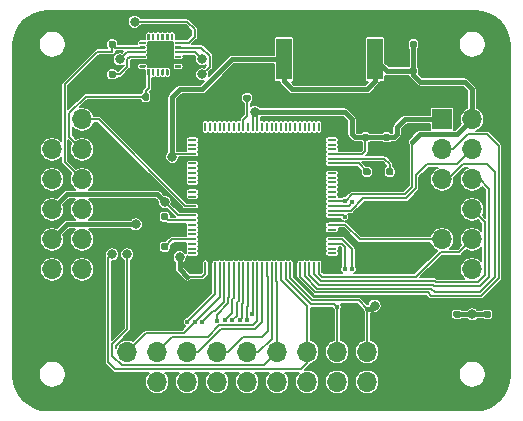
<source format=gtl>
G04 #@! TF.GenerationSoftware,KiCad,Pcbnew,(5.1.6)-1*
G04 #@! TF.CreationDate,2021-04-25T19:25:52-07:00*
G04 #@! TF.ProjectId,scum3c-devboard,7363756d-3363-42d6-9465-76626f617264,rev?*
G04 #@! TF.SameCoordinates,Original*
G04 #@! TF.FileFunction,Copper,L1,Top*
G04 #@! TF.FilePolarity,Positive*
%FSLAX46Y46*%
G04 Gerber Fmt 4.6, Leading zero omitted, Abs format (unit mm)*
G04 Created by KiCad (PCBNEW (5.1.6)-1) date 2021-04-25 19:25:52*
%MOMM*%
%LPD*%
G01*
G04 APERTURE LIST*
G04 #@! TA.AperFunction,ComponentPad*
%ADD10O,1.700000X1.700000*%
G04 #@! TD*
G04 #@! TA.AperFunction,ComponentPad*
%ADD11R,1.700000X1.700000*%
G04 #@! TD*
G04 #@! TA.AperFunction,SMDPad,CuDef*
%ADD12R,1.350000X3.500000*%
G04 #@! TD*
G04 #@! TA.AperFunction,SMDPad,CuDef*
%ADD13R,3.170000X3.170000*%
G04 #@! TD*
G04 #@! TA.AperFunction,SMDPad,CuDef*
%ADD14O,0.800000X0.200000*%
G04 #@! TD*
G04 #@! TA.AperFunction,SMDPad,CuDef*
%ADD15O,0.200000X0.800000*%
G04 #@! TD*
G04 #@! TA.AperFunction,SMDPad,CuDef*
%ADD16R,1.137500X1.137500*%
G04 #@! TD*
G04 #@! TA.AperFunction,ComponentPad*
%ADD17C,0.568750*%
G04 #@! TD*
G04 #@! TA.AperFunction,ViaPad*
%ADD18C,0.406400*%
G04 #@! TD*
G04 #@! TA.AperFunction,ViaPad*
%ADD19C,0.812800*%
G04 #@! TD*
G04 #@! TA.AperFunction,Conductor*
%ADD20C,0.203200*%
G04 #@! TD*
G04 #@! TA.AperFunction,Conductor*
%ADD21C,0.406400*%
G04 #@! TD*
G04 #@! TA.AperFunction,Conductor*
%ADD22C,0.127000*%
G04 #@! TD*
G04 APERTURE END LIST*
D10*
G04 #@! TO.P,J2,12*
G04 #@! TO.N,+VDDIO*
X144145000Y-96520000D03*
G04 #@! TO.P,J2,11*
G04 #@! TO.N,GND*
X141605000Y-96520000D03*
G04 #@! TO.P,J2,10*
G04 #@! TO.N,/3WB_DATA*
X144145000Y-93980000D03*
G04 #@! TO.P,J2,9*
G04 #@! TO.N,/GPO_ZERO*
X141605000Y-93980000D03*
G04 #@! TO.P,J2,8*
G04 #@! TO.N,/3WB_ENB*
X144145000Y-91440000D03*
G04 #@! TO.P,J2,7*
G04 #@! TO.N,GND*
X141605000Y-91440000D03*
G04 #@! TO.P,J2,6*
G04 #@! TO.N,/3WB_CLK*
X144145000Y-88900000D03*
G04 #@! TO.P,J2,5*
G04 #@! TO.N,/RsRx*
X141605000Y-88900000D03*
G04 #@! TO.P,J2,4*
G04 #@! TO.N,/HARD_RESET*
X144145000Y-86360000D03*
G04 #@! TO.P,J2,3*
G04 #@! TO.N,/RsTx*
X141605000Y-86360000D03*
G04 #@! TO.P,J2,2*
G04 #@! TO.N,+VBAT*
X144145000Y-83820000D03*
D11*
G04 #@! TO.P,J2,1*
G04 #@! TO.N,+VDDD*
X141605000Y-83820000D03*
G04 #@! TD*
D10*
G04 #@! TO.P,J1,12*
G04 #@! TO.N,/SENSOR_LDO_OUTPUT*
X111125000Y-96520000D03*
G04 #@! TO.P,J1,11*
G04 #@! TO.N,/SENSOR_EXT_IN*
X108585000Y-96520000D03*
G04 #@! TO.P,J1,10*
G04 #@! TO.N,/BOOT_SOURCE_SEL*
X111125000Y-93980000D03*
G04 #@! TO.P,J1,9*
G04 #@! TO.N,+VDDD*
X108585000Y-93980000D03*
G04 #@! TO.P,J1,8*
G04 #@! TO.N,+VDDIO*
X111125000Y-91440000D03*
G04 #@! TO.P,J1,7*
G04 #@! TO.N,+VBAT*
X108585000Y-91440000D03*
G04 #@! TO.P,J1,6*
G04 #@! TO.N,/IMU_VDDIO*
X111125000Y-88900000D03*
G04 #@! TO.P,J1,5*
G04 #@! TO.N,+VDDIO*
X108585000Y-88900000D03*
G04 #@! TO.P,J1,4*
G04 #@! TO.N,/IMU_VDD*
X111125000Y-86360000D03*
G04 #@! TO.P,J1,3*
G04 #@! TO.N,+VDDIO*
X108585000Y-86360000D03*
G04 #@! TO.P,J1,2*
G04 #@! TO.N,/ANTENNA*
X111125000Y-83820000D03*
D11*
G04 #@! TO.P,J1,1*
G04 #@! TO.N,GND*
X108585000Y-83820000D03*
G04 #@! TD*
D12*
G04 #@! TO.P,BT1,3*
G04 #@! TO.N,+VBAT*
X135930000Y-78740000D03*
D13*
G04 #@! TO.P,BT1,2*
G04 #@! TO.N,GND*
X132080000Y-78740000D03*
D12*
G04 #@! TO.P,BT1,1*
G04 #@! TO.N,+VBAT*
X128230000Y-78740000D03*
G04 #@! TD*
D10*
G04 #@! TO.P,J3,20*
G04 #@! TO.N,GND*
X137795000Y-103505000D03*
G04 #@! TO.P,J3,19*
X137795000Y-106045000D03*
G04 #@! TO.P,J3,18*
G04 #@! TO.N,/GPIO15*
X135255000Y-103505000D03*
G04 #@! TO.P,J3,17*
G04 #@! TO.N,/GPIO7*
X135255000Y-106045000D03*
G04 #@! TO.P,J3,16*
G04 #@! TO.N,/GPIO14*
X132715000Y-103505000D03*
G04 #@! TO.P,J3,15*
G04 #@! TO.N,/GPIO6*
X132715000Y-106045000D03*
G04 #@! TO.P,J3,14*
G04 #@! TO.N,/GPIO13*
X130175000Y-103505000D03*
G04 #@! TO.P,J3,13*
G04 #@! TO.N,/GPIO5*
X130175000Y-106045000D03*
G04 #@! TO.P,J3,12*
G04 #@! TO.N,/GPIO12*
X127635000Y-103505000D03*
G04 #@! TO.P,J3,11*
G04 #@! TO.N,/GPIO4*
X127635000Y-106045000D03*
G04 #@! TO.P,J3,10*
G04 #@! TO.N,/GPIO11*
X125095000Y-103505000D03*
G04 #@! TO.P,J3,9*
G04 #@! TO.N,/GPIO3*
X125095000Y-106045000D03*
G04 #@! TO.P,J3,8*
G04 #@! TO.N,/GPIO10*
X122555000Y-103505000D03*
G04 #@! TO.P,J3,7*
G04 #@! TO.N,/GPIO2*
X122555000Y-106045000D03*
G04 #@! TO.P,J3,6*
G04 #@! TO.N,/GPIO9*
X120015000Y-103505000D03*
G04 #@! TO.P,J3,5*
G04 #@! TO.N,/GPIO1*
X120015000Y-106045000D03*
G04 #@! TO.P,J3,4*
G04 #@! TO.N,/GPIO8*
X117475000Y-103505000D03*
G04 #@! TO.P,J3,3*
G04 #@! TO.N,/GPIO0*
X117475000Y-106045000D03*
G04 #@! TO.P,J3,2*
G04 #@! TO.N,/GPIO1*
X114935000Y-103505000D03*
D11*
G04 #@! TO.P,J3,1*
G04 #@! TO.N,GND*
X114935000Y-106045000D03*
G04 #@! TD*
G04 #@! TO.P,C1,2*
G04 #@! TO.N,GND*
G04 #@! TA.AperFunction,SMDPad,CuDef*
G36*
G01*
X117937500Y-92750000D02*
X118282500Y-92750000D01*
G75*
G02*
X118430000Y-92897500I0J-147500D01*
G01*
X118430000Y-93192500D01*
G75*
G02*
X118282500Y-93340000I-147500J0D01*
G01*
X117937500Y-93340000D01*
G75*
G02*
X117790000Y-93192500I0J147500D01*
G01*
X117790000Y-92897500D01*
G75*
G02*
X117937500Y-92750000I147500J0D01*
G01*
G37*
G04 #@! TD.AperFunction*
G04 #@! TO.P,C1,1*
G04 #@! TO.N,Net-(C1-Pad1)*
G04 #@! TA.AperFunction,SMDPad,CuDef*
G36*
G01*
X117937500Y-91780000D02*
X118282500Y-91780000D01*
G75*
G02*
X118430000Y-91927500I0J-147500D01*
G01*
X118430000Y-92222500D01*
G75*
G02*
X118282500Y-92370000I-147500J0D01*
G01*
X117937500Y-92370000D01*
G75*
G02*
X117790000Y-92222500I0J147500D01*
G01*
X117790000Y-91927500D01*
G75*
G02*
X117937500Y-91780000I147500J0D01*
G01*
G37*
G04 #@! TD.AperFunction*
G04 #@! TD*
G04 #@! TO.P,U9AB1,24*
G04 #@! TO.N,/GPIO12*
G04 #@! TA.AperFunction,SMDPad,CuDef*
G36*
G01*
X118970000Y-77385000D02*
X118970000Y-77285000D01*
G75*
G02*
X119020000Y-77235000I50000J0D01*
G01*
X119470000Y-77235000D01*
G75*
G02*
X119520000Y-77285000I0J-50000D01*
G01*
X119520000Y-77385000D01*
G75*
G02*
X119470000Y-77435000I-50000J0D01*
G01*
X119020000Y-77435000D01*
G75*
G02*
X118970000Y-77385000I0J50000D01*
G01*
G37*
G04 #@! TD.AperFunction*
G04 #@! TO.P,U9AB1,23*
G04 #@! TO.N,/GPIO14*
G04 #@! TA.AperFunction,SMDPad,CuDef*
G36*
G01*
X118970000Y-77785000D02*
X118970000Y-77685000D01*
G75*
G02*
X119020000Y-77635000I50000J0D01*
G01*
X119470000Y-77635000D01*
G75*
G02*
X119520000Y-77685000I0J-50000D01*
G01*
X119520000Y-77785000D01*
G75*
G02*
X119470000Y-77835000I-50000J0D01*
G01*
X119020000Y-77835000D01*
G75*
G02*
X118970000Y-77785000I0J50000D01*
G01*
G37*
G04 #@! TD.AperFunction*
G04 #@! TO.P,U9AB1,22*
G04 #@! TO.N,/GPIO15*
G04 #@! TA.AperFunction,SMDPad,CuDef*
G36*
G01*
X118970000Y-78185000D02*
X118970000Y-78085000D01*
G75*
G02*
X119020000Y-78035000I50000J0D01*
G01*
X119470000Y-78035000D01*
G75*
G02*
X119520000Y-78085000I0J-50000D01*
G01*
X119520000Y-78185000D01*
G75*
G02*
X119470000Y-78235000I-50000J0D01*
G01*
X119020000Y-78235000D01*
G75*
G02*
X118970000Y-78185000I0J50000D01*
G01*
G37*
G04 #@! TD.AperFunction*
G04 #@! TO.P,U9AB1,21*
G04 #@! TO.N,N/C*
G04 #@! TA.AperFunction,SMDPad,CuDef*
G36*
G01*
X118970000Y-78585000D02*
X118970000Y-78485000D01*
G75*
G02*
X119020000Y-78435000I50000J0D01*
G01*
X119470000Y-78435000D01*
G75*
G02*
X119520000Y-78485000I0J-50000D01*
G01*
X119520000Y-78585000D01*
G75*
G02*
X119470000Y-78635000I-50000J0D01*
G01*
X119020000Y-78635000D01*
G75*
G02*
X118970000Y-78585000I0J50000D01*
G01*
G37*
G04 #@! TD.AperFunction*
G04 #@! TO.P,U9AB1,20*
G04 #@! TO.N,GND*
G04 #@! TA.AperFunction,SMDPad,CuDef*
G36*
G01*
X118970000Y-78985000D02*
X118970000Y-78885000D01*
G75*
G02*
X119020000Y-78835000I50000J0D01*
G01*
X119470000Y-78835000D01*
G75*
G02*
X119520000Y-78885000I0J-50000D01*
G01*
X119520000Y-78985000D01*
G75*
G02*
X119470000Y-79035000I-50000J0D01*
G01*
X119020000Y-79035000D01*
G75*
G02*
X118970000Y-78985000I0J50000D01*
G01*
G37*
G04 #@! TD.AperFunction*
G04 #@! TO.P,U9AB1,19*
G04 #@! TO.N,N/C*
G04 #@! TA.AperFunction,SMDPad,CuDef*
G36*
G01*
X118970000Y-79385000D02*
X118970000Y-79285000D01*
G75*
G02*
X119020000Y-79235000I50000J0D01*
G01*
X119470000Y-79235000D01*
G75*
G02*
X119520000Y-79285000I0J-50000D01*
G01*
X119520000Y-79385000D01*
G75*
G02*
X119470000Y-79435000I-50000J0D01*
G01*
X119020000Y-79435000D01*
G75*
G02*
X118970000Y-79385000I0J50000D01*
G01*
G37*
G04 #@! TD.AperFunction*
G04 #@! TO.P,U9AB1,18*
G04 #@! TO.N,GND*
G04 #@! TA.AperFunction,SMDPad,CuDef*
G36*
G01*
X118695000Y-79560000D02*
X118795000Y-79560000D01*
G75*
G02*
X118845000Y-79610000I0J-50000D01*
G01*
X118845000Y-80060000D01*
G75*
G02*
X118795000Y-80110000I-50000J0D01*
G01*
X118695000Y-80110000D01*
G75*
G02*
X118645000Y-80060000I0J50000D01*
G01*
X118645000Y-79610000D01*
G75*
G02*
X118695000Y-79560000I50000J0D01*
G01*
G37*
G04 #@! TD.AperFunction*
G04 #@! TO.P,U9AB1,17*
G04 #@! TO.N,N/C*
G04 #@! TA.AperFunction,SMDPad,CuDef*
G36*
G01*
X118295000Y-79560000D02*
X118395000Y-79560000D01*
G75*
G02*
X118445000Y-79610000I0J-50000D01*
G01*
X118445000Y-80060000D01*
G75*
G02*
X118395000Y-80110000I-50000J0D01*
G01*
X118295000Y-80110000D01*
G75*
G02*
X118245000Y-80060000I0J50000D01*
G01*
X118245000Y-79610000D01*
G75*
G02*
X118295000Y-79560000I50000J0D01*
G01*
G37*
G04 #@! TD.AperFunction*
G04 #@! TO.P,U9AB1,16*
G04 #@! TA.AperFunction,SMDPad,CuDef*
G36*
G01*
X117895000Y-79560000D02*
X117995000Y-79560000D01*
G75*
G02*
X118045000Y-79610000I0J-50000D01*
G01*
X118045000Y-80060000D01*
G75*
G02*
X117995000Y-80110000I-50000J0D01*
G01*
X117895000Y-80110000D01*
G75*
G02*
X117845000Y-80060000I0J50000D01*
G01*
X117845000Y-79610000D01*
G75*
G02*
X117895000Y-79560000I50000J0D01*
G01*
G37*
G04 #@! TD.AperFunction*
G04 #@! TO.P,U9AB1,15*
G04 #@! TA.AperFunction,SMDPad,CuDef*
G36*
G01*
X117495000Y-79560000D02*
X117595000Y-79560000D01*
G75*
G02*
X117645000Y-79610000I0J-50000D01*
G01*
X117645000Y-80060000D01*
G75*
G02*
X117595000Y-80110000I-50000J0D01*
G01*
X117495000Y-80110000D01*
G75*
G02*
X117445000Y-80060000I0J50000D01*
G01*
X117445000Y-79610000D01*
G75*
G02*
X117495000Y-79560000I50000J0D01*
G01*
G37*
G04 #@! TD.AperFunction*
G04 #@! TO.P,U9AB1,14*
G04 #@! TA.AperFunction,SMDPad,CuDef*
G36*
G01*
X117095000Y-79560000D02*
X117195000Y-79560000D01*
G75*
G02*
X117245000Y-79610000I0J-50000D01*
G01*
X117245000Y-80060000D01*
G75*
G02*
X117195000Y-80110000I-50000J0D01*
G01*
X117095000Y-80110000D01*
G75*
G02*
X117045000Y-80060000I0J50000D01*
G01*
X117045000Y-79610000D01*
G75*
G02*
X117095000Y-79560000I50000J0D01*
G01*
G37*
G04 #@! TD.AperFunction*
G04 #@! TO.P,U9AB1,13*
G04 #@! TO.N,/IMU_VDD*
G04 #@! TA.AperFunction,SMDPad,CuDef*
G36*
G01*
X116695000Y-79560000D02*
X116795000Y-79560000D01*
G75*
G02*
X116845000Y-79610000I0J-50000D01*
G01*
X116845000Y-80060000D01*
G75*
G02*
X116795000Y-80110000I-50000J0D01*
G01*
X116695000Y-80110000D01*
G75*
G02*
X116645000Y-80060000I0J50000D01*
G01*
X116645000Y-79610000D01*
G75*
G02*
X116695000Y-79560000I50000J0D01*
G01*
G37*
G04 #@! TD.AperFunction*
G04 #@! TO.P,U9AB1,12*
G04 #@! TO.N,N/C*
G04 #@! TA.AperFunction,SMDPad,CuDef*
G36*
G01*
X115970000Y-79385000D02*
X115970000Y-79285000D01*
G75*
G02*
X116020000Y-79235000I50000J0D01*
G01*
X116470000Y-79235000D01*
G75*
G02*
X116520000Y-79285000I0J-50000D01*
G01*
X116520000Y-79385000D01*
G75*
G02*
X116470000Y-79435000I-50000J0D01*
G01*
X116020000Y-79435000D01*
G75*
G02*
X115970000Y-79385000I0J50000D01*
G01*
G37*
G04 #@! TD.AperFunction*
G04 #@! TO.P,U9AB1,11*
G04 #@! TO.N,GND*
G04 #@! TA.AperFunction,SMDPad,CuDef*
G36*
G01*
X115970000Y-78985000D02*
X115970000Y-78885000D01*
G75*
G02*
X116020000Y-78835000I50000J0D01*
G01*
X116470000Y-78835000D01*
G75*
G02*
X116520000Y-78885000I0J-50000D01*
G01*
X116520000Y-78985000D01*
G75*
G02*
X116470000Y-79035000I-50000J0D01*
G01*
X116020000Y-79035000D01*
G75*
G02*
X115970000Y-78985000I0J50000D01*
G01*
G37*
G04 #@! TD.AperFunction*
G04 #@! TO.P,U9AB1,10*
G04 #@! TO.N,Net-(C25-Pad1)*
G04 #@! TA.AperFunction,SMDPad,CuDef*
G36*
G01*
X115970000Y-78585000D02*
X115970000Y-78485000D01*
G75*
G02*
X116020000Y-78435000I50000J0D01*
G01*
X116470000Y-78435000D01*
G75*
G02*
X116520000Y-78485000I0J-50000D01*
G01*
X116520000Y-78585000D01*
G75*
G02*
X116470000Y-78635000I-50000J0D01*
G01*
X116020000Y-78635000D01*
G75*
G02*
X115970000Y-78585000I0J50000D01*
G01*
G37*
G04 #@! TD.AperFunction*
G04 #@! TO.P,U9AB1,9*
G04 #@! TO.N,/GPIO13*
G04 #@! TA.AperFunction,SMDPad,CuDef*
G36*
G01*
X115970000Y-78185000D02*
X115970000Y-78085000D01*
G75*
G02*
X116020000Y-78035000I50000J0D01*
G01*
X116470000Y-78035000D01*
G75*
G02*
X116520000Y-78085000I0J-50000D01*
G01*
X116520000Y-78185000D01*
G75*
G02*
X116470000Y-78235000I-50000J0D01*
G01*
X116020000Y-78235000D01*
G75*
G02*
X115970000Y-78185000I0J50000D01*
G01*
G37*
G04 #@! TD.AperFunction*
G04 #@! TO.P,U9AB1,8*
G04 #@! TO.N,/IMU_VDDIO*
G04 #@! TA.AperFunction,SMDPad,CuDef*
G36*
G01*
X115970000Y-77785000D02*
X115970000Y-77685000D01*
G75*
G02*
X116020000Y-77635000I50000J0D01*
G01*
X116470000Y-77635000D01*
G75*
G02*
X116520000Y-77685000I0J-50000D01*
G01*
X116520000Y-77785000D01*
G75*
G02*
X116470000Y-77835000I-50000J0D01*
G01*
X116020000Y-77835000D01*
G75*
G02*
X115970000Y-77785000I0J50000D01*
G01*
G37*
G04 #@! TD.AperFunction*
G04 #@! TO.P,U9AB1,7*
G04 #@! TO.N,N/C*
G04 #@! TA.AperFunction,SMDPad,CuDef*
G36*
G01*
X115970000Y-77385000D02*
X115970000Y-77285000D01*
G75*
G02*
X116020000Y-77235000I50000J0D01*
G01*
X116470000Y-77235000D01*
G75*
G02*
X116520000Y-77285000I0J-50000D01*
G01*
X116520000Y-77385000D01*
G75*
G02*
X116470000Y-77435000I-50000J0D01*
G01*
X116020000Y-77435000D01*
G75*
G02*
X115970000Y-77385000I0J50000D01*
G01*
G37*
G04 #@! TD.AperFunction*
G04 #@! TO.P,U9AB1,6*
G04 #@! TA.AperFunction,SMDPad,CuDef*
G36*
G01*
X116695000Y-76560000D02*
X116795000Y-76560000D01*
G75*
G02*
X116845000Y-76610000I0J-50000D01*
G01*
X116845000Y-77060000D01*
G75*
G02*
X116795000Y-77110000I-50000J0D01*
G01*
X116695000Y-77110000D01*
G75*
G02*
X116645000Y-77060000I0J50000D01*
G01*
X116645000Y-76610000D01*
G75*
G02*
X116695000Y-76560000I50000J0D01*
G01*
G37*
G04 #@! TD.AperFunction*
G04 #@! TO.P,U9AB1,5*
G04 #@! TA.AperFunction,SMDPad,CuDef*
G36*
G01*
X117095000Y-76560000D02*
X117195000Y-76560000D01*
G75*
G02*
X117245000Y-76610000I0J-50000D01*
G01*
X117245000Y-77060000D01*
G75*
G02*
X117195000Y-77110000I-50000J0D01*
G01*
X117095000Y-77110000D01*
G75*
G02*
X117045000Y-77060000I0J50000D01*
G01*
X117045000Y-76610000D01*
G75*
G02*
X117095000Y-76560000I50000J0D01*
G01*
G37*
G04 #@! TD.AperFunction*
G04 #@! TO.P,U9AB1,4*
G04 #@! TA.AperFunction,SMDPad,CuDef*
G36*
G01*
X117495000Y-76560000D02*
X117595000Y-76560000D01*
G75*
G02*
X117645000Y-76610000I0J-50000D01*
G01*
X117645000Y-77060000D01*
G75*
G02*
X117595000Y-77110000I-50000J0D01*
G01*
X117495000Y-77110000D01*
G75*
G02*
X117445000Y-77060000I0J50000D01*
G01*
X117445000Y-76610000D01*
G75*
G02*
X117495000Y-76560000I50000J0D01*
G01*
G37*
G04 #@! TD.AperFunction*
G04 #@! TO.P,U9AB1,3*
G04 #@! TA.AperFunction,SMDPad,CuDef*
G36*
G01*
X117895000Y-76560000D02*
X117995000Y-76560000D01*
G75*
G02*
X118045000Y-76610000I0J-50000D01*
G01*
X118045000Y-77060000D01*
G75*
G02*
X117995000Y-77110000I-50000J0D01*
G01*
X117895000Y-77110000D01*
G75*
G02*
X117845000Y-77060000I0J50000D01*
G01*
X117845000Y-76610000D01*
G75*
G02*
X117895000Y-76560000I50000J0D01*
G01*
G37*
G04 #@! TD.AperFunction*
G04 #@! TO.P,U9AB1,2*
G04 #@! TA.AperFunction,SMDPad,CuDef*
G36*
G01*
X118295000Y-76560000D02*
X118395000Y-76560000D01*
G75*
G02*
X118445000Y-76610000I0J-50000D01*
G01*
X118445000Y-77060000D01*
G75*
G02*
X118395000Y-77110000I-50000J0D01*
G01*
X118295000Y-77110000D01*
G75*
G02*
X118245000Y-77060000I0J50000D01*
G01*
X118245000Y-76610000D01*
G75*
G02*
X118295000Y-76560000I50000J0D01*
G01*
G37*
G04 #@! TD.AperFunction*
G04 #@! TO.P,U9AB1,1*
G04 #@! TA.AperFunction,SMDPad,CuDef*
G36*
G01*
X118695000Y-76560000D02*
X118795000Y-76560000D01*
G75*
G02*
X118845000Y-76610000I0J-50000D01*
G01*
X118845000Y-77060000D01*
G75*
G02*
X118795000Y-77110000I-50000J0D01*
G01*
X118695000Y-77110000D01*
G75*
G02*
X118645000Y-77060000I0J50000D01*
G01*
X118645000Y-76610000D01*
G75*
G02*
X118695000Y-76560000I50000J0D01*
G01*
G37*
G04 #@! TD.AperFunction*
G04 #@! TD*
D14*
G04 #@! TO.P,U8,1*
G04 #@! TO.N,N/C*
X120465000Y-85555000D03*
G04 #@! TO.P,U8,2*
X120465000Y-85955000D03*
G04 #@! TO.P,U8,3*
X120465000Y-86355000D03*
G04 #@! TO.P,U8,4*
G04 #@! TO.N,+VBAT*
X120465000Y-86755000D03*
G04 #@! TO.P,U8,5*
G04 #@! TO.N,GND*
X120465000Y-87155000D03*
G04 #@! TO.P,U8,6*
G04 #@! TO.N,N/C*
X120465000Y-87555000D03*
G04 #@! TO.P,U8,7*
X120465000Y-87955000D03*
G04 #@! TO.P,U8,8*
X120465000Y-88355000D03*
G04 #@! TO.P,U8,9*
X120465000Y-88755000D03*
G04 #@! TO.P,U8,10*
X120465000Y-89155000D03*
G04 #@! TO.P,U8,11*
G04 #@! TO.N,GND*
X120465000Y-89555000D03*
G04 #@! TO.P,U8,12*
G04 #@! TO.N,N/C*
X120465000Y-89955000D03*
G04 #@! TO.P,U8,13*
X120465000Y-90355000D03*
G04 #@! TO.P,U8,14*
G04 #@! TO.N,GND*
X120465000Y-90755000D03*
G04 #@! TO.P,U8,15*
G04 #@! TO.N,/ANTENNA*
X120465000Y-91155000D03*
G04 #@! TO.P,U8,16*
G04 #@! TO.N,GND*
X120465000Y-91555000D03*
G04 #@! TO.P,U8,17*
G04 #@! TO.N,+VBAT*
X120465000Y-91955000D03*
G04 #@! TO.P,U8,18*
G04 #@! TO.N,Net-(C1-Pad1)*
X120465000Y-92355000D03*
G04 #@! TO.P,U8,19*
G04 #@! TO.N,N/C*
X120465000Y-92755000D03*
G04 #@! TO.P,U8,20*
X120465000Y-93155000D03*
G04 #@! TO.P,U8,21*
X120465000Y-93555000D03*
G04 #@! TO.P,U8,22*
G04 #@! TO.N,Net-(C22-Pad1)*
X120465000Y-93955000D03*
G04 #@! TO.P,U8,23*
G04 #@! TO.N,N/C*
X120465000Y-94355000D03*
G04 #@! TO.P,U8,24*
X120465000Y-94755000D03*
G04 #@! TO.P,U8,25*
X120465000Y-95155000D03*
D15*
G04 #@! TO.P,U8,26*
G04 #@! TO.N,+VBAT*
X121565000Y-96255000D03*
G04 #@! TO.P,U8,27*
G04 #@! TO.N,GND*
X121965000Y-96255000D03*
G04 #@! TO.P,U8,28*
G04 #@! TO.N,/GPIO0*
X122365000Y-96255000D03*
G04 #@! TO.P,U8,29*
G04 #@! TO.N,/GPIO1*
X122765000Y-96255000D03*
G04 #@! TO.P,U8,30*
G04 #@! TO.N,/GPIO2*
X123165000Y-96255000D03*
G04 #@! TO.P,U8,31*
G04 #@! TO.N,/GPIO3*
X123565000Y-96255000D03*
G04 #@! TO.P,U8,32*
G04 #@! TO.N,/GPIO4*
X123965000Y-96255000D03*
G04 #@! TO.P,U8,33*
G04 #@! TO.N,/GPIO5*
X124365000Y-96255000D03*
G04 #@! TO.P,U8,34*
G04 #@! TO.N,/GPIO6*
X124765000Y-96255000D03*
G04 #@! TO.P,U8,35*
G04 #@! TO.N,/GPIO7*
X125165000Y-96255000D03*
G04 #@! TO.P,U8,36*
G04 #@! TO.N,+VDDIO*
X125565000Y-96255000D03*
G04 #@! TO.P,U8,37*
G04 #@! TO.N,/GPIO8*
X125965000Y-96255000D03*
G04 #@! TO.P,U8,38*
G04 #@! TO.N,/GPIO9*
X126365000Y-96255000D03*
G04 #@! TO.P,U8,39*
G04 #@! TO.N,/GPIO10*
X126765000Y-96255000D03*
G04 #@! TO.P,U8,40*
G04 #@! TO.N,/GPIO11*
X127165000Y-96255000D03*
G04 #@! TO.P,U8,41*
G04 #@! TO.N,/GPIO12*
X127565000Y-96255000D03*
G04 #@! TO.P,U8,42*
G04 #@! TO.N,/GPIO13*
X127965000Y-96255000D03*
G04 #@! TO.P,U8,43*
G04 #@! TO.N,/GPIO14*
X128365000Y-96255000D03*
G04 #@! TO.P,U8,44*
G04 #@! TO.N,/GPIO15*
X128765000Y-96255000D03*
G04 #@! TO.P,U8,45*
G04 #@! TO.N,GND*
X129165000Y-96255000D03*
G04 #@! TO.P,U8,46*
G04 #@! TO.N,/RsTx*
X129565000Y-96255000D03*
G04 #@! TO.P,U8,47*
G04 #@! TO.N,/RsRx*
X129965000Y-96255000D03*
G04 #@! TO.P,U8,48*
G04 #@! TO.N,/3WB_CLK*
X130365000Y-96255000D03*
G04 #@! TO.P,U8,49*
G04 #@! TO.N,/3WB_ENB*
X130765000Y-96255000D03*
G04 #@! TO.P,U8,50*
G04 #@! TO.N,/3WB_DATA*
X131165000Y-96255000D03*
D14*
G04 #@! TO.P,U8,51*
G04 #@! TO.N,N/C*
X132265000Y-95155000D03*
G04 #@! TO.P,U8,52*
X132265000Y-94755000D03*
G04 #@! TO.P,U8,53*
G04 #@! TO.N,/SENSOR_LDO_OUTPUT*
X132265000Y-94355000D03*
G04 #@! TO.P,U8,54*
G04 #@! TO.N,/SENSOR_EXT_IN*
X132265000Y-93955000D03*
G04 #@! TO.P,U8,55*
G04 #@! TO.N,GND*
X132265000Y-93555000D03*
G04 #@! TO.P,U8,56*
G04 #@! TO.N,N/C*
X132265000Y-93155000D03*
G04 #@! TO.P,U8,57*
G04 #@! TO.N,/GPO_ZERO*
X132265000Y-92755000D03*
G04 #@! TO.P,U8,58*
G04 #@! TO.N,GND*
X132265000Y-92355000D03*
G04 #@! TO.P,U8,59*
G04 #@! TO.N,+VBAT*
X132265000Y-91955000D03*
G04 #@! TO.P,U8,60*
G04 #@! TO.N,/HARD_RESET*
X132265000Y-91555000D03*
G04 #@! TO.P,U8,61*
G04 #@! TO.N,/BOOT_SOURCE_SEL*
X132265000Y-91155000D03*
G04 #@! TO.P,U8,62*
G04 #@! TO.N,+VBAT*
X132265000Y-90755000D03*
G04 #@! TO.P,U8,63*
G04 #@! TO.N,N/C*
X132265000Y-90355000D03*
G04 #@! TO.P,U8,64*
X132265000Y-89955000D03*
G04 #@! TO.P,U8,65*
X132265000Y-89555000D03*
G04 #@! TO.P,U8,66*
X132265000Y-89155000D03*
G04 #@! TO.P,U8,67*
X132265000Y-88755000D03*
G04 #@! TO.P,U8,68*
X132265000Y-88355000D03*
G04 #@! TO.P,U8,69*
G04 #@! TO.N,GND*
X132265000Y-87955000D03*
G04 #@! TO.P,U8,70*
G04 #@! TO.N,/scumsheet/AUX_LDO_OUTPUT*
X132265000Y-87555000D03*
G04 #@! TO.P,U8,71*
G04 #@! TO.N,Net-(R13-Pad1)*
X132265000Y-87155000D03*
G04 #@! TO.P,U8,72*
G04 #@! TO.N,+VDDD*
X132265000Y-86755000D03*
G04 #@! TO.P,U8,73*
G04 #@! TO.N,N/C*
X132265000Y-86355000D03*
G04 #@! TO.P,U8,74*
X132265000Y-85955000D03*
G04 #@! TO.P,U8,75*
X132265000Y-85555000D03*
D15*
G04 #@! TO.P,U8,76*
X131165000Y-84455000D03*
G04 #@! TO.P,U8,77*
X130765000Y-84455000D03*
G04 #@! TO.P,U8,78*
X130365000Y-84455000D03*
G04 #@! TO.P,U8,79*
X129965000Y-84455000D03*
G04 #@! TO.P,U8,80*
X129565000Y-84455000D03*
G04 #@! TO.P,U8,81*
X129165000Y-84455000D03*
G04 #@! TO.P,U8,82*
X128765000Y-84455000D03*
G04 #@! TO.P,U8,83*
X128365000Y-84455000D03*
G04 #@! TO.P,U8,84*
X127965000Y-84455000D03*
G04 #@! TO.P,U8,85*
X127565000Y-84455000D03*
G04 #@! TO.P,U8,86*
X127165000Y-84455000D03*
G04 #@! TO.P,U8,87*
X126765000Y-84455000D03*
G04 #@! TO.P,U8,88*
X126365000Y-84455000D03*
G04 #@! TO.P,U8,89*
G04 #@! TO.N,+VDDD*
X125965000Y-84455000D03*
G04 #@! TO.P,U8,90*
X125565000Y-84455000D03*
G04 #@! TO.P,U8,91*
G04 #@! TO.N,N/C*
X125165000Y-84455000D03*
G04 #@! TO.P,U8,92*
G04 #@! TO.N,+VDDAO*
X124765000Y-84455000D03*
G04 #@! TO.P,U8,93*
G04 #@! TO.N,N/C*
X124365000Y-84455000D03*
G04 #@! TO.P,U8,94*
X123965000Y-84455000D03*
G04 #@! TO.P,U8,95*
X123565000Y-84455000D03*
G04 #@! TO.P,U8,96*
X123165000Y-84455000D03*
G04 #@! TO.P,U8,97*
X122765000Y-84455000D03*
G04 #@! TO.P,U8,98*
X122365000Y-84455000D03*
G04 #@! TO.P,U8,99*
X121965000Y-84455000D03*
G04 #@! TO.P,U8,100*
X121565000Y-84455000D03*
D16*
G04 #@! TO.P,U8,101*
G04 #@! TO.N,GND*
X122383750Y-86373750D03*
X122383750Y-87511250D03*
X122383750Y-88648750D03*
X122383750Y-89786250D03*
X122383750Y-90923750D03*
X122383750Y-92061250D03*
X122383750Y-93198750D03*
X122383750Y-94336250D03*
X123521250Y-86373750D03*
X123521250Y-87511250D03*
X123521250Y-88648750D03*
X123521250Y-89786250D03*
X123521250Y-90923750D03*
X123521250Y-92061250D03*
X123521250Y-93198750D03*
X123521250Y-94336250D03*
X124658750Y-86373750D03*
X124658750Y-87511250D03*
X124658750Y-88648750D03*
X124658750Y-89786250D03*
X124658750Y-90923750D03*
X124658750Y-92061250D03*
X124658750Y-93198750D03*
X124658750Y-94336250D03*
X125796250Y-86373750D03*
X125796250Y-87511250D03*
X125796250Y-88648750D03*
X125796250Y-89786250D03*
X125796250Y-90923750D03*
X125796250Y-92061250D03*
X125796250Y-93198750D03*
X125796250Y-94336250D03*
X126933750Y-86373750D03*
X126933750Y-87511250D03*
X126933750Y-88648750D03*
X126933750Y-89786250D03*
X126933750Y-90923750D03*
X126933750Y-92061250D03*
X126933750Y-93198750D03*
X126933750Y-94336250D03*
X128071250Y-86373750D03*
X128071250Y-87511250D03*
X128071250Y-88648750D03*
X128071250Y-89786250D03*
X128071250Y-90923750D03*
X128071250Y-92061250D03*
X128071250Y-93198750D03*
X128071250Y-94336250D03*
X129208750Y-86373750D03*
X129208750Y-87511250D03*
X129208750Y-88648750D03*
X129208750Y-89786250D03*
X129208750Y-90923750D03*
X129208750Y-92061250D03*
X129208750Y-93198750D03*
X129208750Y-94336250D03*
X130346250Y-86373750D03*
X130346250Y-87511250D03*
X130346250Y-88648750D03*
X130346250Y-89786250D03*
X130346250Y-90923750D03*
X130346250Y-92061250D03*
X130346250Y-93198750D03*
X130346250Y-94336250D03*
D17*
X122383750Y-86373750D03*
X122383750Y-87511250D03*
X122383750Y-88648750D03*
X122383750Y-89786250D03*
X122383750Y-90923750D03*
X122383750Y-92061250D03*
X122383750Y-93198750D03*
X122383750Y-94336250D03*
X123521250Y-86373750D03*
X123521250Y-87511250D03*
X123521250Y-88648750D03*
X123521250Y-89786250D03*
X123521250Y-90923750D03*
X123521250Y-92061250D03*
X123521250Y-93198750D03*
X123521250Y-94336250D03*
X124658750Y-86373750D03*
X124658750Y-87511250D03*
X124658750Y-88648750D03*
X124658750Y-89786250D03*
X124658750Y-90923750D03*
X124658750Y-92061250D03*
X124658750Y-93198750D03*
X124658750Y-94336250D03*
X125796250Y-86373750D03*
X125796250Y-87511250D03*
X125796250Y-88648750D03*
X125796250Y-89786250D03*
X125796250Y-90923750D03*
X125796250Y-92061250D03*
X125796250Y-93198750D03*
X125796250Y-94336250D03*
X126933750Y-86373750D03*
X126933750Y-87511250D03*
X126933750Y-88648750D03*
X126933750Y-89786250D03*
X126933750Y-90923750D03*
X126933750Y-92061250D03*
X126933750Y-93198750D03*
X126933750Y-94336250D03*
X128071250Y-86373750D03*
X128071250Y-87511250D03*
X128071250Y-88648750D03*
X128071250Y-89786250D03*
X128071250Y-90923750D03*
X128071250Y-92061250D03*
X128071250Y-93198750D03*
X128071250Y-94336250D03*
X129208750Y-86373750D03*
X129208750Y-87511250D03*
X129208750Y-88648750D03*
X129208750Y-89786250D03*
X129208750Y-90923750D03*
X129208750Y-92061250D03*
X129208750Y-93198750D03*
X129208750Y-94336250D03*
X130346250Y-86373750D03*
X130346250Y-87511250D03*
X130346250Y-88648750D03*
X130346250Y-89786250D03*
X130346250Y-90923750D03*
X130346250Y-92061250D03*
X130346250Y-93198750D03*
X130346250Y-94336250D03*
G04 #@! TD*
G04 #@! TO.P,C25,1*
G04 #@! TO.N,Net-(C25-Pad1)*
G04 #@! TA.AperFunction,SMDPad,CuDef*
G36*
G01*
X113960000Y-79837500D02*
X113960000Y-80182500D01*
G75*
G02*
X113812500Y-80330000I-147500J0D01*
G01*
X113517500Y-80330000D01*
G75*
G02*
X113370000Y-80182500I0J147500D01*
G01*
X113370000Y-79837500D01*
G75*
G02*
X113517500Y-79690000I147500J0D01*
G01*
X113812500Y-79690000D01*
G75*
G02*
X113960000Y-79837500I0J-147500D01*
G01*
G37*
G04 #@! TD.AperFunction*
G04 #@! TO.P,C25,2*
G04 #@! TO.N,GND*
G04 #@! TA.AperFunction,SMDPad,CuDef*
G36*
G01*
X112990000Y-79837500D02*
X112990000Y-80182500D01*
G75*
G02*
X112842500Y-80330000I-147500J0D01*
G01*
X112547500Y-80330000D01*
G75*
G02*
X112400000Y-80182500I0J147500D01*
G01*
X112400000Y-79837500D01*
G75*
G02*
X112547500Y-79690000I147500J0D01*
G01*
X112842500Y-79690000D01*
G75*
G02*
X112990000Y-79837500I0J-147500D01*
G01*
G37*
G04 #@! TD.AperFunction*
G04 #@! TD*
G04 #@! TO.P,C26,1*
G04 #@! TO.N,/IMU_VDD*
G04 #@! TA.AperFunction,SMDPad,CuDef*
G36*
G01*
X116210000Y-82087500D02*
X116210000Y-81742500D01*
G75*
G02*
X116357500Y-81595000I147500J0D01*
G01*
X116652500Y-81595000D01*
G75*
G02*
X116800000Y-81742500I0J-147500D01*
G01*
X116800000Y-82087500D01*
G75*
G02*
X116652500Y-82235000I-147500J0D01*
G01*
X116357500Y-82235000D01*
G75*
G02*
X116210000Y-82087500I0J147500D01*
G01*
G37*
G04 #@! TD.AperFunction*
G04 #@! TO.P,C26,2*
G04 #@! TO.N,GND*
G04 #@! TA.AperFunction,SMDPad,CuDef*
G36*
G01*
X117180000Y-82087500D02*
X117180000Y-81742500D01*
G75*
G02*
X117327500Y-81595000I147500J0D01*
G01*
X117622500Y-81595000D01*
G75*
G02*
X117770000Y-81742500I0J-147500D01*
G01*
X117770000Y-82087500D01*
G75*
G02*
X117622500Y-82235000I-147500J0D01*
G01*
X117327500Y-82235000D01*
G75*
G02*
X117180000Y-82087500I0J147500D01*
G01*
G37*
G04 #@! TD.AperFunction*
G04 #@! TD*
G04 #@! TO.P,C27,1*
G04 #@! TO.N,/IMU_VDDIO*
G04 #@! TA.AperFunction,SMDPad,CuDef*
G36*
G01*
X113960000Y-77297500D02*
X113960000Y-77642500D01*
G75*
G02*
X113812500Y-77790000I-147500J0D01*
G01*
X113517500Y-77790000D01*
G75*
G02*
X113370000Y-77642500I0J147500D01*
G01*
X113370000Y-77297500D01*
G75*
G02*
X113517500Y-77150000I147500J0D01*
G01*
X113812500Y-77150000D01*
G75*
G02*
X113960000Y-77297500I0J-147500D01*
G01*
G37*
G04 #@! TD.AperFunction*
G04 #@! TO.P,C27,2*
G04 #@! TO.N,GND*
G04 #@! TA.AperFunction,SMDPad,CuDef*
G36*
G01*
X112990000Y-77297500D02*
X112990000Y-77642500D01*
G75*
G02*
X112842500Y-77790000I-147500J0D01*
G01*
X112547500Y-77790000D01*
G75*
G02*
X112400000Y-77642500I0J147500D01*
G01*
X112400000Y-77297500D01*
G75*
G02*
X112547500Y-77150000I147500J0D01*
G01*
X112842500Y-77150000D01*
G75*
G02*
X112990000Y-77297500I0J-147500D01*
G01*
G37*
G04 #@! TD.AperFunction*
G04 #@! TD*
G04 #@! TO.P,R13,2*
G04 #@! TO.N,GND*
G04 #@! TA.AperFunction,SMDPad,CuDef*
G36*
G01*
X136987500Y-88940000D02*
X137332500Y-88940000D01*
G75*
G02*
X137480000Y-89087500I0J-147500D01*
G01*
X137480000Y-89382500D01*
G75*
G02*
X137332500Y-89530000I-147500J0D01*
G01*
X136987500Y-89530000D01*
G75*
G02*
X136840000Y-89382500I0J147500D01*
G01*
X136840000Y-89087500D01*
G75*
G02*
X136987500Y-88940000I147500J0D01*
G01*
G37*
G04 #@! TD.AperFunction*
G04 #@! TO.P,R13,1*
G04 #@! TO.N,Net-(R13-Pad1)*
G04 #@! TA.AperFunction,SMDPad,CuDef*
G36*
G01*
X136987500Y-87970000D02*
X137332500Y-87970000D01*
G75*
G02*
X137480000Y-88117500I0J-147500D01*
G01*
X137480000Y-88412500D01*
G75*
G02*
X137332500Y-88560000I-147500J0D01*
G01*
X136987500Y-88560000D01*
G75*
G02*
X136840000Y-88412500I0J147500D01*
G01*
X136840000Y-88117500D01*
G75*
G02*
X136987500Y-87970000I147500J0D01*
G01*
G37*
G04 #@! TD.AperFunction*
G04 #@! TD*
G04 #@! TO.P,C24,1*
G04 #@! TO.N,+VDDAO*
G04 #@! TA.AperFunction,SMDPad,CuDef*
G36*
G01*
X125267500Y-82310000D02*
X124922500Y-82310000D01*
G75*
G02*
X124775000Y-82162500I0J147500D01*
G01*
X124775000Y-81867500D01*
G75*
G02*
X124922500Y-81720000I147500J0D01*
G01*
X125267500Y-81720000D01*
G75*
G02*
X125415000Y-81867500I0J-147500D01*
G01*
X125415000Y-82162500D01*
G75*
G02*
X125267500Y-82310000I-147500J0D01*
G01*
G37*
G04 #@! TD.AperFunction*
G04 #@! TO.P,C24,2*
G04 #@! TO.N,GND*
G04 #@! TA.AperFunction,SMDPad,CuDef*
G36*
G01*
X125267500Y-81340000D02*
X124922500Y-81340000D01*
G75*
G02*
X124775000Y-81192500I0J147500D01*
G01*
X124775000Y-80897500D01*
G75*
G02*
X124922500Y-80750000I147500J0D01*
G01*
X125267500Y-80750000D01*
G75*
G02*
X125415000Y-80897500I0J-147500D01*
G01*
X125415000Y-81192500D01*
G75*
G02*
X125267500Y-81340000I-147500J0D01*
G01*
G37*
G04 #@! TD.AperFunction*
G04 #@! TD*
G04 #@! TO.P,C14,1*
G04 #@! TO.N,+VBAT*
G04 #@! TA.AperFunction,SMDPad,CuDef*
G36*
G01*
X138870000Y-77642500D02*
X138870000Y-77297500D01*
G75*
G02*
X139017500Y-77150000I147500J0D01*
G01*
X139312500Y-77150000D01*
G75*
G02*
X139460000Y-77297500I0J-147500D01*
G01*
X139460000Y-77642500D01*
G75*
G02*
X139312500Y-77790000I-147500J0D01*
G01*
X139017500Y-77790000D01*
G75*
G02*
X138870000Y-77642500I0J147500D01*
G01*
G37*
G04 #@! TD.AperFunction*
G04 #@! TO.P,C14,2*
G04 #@! TO.N,GND*
G04 #@! TA.AperFunction,SMDPad,CuDef*
G36*
G01*
X139840000Y-77642500D02*
X139840000Y-77297500D01*
G75*
G02*
X139987500Y-77150000I147500J0D01*
G01*
X140282500Y-77150000D01*
G75*
G02*
X140430000Y-77297500I0J-147500D01*
G01*
X140430000Y-77642500D01*
G75*
G02*
X140282500Y-77790000I-147500J0D01*
G01*
X139987500Y-77790000D01*
G75*
G02*
X139840000Y-77642500I0J147500D01*
G01*
G37*
G04 #@! TD.AperFunction*
G04 #@! TD*
G04 #@! TO.P,C15,1*
G04 #@! TO.N,+VBAT*
G04 #@! TA.AperFunction,SMDPad,CuDef*
G36*
G01*
X138870000Y-79907500D02*
X138870000Y-79562500D01*
G75*
G02*
X139017500Y-79415000I147500J0D01*
G01*
X139312500Y-79415000D01*
G75*
G02*
X139460000Y-79562500I0J-147500D01*
G01*
X139460000Y-79907500D01*
G75*
G02*
X139312500Y-80055000I-147500J0D01*
G01*
X139017500Y-80055000D01*
G75*
G02*
X138870000Y-79907500I0J147500D01*
G01*
G37*
G04 #@! TD.AperFunction*
G04 #@! TO.P,C15,2*
G04 #@! TO.N,GND*
G04 #@! TA.AperFunction,SMDPad,CuDef*
G36*
G01*
X139840000Y-79907500D02*
X139840000Y-79562500D01*
G75*
G02*
X139987500Y-79415000I147500J0D01*
G01*
X140282500Y-79415000D01*
G75*
G02*
X140430000Y-79562500I0J-147500D01*
G01*
X140430000Y-79907500D01*
G75*
G02*
X140282500Y-80055000I-147500J0D01*
G01*
X139987500Y-80055000D01*
G75*
G02*
X139840000Y-79907500I0J147500D01*
G01*
G37*
G04 #@! TD.AperFunction*
G04 #@! TD*
G04 #@! TO.P,C16,2*
G04 #@! TO.N,GND*
G04 #@! TA.AperFunction,SMDPad,CuDef*
G36*
G01*
X142702500Y-101005000D02*
X143047500Y-101005000D01*
G75*
G02*
X143195000Y-101152500I0J-147500D01*
G01*
X143195000Y-101447500D01*
G75*
G02*
X143047500Y-101595000I-147500J0D01*
G01*
X142702500Y-101595000D01*
G75*
G02*
X142555000Y-101447500I0J147500D01*
G01*
X142555000Y-101152500D01*
G75*
G02*
X142702500Y-101005000I147500J0D01*
G01*
G37*
G04 #@! TD.AperFunction*
G04 #@! TO.P,C16,1*
G04 #@! TO.N,+VDDIO*
G04 #@! TA.AperFunction,SMDPad,CuDef*
G36*
G01*
X142702500Y-100035000D02*
X143047500Y-100035000D01*
G75*
G02*
X143195000Y-100182500I0J-147500D01*
G01*
X143195000Y-100477500D01*
G75*
G02*
X143047500Y-100625000I-147500J0D01*
G01*
X142702500Y-100625000D01*
G75*
G02*
X142555000Y-100477500I0J147500D01*
G01*
X142555000Y-100182500D01*
G75*
G02*
X142702500Y-100035000I147500J0D01*
G01*
G37*
G04 #@! TD.AperFunction*
G04 #@! TD*
G04 #@! TO.P,C17,1*
G04 #@! TO.N,+VDDIO*
G04 #@! TA.AperFunction,SMDPad,CuDef*
G36*
G01*
X145242500Y-100035000D02*
X145587500Y-100035000D01*
G75*
G02*
X145735000Y-100182500I0J-147500D01*
G01*
X145735000Y-100477500D01*
G75*
G02*
X145587500Y-100625000I-147500J0D01*
G01*
X145242500Y-100625000D01*
G75*
G02*
X145095000Y-100477500I0J147500D01*
G01*
X145095000Y-100182500D01*
G75*
G02*
X145242500Y-100035000I147500J0D01*
G01*
G37*
G04 #@! TD.AperFunction*
G04 #@! TO.P,C17,2*
G04 #@! TO.N,GND*
G04 #@! TA.AperFunction,SMDPad,CuDef*
G36*
G01*
X145242500Y-101005000D02*
X145587500Y-101005000D01*
G75*
G02*
X145735000Y-101152500I0J-147500D01*
G01*
X145735000Y-101447500D01*
G75*
G02*
X145587500Y-101595000I-147500J0D01*
G01*
X145242500Y-101595000D01*
G75*
G02*
X145095000Y-101447500I0J147500D01*
G01*
X145095000Y-101152500D01*
G75*
G02*
X145242500Y-101005000I147500J0D01*
G01*
G37*
G04 #@! TD.AperFunction*
G04 #@! TD*
G04 #@! TO.P,C18,2*
G04 #@! TO.N,+VDDD*
G04 #@! TA.AperFunction,SMDPad,CuDef*
G36*
G01*
X134934500Y-85030000D02*
X135279500Y-85030000D01*
G75*
G02*
X135427000Y-85177500I0J-147500D01*
G01*
X135427000Y-85472500D01*
G75*
G02*
X135279500Y-85620000I-147500J0D01*
G01*
X134934500Y-85620000D01*
G75*
G02*
X134787000Y-85472500I0J147500D01*
G01*
X134787000Y-85177500D01*
G75*
G02*
X134934500Y-85030000I147500J0D01*
G01*
G37*
G04 #@! TD.AperFunction*
G04 #@! TO.P,C18,1*
G04 #@! TO.N,GND*
G04 #@! TA.AperFunction,SMDPad,CuDef*
G36*
G01*
X134934500Y-84060000D02*
X135279500Y-84060000D01*
G75*
G02*
X135427000Y-84207500I0J-147500D01*
G01*
X135427000Y-84502500D01*
G75*
G02*
X135279500Y-84650000I-147500J0D01*
G01*
X134934500Y-84650000D01*
G75*
G02*
X134787000Y-84502500I0J147500D01*
G01*
X134787000Y-84207500D01*
G75*
G02*
X134934500Y-84060000I147500J0D01*
G01*
G37*
G04 #@! TD.AperFunction*
G04 #@! TD*
G04 #@! TO.P,C19,1*
G04 #@! TO.N,GND*
G04 #@! TA.AperFunction,SMDPad,CuDef*
G36*
G01*
X136712500Y-84060000D02*
X137057500Y-84060000D01*
G75*
G02*
X137205000Y-84207500I0J-147500D01*
G01*
X137205000Y-84502500D01*
G75*
G02*
X137057500Y-84650000I-147500J0D01*
G01*
X136712500Y-84650000D01*
G75*
G02*
X136565000Y-84502500I0J147500D01*
G01*
X136565000Y-84207500D01*
G75*
G02*
X136712500Y-84060000I147500J0D01*
G01*
G37*
G04 #@! TD.AperFunction*
G04 #@! TO.P,C19,2*
G04 #@! TO.N,+VDDD*
G04 #@! TA.AperFunction,SMDPad,CuDef*
G36*
G01*
X136712500Y-85030000D02*
X137057500Y-85030000D01*
G75*
G02*
X137205000Y-85177500I0J-147500D01*
G01*
X137205000Y-85472500D01*
G75*
G02*
X137057500Y-85620000I-147500J0D01*
G01*
X136712500Y-85620000D01*
G75*
G02*
X136565000Y-85472500I0J147500D01*
G01*
X136565000Y-85177500D01*
G75*
G02*
X136712500Y-85030000I147500J0D01*
G01*
G37*
G04 #@! TD.AperFunction*
G04 #@! TD*
G04 #@! TO.P,C20,2*
G04 #@! TO.N,/scumsheet/AUX_LDO_OUTPUT*
G04 #@! TA.AperFunction,SMDPad,CuDef*
G36*
G01*
X135427500Y-88560000D02*
X135082500Y-88560000D01*
G75*
G02*
X134935000Y-88412500I0J147500D01*
G01*
X134935000Y-88117500D01*
G75*
G02*
X135082500Y-87970000I147500J0D01*
G01*
X135427500Y-87970000D01*
G75*
G02*
X135575000Y-88117500I0J-147500D01*
G01*
X135575000Y-88412500D01*
G75*
G02*
X135427500Y-88560000I-147500J0D01*
G01*
G37*
G04 #@! TD.AperFunction*
G04 #@! TO.P,C20,1*
G04 #@! TO.N,GND*
G04 #@! TA.AperFunction,SMDPad,CuDef*
G36*
G01*
X135427500Y-89530000D02*
X135082500Y-89530000D01*
G75*
G02*
X134935000Y-89382500I0J147500D01*
G01*
X134935000Y-89087500D01*
G75*
G02*
X135082500Y-88940000I147500J0D01*
G01*
X135427500Y-88940000D01*
G75*
G02*
X135575000Y-89087500I0J-147500D01*
G01*
X135575000Y-89382500D01*
G75*
G02*
X135427500Y-89530000I-147500J0D01*
G01*
G37*
G04 #@! TD.AperFunction*
G04 #@! TD*
G04 #@! TO.P,C22,1*
G04 #@! TO.N,Net-(C22-Pad1)*
G04 #@! TA.AperFunction,SMDPad,CuDef*
G36*
G01*
X117937500Y-94320000D02*
X118282500Y-94320000D01*
G75*
G02*
X118430000Y-94467500I0J-147500D01*
G01*
X118430000Y-94762500D01*
G75*
G02*
X118282500Y-94910000I-147500J0D01*
G01*
X117937500Y-94910000D01*
G75*
G02*
X117790000Y-94762500I0J147500D01*
G01*
X117790000Y-94467500D01*
G75*
G02*
X117937500Y-94320000I147500J0D01*
G01*
G37*
G04 #@! TD.AperFunction*
G04 #@! TO.P,C22,2*
G04 #@! TO.N,GND*
G04 #@! TA.AperFunction,SMDPad,CuDef*
G36*
G01*
X117937500Y-95290000D02*
X118282500Y-95290000D01*
G75*
G02*
X118430000Y-95437500I0J-147500D01*
G01*
X118430000Y-95732500D01*
G75*
G02*
X118282500Y-95880000I-147500J0D01*
G01*
X117937500Y-95880000D01*
G75*
G02*
X117790000Y-95732500I0J147500D01*
G01*
X117790000Y-95437500D01*
G75*
G02*
X117937500Y-95290000I147500J0D01*
G01*
G37*
G04 #@! TD.AperFunction*
G04 #@! TD*
D18*
G04 #@! TO.N,GND*
X119380000Y-100965000D03*
G04 #@! TO.N,+VBAT*
X133350000Y-92075000D03*
X133350000Y-90723200D03*
D19*
X118745000Y-86995000D03*
X118110000Y-90805000D03*
X119380000Y-95478610D03*
G04 #@! TO.N,+VDDD*
X115671600Y-92710000D03*
X125730000Y-83185000D03*
D18*
G04 #@! TO.N,+VDDIO*
X125533200Y-100330000D03*
D19*
X144145000Y-100330000D03*
D18*
G04 #@! TO.N,/GPIO7*
X125095000Y-100837990D03*
G04 #@! TO.N,/GPIO5*
X123825000Y-100837990D03*
G04 #@! TO.N,/GPIO3*
X122514778Y-100893680D03*
G04 #@! TO.N,/GPIO1*
X120650000Y-100965000D03*
G04 #@! TO.N,/GPIO6*
X124460000Y-100837990D03*
G04 #@! TO.N,/GPIO4*
X123190000Y-100837990D03*
G04 #@! TO.N,/GPIO2*
X121285000Y-100965000D03*
G04 #@! TO.N,/GPIO0*
X120015000Y-100965000D03*
G04 #@! TO.N,/SENSOR_LDO_OUTPUT*
X133350000Y-96520000D03*
G04 #@! TO.N,/SENSOR_EXT_IN*
X133985000Y-96520000D03*
G04 #@! TO.N,/BOOT_SOURCE_SEL*
X133985000Y-90805000D03*
D19*
G04 #@! TO.N,/GPIO13*
X114300000Y-78740000D03*
X113665000Y-95250000D03*
G04 #@! TO.N,/GPIO14*
X121285000Y-80010000D03*
D18*
X132715000Y-99695000D03*
D19*
G04 #@! TO.N,/GPIO15*
X121285000Y-78740000D03*
X135890000Y-99593400D03*
G04 #@! TO.N,/GPIO12*
X115570000Y-75565000D03*
X114935000Y-95250000D03*
G04 #@! TD*
D20*
G04 #@! TO.N,GND*
X129165000Y-97209933D02*
X130761116Y-98806050D01*
X130761116Y-98806050D02*
X133603950Y-98806050D01*
X129165000Y-96255000D02*
X129165000Y-97209933D01*
X121965000Y-96255000D02*
X121965000Y-98380000D01*
X121965000Y-98380000D02*
X119380000Y-100965000D01*
D21*
G04 #@! TO.N,+VBAT*
X128230000Y-78740000D02*
X128230000Y-80605000D01*
X128230000Y-80605000D02*
X128905000Y-81280000D01*
X128905000Y-81280000D02*
X135255000Y-81280000D01*
X135930000Y-80605000D02*
X135930000Y-78740000D01*
X135255000Y-81280000D02*
X135930000Y-80605000D01*
X139165000Y-77470000D02*
X139165000Y-79735000D01*
X136925000Y-79735000D02*
X135930000Y-78740000D01*
X139165000Y-79735000D02*
X136925000Y-79735000D01*
X144145000Y-83820000D02*
X144145000Y-81280000D01*
X144145000Y-81280000D02*
X143510000Y-80645000D01*
X139165000Y-80055000D02*
X139165000Y-79735000D01*
X139755000Y-80645000D02*
X139165000Y-80055000D01*
X143510000Y-80645000D02*
X139755000Y-80645000D01*
D20*
X119260000Y-91955000D02*
X118110000Y-90805000D01*
X120465000Y-91955000D02*
X119260000Y-91955000D01*
X120465000Y-86755000D02*
X118985000Y-86755000D01*
X118985000Y-86755000D02*
X118745000Y-86995000D01*
X121565000Y-96255000D02*
X121565000Y-96875000D01*
X121565000Y-96875000D02*
X121285000Y-97155000D01*
X121285000Y-97155000D02*
X120015000Y-97155000D01*
X132265000Y-91955000D02*
X133230000Y-91955000D01*
X133230000Y-91955000D02*
X133350000Y-92075000D01*
X132296800Y-90723200D02*
X132265000Y-90755000D01*
X133350000Y-90723200D02*
X132296800Y-90723200D01*
X139065000Y-85725000D02*
X139065000Y-89535000D01*
X139065000Y-89535000D02*
X138430000Y-90170000D01*
X138430000Y-90170000D02*
X133985000Y-90170000D01*
X133431800Y-90723200D02*
X133350000Y-90723200D01*
X133985000Y-90170000D02*
X133431800Y-90723200D01*
D21*
X128230000Y-78740000D02*
X123825000Y-78740000D01*
X123825000Y-78740000D02*
X121285000Y-81280000D01*
X121285000Y-81280000D02*
X119380000Y-81280000D01*
X119380000Y-81280000D02*
X118745000Y-81915000D01*
X118745000Y-81915000D02*
X118745000Y-86995000D01*
X108585000Y-91440000D02*
X109855000Y-90170000D01*
X117475000Y-90170000D02*
X118110000Y-90805000D01*
X109855000Y-90170000D02*
X117475000Y-90170000D01*
X144145000Y-83820000D02*
X142875000Y-85090000D01*
X139700000Y-85090000D02*
X142875000Y-85090000D01*
X139700000Y-85090000D02*
X139065000Y-85725000D01*
X119380000Y-96520000D02*
X120015000Y-97155000D01*
X119380000Y-95478610D02*
X119380000Y-96520000D01*
D20*
G04 #@! TO.N,+VDDD*
X125565000Y-84455000D02*
X125565000Y-83350000D01*
X125565000Y-83350000D02*
X125730000Y-83185000D01*
X125965000Y-84455000D02*
X125965000Y-83420000D01*
X125965000Y-83420000D02*
X125730000Y-83185000D01*
D21*
X125730000Y-83185000D02*
X133350000Y-83185000D01*
X133350000Y-83185000D02*
X133985000Y-83820000D01*
X133985000Y-83820000D02*
X133985000Y-85090000D01*
X134220000Y-85325000D02*
X133985000Y-85090000D01*
X135107000Y-85325000D02*
X134220000Y-85325000D01*
X135107000Y-85325000D02*
X136885000Y-85325000D01*
X141605000Y-83820000D02*
X138430000Y-83820000D01*
X138430000Y-83820000D02*
X137795000Y-84455000D01*
X137795000Y-84455000D02*
X137795000Y-85090000D01*
X137560000Y-85325000D02*
X137795000Y-85090000D01*
X136885000Y-85325000D02*
X137560000Y-85325000D01*
D20*
X132265000Y-86755000D02*
X134860000Y-86755000D01*
X135107000Y-86508000D02*
X135107000Y-85325000D01*
X134860000Y-86755000D02*
X135107000Y-86508000D01*
D21*
X108585000Y-93980000D02*
X109855000Y-92710000D01*
X109855000Y-92710000D02*
X115671600Y-92710000D01*
D20*
G04 #@! TO.N,+VDDIO*
X125565000Y-96255000D02*
X125565000Y-100298200D01*
X125565000Y-100298200D02*
X125533200Y-100330000D01*
D21*
X144145000Y-100330000D02*
X145415000Y-100330000D01*
X144145000Y-100330000D02*
X142875000Y-100330000D01*
D20*
G04 #@! TO.N,/scumsheet/AUX_LDO_OUTPUT*
X134545000Y-87555000D02*
X135255000Y-88265000D01*
X132265000Y-87555000D02*
X134545000Y-87555000D01*
G04 #@! TO.N,Net-(C22-Pad1)*
X118770000Y-93955000D02*
X118110000Y-94615000D01*
X120465000Y-93955000D02*
X118770000Y-93955000D01*
G04 #@! TO.N,+VDDAO*
X125095000Y-83521800D02*
X125095000Y-82015000D01*
X124765000Y-83851800D02*
X125095000Y-83521800D01*
X124765000Y-84455000D02*
X124765000Y-83851800D01*
G04 #@! TO.N,Net-(C25-Pad1)*
X116245000Y-78535000D02*
X115140000Y-78535000D01*
X115140000Y-78535000D02*
X114935000Y-78740000D01*
X114935000Y-78740000D02*
X114935000Y-79375000D01*
X114300000Y-80010000D02*
X113665000Y-80010000D01*
X114935000Y-79375000D02*
X114300000Y-80010000D01*
G04 #@! TO.N,/GPIO7*
X125165000Y-96255000D02*
X125165000Y-99625000D01*
X125165000Y-99625000D02*
X125095000Y-99695000D01*
X125095000Y-99695000D02*
X125095000Y-100837990D01*
G04 #@! TO.N,/GPIO5*
X124365000Y-96255000D02*
X124365000Y-99155000D01*
X124231399Y-100431591D02*
X123825000Y-100837990D01*
X124365000Y-99155000D02*
X124231399Y-99288601D01*
X124231399Y-99288601D02*
X124231399Y-100431591D01*
G04 #@! TO.N,/GPIO3*
X123565000Y-96255000D02*
X123565000Y-98853013D01*
X123565000Y-98853013D02*
X123494790Y-98923223D01*
X123494790Y-98923223D02*
X123494790Y-99390210D01*
X123494790Y-99390210D02*
X122514778Y-100370222D01*
X122514778Y-100370222D02*
X122514778Y-100893680D01*
G04 #@! TO.N,/GPIO1*
X122765000Y-96255000D02*
X122765000Y-98850000D01*
X122765000Y-98850000D02*
X120650000Y-100965000D01*
X116535210Y-101904790D02*
X114935000Y-103505000D01*
X119710210Y-101904790D02*
X116535210Y-101904790D01*
X120650000Y-100965000D02*
X119710210Y-101904790D01*
G04 #@! TO.N,/GPIO6*
X124765000Y-96255000D02*
X124765000Y-99390000D01*
X124765000Y-99390000D02*
X124663200Y-99491800D01*
X124663200Y-99491800D02*
X124663200Y-100634790D01*
X124663200Y-100634790D02*
X124460000Y-100837990D01*
G04 #@! TO.N,/GPIO4*
X123965000Y-96255000D02*
X123965000Y-98920000D01*
X123965000Y-98920000D02*
X123825000Y-99060000D01*
X123825000Y-99060000D02*
X123825000Y-100202990D01*
X123825000Y-100202990D02*
X123190000Y-100837990D01*
G04 #@! TO.N,/GPIO2*
X123165000Y-96858200D02*
X123164580Y-96858620D01*
X123165000Y-96255000D02*
X123165000Y-96858200D01*
X123164580Y-96858620D02*
X123164580Y-99253434D01*
X123164580Y-99253434D02*
X122378001Y-100040012D01*
X122378001Y-100040012D02*
X122209988Y-100040012D01*
X122209988Y-100040012D02*
X121285000Y-100965000D01*
G04 #@! TO.N,/GPIO0*
X122365000Y-96255000D02*
X122365000Y-98615000D01*
X122365000Y-98615000D02*
X120015000Y-100965000D01*
G04 #@! TO.N,Net-(R13-Pad1)*
X137160000Y-87630000D02*
X137160000Y-88265000D01*
X132265000Y-87155000D02*
X136685000Y-87155000D01*
X136685000Y-87155000D02*
X137160000Y-87630000D01*
G04 #@! TO.N,/3WB_DATA*
X143066399Y-95058601D02*
X144145000Y-93980000D01*
X131165000Y-96255000D02*
X131165000Y-96875000D01*
X131165000Y-96875000D02*
X131445000Y-97155000D01*
X131445000Y-97155000D02*
X139373670Y-97155000D01*
X139373670Y-97155000D02*
X141470069Y-95058601D01*
X141470069Y-95058601D02*
X143066399Y-95058601D01*
G04 #@! TO.N,/3WB_ENB*
X145223601Y-92518601D02*
X144145000Y-91440000D01*
X145223601Y-97037729D02*
X145223601Y-92518601D01*
X144662729Y-97598601D02*
X145223601Y-97037729D01*
X140973880Y-97485210D02*
X141087271Y-97598601D01*
X131308224Y-97485210D02*
X140973880Y-97485210D01*
X141087271Y-97598601D02*
X144662729Y-97598601D01*
X130765001Y-96941987D02*
X131308224Y-97485210D01*
X130765000Y-96255000D02*
X130765001Y-96941987D01*
G04 #@! TO.N,/3WB_CLK*
X145553811Y-89673811D02*
X144780000Y-88900000D01*
X145553811Y-97174506D02*
X145553811Y-89673811D01*
X144780000Y-88900000D02*
X144145000Y-88900000D01*
X144799506Y-97928811D02*
X145553811Y-97174506D01*
X130365000Y-96255000D02*
X130365000Y-97008972D01*
X140950494Y-97928811D02*
X144799506Y-97928811D01*
X130365000Y-97008972D02*
X131171447Y-97815420D01*
X140837103Y-97815420D02*
X140950494Y-97928811D01*
X131171447Y-97815420D02*
X140837103Y-97815420D01*
G04 #@! TO.N,/RsTx*
X129565000Y-96255000D02*
X129565000Y-97142947D01*
X142548670Y-86360000D02*
X143818670Y-85090000D01*
X141605000Y-86360000D02*
X142548670Y-86360000D01*
X143818670Y-85090000D02*
X145415000Y-85090000D01*
X146380210Y-86055210D02*
X146380210Y-97291777D01*
X145415000Y-85090000D02*
X146380210Y-86055210D01*
X130897892Y-98475840D02*
X130828526Y-98406474D01*
X140385840Y-98475840D02*
X130897892Y-98475840D01*
X140665210Y-98755210D02*
X140385840Y-98475840D01*
X144916777Y-98755210D02*
X140665210Y-98755210D01*
X146380210Y-97291777D02*
X144916777Y-98755210D01*
X130828526Y-98406474D02*
X130897893Y-98475840D01*
X129565000Y-97142947D02*
X130828526Y-98406474D01*
G04 #@! TO.N,/RsRx*
X142071986Y-88900000D02*
X141605000Y-88900000D01*
X143341986Y-87630000D02*
X142071986Y-88900000D01*
X129965000Y-96255000D02*
X129965000Y-97075957D01*
X129965000Y-97075957D02*
X131034670Y-98145630D01*
X145415000Y-87630000D02*
X146050000Y-88265000D01*
X145415000Y-87630000D02*
X143341986Y-87630000D01*
X131034670Y-98145630D02*
X140690630Y-98145630D01*
X146050000Y-97145304D02*
X144770304Y-98425000D01*
X146050000Y-88265000D02*
X146050000Y-97145304D01*
X140690630Y-98145630D02*
X140970000Y-98425000D01*
X140970000Y-98425000D02*
X144780000Y-98425000D01*
G04 #@! TO.N,/SENSOR_LDO_OUTPUT*
X132265000Y-94355000D02*
X133090000Y-94355000D01*
X133090000Y-94355000D02*
X133350000Y-94615000D01*
X133350000Y-94615000D02*
X133350000Y-96520000D01*
G04 #@! TO.N,/SENSOR_EXT_IN*
X132265000Y-93955000D02*
X133156987Y-93955000D01*
X133156987Y-93955000D02*
X133985000Y-94783013D01*
X133985000Y-94783013D02*
X133985000Y-96520000D01*
G04 #@! TO.N,/GPIO10*
X126365000Y-102235000D02*
X124768670Y-102235000D01*
X124768670Y-102235000D02*
X123498670Y-103505000D01*
X123498670Y-103505000D02*
X122555000Y-103505000D01*
X126834790Y-101765210D02*
X126365000Y-102235000D01*
X126765000Y-96255000D02*
X126765000Y-96285000D01*
X126765000Y-96255000D02*
X126765000Y-97085210D01*
X126834790Y-97155000D02*
X126834790Y-101765210D01*
X126765000Y-97085210D02*
X126834790Y-97155000D01*
G04 #@! TO.N,/GPIO9*
X125730000Y-101600000D02*
X122863670Y-101600000D01*
X122863670Y-101600000D02*
X120958670Y-103505000D01*
X120958670Y-103505000D02*
X120015000Y-103505000D01*
X126365000Y-100965000D02*
X125730000Y-101600000D01*
X126365000Y-96255000D02*
X126365000Y-100965000D01*
G04 #@! TO.N,/GPIO8*
X117475000Y-103505000D02*
X118745000Y-102235000D01*
X118745000Y-102235000D02*
X121761684Y-102235000D01*
X121761684Y-102235000D02*
X122726893Y-101269790D01*
X122726893Y-101269790D02*
X125593224Y-101269790D01*
X125965000Y-100898014D02*
X125965000Y-96255000D01*
X125593224Y-101269790D02*
X125965000Y-100898014D01*
G04 #@! TO.N,/BOOT_SOURCE_SEL*
X133700000Y-91155000D02*
X132265000Y-91155000D01*
X133985000Y-90805000D02*
X133700000Y-91155000D01*
G04 #@! TO.N,/GPIO13*
X130175000Y-99620895D02*
X130175000Y-103505000D01*
X127965000Y-96255000D02*
X127965000Y-97410895D01*
X127965000Y-97410895D02*
X130175000Y-99620895D01*
X116245000Y-78135000D02*
X114905000Y-78135000D01*
X114905000Y-78135000D02*
X114300000Y-78740000D01*
X130175000Y-103505000D02*
X130175000Y-104448670D01*
X130175000Y-104448670D02*
X129657271Y-104966399D01*
X113334790Y-95580210D02*
X113665000Y-95250000D01*
X113902119Y-104966399D02*
X113334790Y-104399070D01*
X129657271Y-104966399D02*
X113902119Y-104966399D01*
X113334790Y-104399070D02*
X113334790Y-95580210D01*
G04 #@! TO.N,/GPIO14*
X132486470Y-99466470D02*
X132715000Y-99695000D01*
X130487562Y-99466470D02*
X132486470Y-99466470D01*
X132715000Y-103505000D02*
X132715000Y-99695000D01*
X130081094Y-99060000D02*
X130487562Y-99466470D01*
X128365000Y-96255000D02*
X128365000Y-97343908D01*
X128365000Y-97343908D02*
X130081094Y-99060000D01*
X119245000Y-77735000D02*
X119245000Y-77665210D01*
X121920001Y-79374999D02*
X121285000Y-80010000D01*
X121920001Y-78435199D02*
X121920001Y-79374999D01*
X119245000Y-77735000D02*
X121219802Y-77735000D01*
X121219802Y-77735000D02*
X121920001Y-78435199D01*
G04 #@! TO.N,/GPIO15*
X134543740Y-99136260D02*
X135255000Y-99847520D01*
X135255000Y-99847520D02*
X135255000Y-103505000D01*
X128765000Y-97276920D02*
X130624339Y-99136260D01*
X128765000Y-96255000D02*
X128765000Y-97276920D01*
X130624339Y-99136260D02*
X134543740Y-99136260D01*
X135255000Y-99847520D02*
X135255000Y-99796600D01*
X119245000Y-78135000D02*
X120680000Y-78135000D01*
X120680000Y-78135000D02*
X121285000Y-78740000D01*
D21*
X135255000Y-99847520D02*
X135635880Y-99847520D01*
X135635880Y-99847520D02*
X135890000Y-99593400D01*
D20*
G04 #@! TO.N,/GPIO12*
X127635000Y-103505000D02*
X127635000Y-97547882D01*
X127635000Y-97547882D02*
X127565000Y-97477882D01*
X127565000Y-97477882D02*
X127565000Y-96255000D01*
X119245000Y-77335000D02*
X120150000Y-77335000D01*
X120150000Y-77335000D02*
X120650000Y-76835000D01*
X120650000Y-76835000D02*
X120650000Y-76200000D01*
X120650000Y-76200000D02*
X120015000Y-75565000D01*
X120015000Y-75565000D02*
X115570000Y-75565000D01*
X113665000Y-103831330D02*
X113665000Y-102870000D01*
X113665000Y-102870000D02*
X114935000Y-101600000D01*
X114469859Y-104636189D02*
X113665000Y-103831330D01*
X126503811Y-104636189D02*
X114469859Y-104636189D01*
X127635000Y-103505000D02*
X126503811Y-104636189D01*
X114935000Y-101600000D02*
X114935000Y-95250000D01*
G04 #@! TO.N,/IMU_VDD*
X116745000Y-79835000D02*
X116745000Y-81185000D01*
X116505000Y-81425000D02*
X116505000Y-81915000D01*
X116745000Y-81185000D02*
X116505000Y-81425000D01*
X110046399Y-83302271D02*
X111433670Y-81915000D01*
X111433670Y-81915000D02*
X116505000Y-81915000D01*
X110046399Y-85281399D02*
X110046399Y-83302271D01*
X111125000Y-86360000D02*
X110046399Y-85281399D01*
G04 #@! TO.N,/IMU_VDDIO*
X113930000Y-77735000D02*
X113665000Y-77470000D01*
X116245000Y-77735000D02*
X113930000Y-77735000D01*
X109663601Y-87438601D02*
X111125000Y-88900000D01*
X109663601Y-80836399D02*
X109663601Y-87438601D01*
X112395000Y-78105000D02*
X109663601Y-80836399D01*
X113665000Y-77470000D02*
X113665000Y-78105000D01*
X113665000Y-78105000D02*
X112395000Y-78105000D01*
G04 #@! TO.N,/ANTENNA*
X112526800Y-83820000D02*
X111125000Y-83820000D01*
X119861800Y-91155000D02*
X112526800Y-83820000D01*
X120465000Y-91155000D02*
X119861800Y-91155000D01*
G04 #@! TO.N,/GPIO11*
X127165000Y-102378670D02*
X126038670Y-103505000D01*
X126038670Y-103505000D02*
X125095000Y-103505000D01*
X127165000Y-96255000D02*
X127165000Y-102378670D01*
G04 #@! TO.N,/HARD_RESET*
X139395210Y-88569790D02*
X140335000Y-87630000D01*
X133870000Y-91555000D02*
X134924790Y-90500210D01*
X142875000Y-87630000D02*
X144145000Y-86360000D01*
X139395210Y-89671777D02*
X139395210Y-88569790D01*
X134924790Y-90500210D02*
X138566777Y-90500210D01*
X140335000Y-87630000D02*
X142875000Y-87630000D01*
X132265000Y-91555000D02*
X133870000Y-91555000D01*
X138566777Y-90500210D02*
X139395210Y-89671777D01*
G04 #@! TO.N,/GPO_ZERO*
X132265000Y-92755000D02*
X133395000Y-92755000D01*
X134620000Y-93980000D02*
X141605000Y-93980000D01*
X133395000Y-92755000D02*
X134620000Y-93980000D01*
G04 #@! TO.N,Net-(C1-Pad1)*
X118390000Y-92355000D02*
X118110000Y-92075000D01*
X120465000Y-92355000D02*
X118390000Y-92355000D01*
G04 #@! TD*
D22*
G04 #@! TO.N,GND*
G36*
X144989758Y-74692518D02*
G01*
X145537809Y-74857985D01*
X146043290Y-75126754D01*
X146486936Y-75488582D01*
X146851856Y-75929695D01*
X147124144Y-76433280D01*
X147293434Y-76980170D01*
X147354466Y-77560846D01*
X147354501Y-77570835D01*
X147354500Y-105498240D01*
X147297482Y-106079758D01*
X147132015Y-106627809D01*
X146863246Y-107133290D01*
X146501416Y-107576939D01*
X146060305Y-107941855D01*
X145556720Y-108214144D01*
X145009831Y-108383433D01*
X144429155Y-108444466D01*
X144419453Y-108444500D01*
X108236760Y-108444500D01*
X107655242Y-108387482D01*
X107107191Y-108222015D01*
X106601710Y-107953246D01*
X106158061Y-107591416D01*
X105793145Y-107150305D01*
X105520856Y-106646720D01*
X105351567Y-106099831D01*
X105290534Y-105519155D01*
X105290500Y-105509453D01*
X105290500Y-105297329D01*
X107441035Y-105297329D01*
X107441035Y-105522671D01*
X107484997Y-105743682D01*
X107571232Y-105951871D01*
X107696424Y-106139235D01*
X107855765Y-106298576D01*
X108043129Y-106423768D01*
X108251318Y-106510003D01*
X108472329Y-106553965D01*
X108697671Y-106553965D01*
X108918682Y-106510003D01*
X109126871Y-106423768D01*
X109314235Y-106298576D01*
X109473576Y-106139235D01*
X109598768Y-105951871D01*
X109685003Y-105743682D01*
X109728965Y-105522671D01*
X109728965Y-105297329D01*
X109685003Y-105076318D01*
X109598768Y-104868129D01*
X109473576Y-104680765D01*
X109314235Y-104521424D01*
X109126871Y-104396232D01*
X108918682Y-104309997D01*
X108697671Y-104266035D01*
X108472329Y-104266035D01*
X108251318Y-104309997D01*
X108043129Y-104396232D01*
X107855765Y-104521424D01*
X107696424Y-104680765D01*
X107571232Y-104868129D01*
X107484997Y-105076318D01*
X107441035Y-105297329D01*
X105290500Y-105297329D01*
X105290500Y-96417520D01*
X107544500Y-96417520D01*
X107544500Y-96622480D01*
X107584485Y-96823503D01*
X107662920Y-97012862D01*
X107776791Y-97183280D01*
X107921720Y-97328209D01*
X108092138Y-97442080D01*
X108281497Y-97520515D01*
X108482520Y-97560500D01*
X108687480Y-97560500D01*
X108888503Y-97520515D01*
X109077862Y-97442080D01*
X109248280Y-97328209D01*
X109393209Y-97183280D01*
X109507080Y-97012862D01*
X109585515Y-96823503D01*
X109625500Y-96622480D01*
X109625500Y-96417520D01*
X110084500Y-96417520D01*
X110084500Y-96622480D01*
X110124485Y-96823503D01*
X110202920Y-97012862D01*
X110316791Y-97183280D01*
X110461720Y-97328209D01*
X110632138Y-97442080D01*
X110821497Y-97520515D01*
X111022520Y-97560500D01*
X111227480Y-97560500D01*
X111428503Y-97520515D01*
X111617862Y-97442080D01*
X111788280Y-97328209D01*
X111933209Y-97183280D01*
X112047080Y-97012862D01*
X112125515Y-96823503D01*
X112165500Y-96622480D01*
X112165500Y-96417520D01*
X112125515Y-96216497D01*
X112047080Y-96027138D01*
X111933209Y-95856720D01*
X111788280Y-95711791D01*
X111617862Y-95597920D01*
X111575107Y-95580210D01*
X113041278Y-95580210D01*
X113042691Y-95594558D01*
X113042690Y-104384732D01*
X113041278Y-104399070D01*
X113042690Y-104413408D01*
X113042690Y-104413415D01*
X113046917Y-104456331D01*
X113063619Y-104511392D01*
X113090743Y-104562136D01*
X113127245Y-104606615D01*
X113138392Y-104615763D01*
X113685426Y-105162797D01*
X113694574Y-105173944D01*
X113739052Y-105210446D01*
X113789796Y-105237570D01*
X113844857Y-105254272D01*
X113887773Y-105258499D01*
X113887782Y-105258499D01*
X113902118Y-105259911D01*
X113916454Y-105258499D01*
X116790012Y-105258499D01*
X116666791Y-105381720D01*
X116552920Y-105552138D01*
X116474485Y-105741497D01*
X116434500Y-105942520D01*
X116434500Y-106147480D01*
X116474485Y-106348503D01*
X116552920Y-106537862D01*
X116666791Y-106708280D01*
X116811720Y-106853209D01*
X116982138Y-106967080D01*
X117171497Y-107045515D01*
X117372520Y-107085500D01*
X117577480Y-107085500D01*
X117778503Y-107045515D01*
X117967862Y-106967080D01*
X118138280Y-106853209D01*
X118283209Y-106708280D01*
X118397080Y-106537862D01*
X118475515Y-106348503D01*
X118515500Y-106147480D01*
X118515500Y-105942520D01*
X118475515Y-105741497D01*
X118397080Y-105552138D01*
X118283209Y-105381720D01*
X118159988Y-105258499D01*
X119330012Y-105258499D01*
X119206791Y-105381720D01*
X119092920Y-105552138D01*
X119014485Y-105741497D01*
X118974500Y-105942520D01*
X118974500Y-106147480D01*
X119014485Y-106348503D01*
X119092920Y-106537862D01*
X119206791Y-106708280D01*
X119351720Y-106853209D01*
X119522138Y-106967080D01*
X119711497Y-107045515D01*
X119912520Y-107085500D01*
X120117480Y-107085500D01*
X120318503Y-107045515D01*
X120507862Y-106967080D01*
X120678280Y-106853209D01*
X120823209Y-106708280D01*
X120937080Y-106537862D01*
X121015515Y-106348503D01*
X121055500Y-106147480D01*
X121055500Y-105942520D01*
X121015515Y-105741497D01*
X120937080Y-105552138D01*
X120823209Y-105381720D01*
X120699988Y-105258499D01*
X121870012Y-105258499D01*
X121746791Y-105381720D01*
X121632920Y-105552138D01*
X121554485Y-105741497D01*
X121514500Y-105942520D01*
X121514500Y-106147480D01*
X121554485Y-106348503D01*
X121632920Y-106537862D01*
X121746791Y-106708280D01*
X121891720Y-106853209D01*
X122062138Y-106967080D01*
X122251497Y-107045515D01*
X122452520Y-107085500D01*
X122657480Y-107085500D01*
X122858503Y-107045515D01*
X123047862Y-106967080D01*
X123218280Y-106853209D01*
X123363209Y-106708280D01*
X123477080Y-106537862D01*
X123555515Y-106348503D01*
X123595500Y-106147480D01*
X123595500Y-105942520D01*
X123555515Y-105741497D01*
X123477080Y-105552138D01*
X123363209Y-105381720D01*
X123239988Y-105258499D01*
X124410012Y-105258499D01*
X124286791Y-105381720D01*
X124172920Y-105552138D01*
X124094485Y-105741497D01*
X124054500Y-105942520D01*
X124054500Y-106147480D01*
X124094485Y-106348503D01*
X124172920Y-106537862D01*
X124286791Y-106708280D01*
X124431720Y-106853209D01*
X124602138Y-106967080D01*
X124791497Y-107045515D01*
X124992520Y-107085500D01*
X125197480Y-107085500D01*
X125398503Y-107045515D01*
X125587862Y-106967080D01*
X125758280Y-106853209D01*
X125903209Y-106708280D01*
X126017080Y-106537862D01*
X126095515Y-106348503D01*
X126135500Y-106147480D01*
X126135500Y-105942520D01*
X126095515Y-105741497D01*
X126017080Y-105552138D01*
X125903209Y-105381720D01*
X125779988Y-105258499D01*
X126950012Y-105258499D01*
X126826791Y-105381720D01*
X126712920Y-105552138D01*
X126634485Y-105741497D01*
X126594500Y-105942520D01*
X126594500Y-106147480D01*
X126634485Y-106348503D01*
X126712920Y-106537862D01*
X126826791Y-106708280D01*
X126971720Y-106853209D01*
X127142138Y-106967080D01*
X127331497Y-107045515D01*
X127532520Y-107085500D01*
X127737480Y-107085500D01*
X127938503Y-107045515D01*
X128127862Y-106967080D01*
X128298280Y-106853209D01*
X128443209Y-106708280D01*
X128557080Y-106537862D01*
X128635515Y-106348503D01*
X128675500Y-106147480D01*
X128675500Y-105942520D01*
X128635515Y-105741497D01*
X128557080Y-105552138D01*
X128443209Y-105381720D01*
X128319988Y-105258499D01*
X129490012Y-105258499D01*
X129366791Y-105381720D01*
X129252920Y-105552138D01*
X129174485Y-105741497D01*
X129134500Y-105942520D01*
X129134500Y-106147480D01*
X129174485Y-106348503D01*
X129252920Y-106537862D01*
X129366791Y-106708280D01*
X129511720Y-106853209D01*
X129682138Y-106967080D01*
X129871497Y-107045515D01*
X130072520Y-107085500D01*
X130277480Y-107085500D01*
X130478503Y-107045515D01*
X130667862Y-106967080D01*
X130838280Y-106853209D01*
X130983209Y-106708280D01*
X131097080Y-106537862D01*
X131175515Y-106348503D01*
X131215500Y-106147480D01*
X131215500Y-105942520D01*
X131674500Y-105942520D01*
X131674500Y-106147480D01*
X131714485Y-106348503D01*
X131792920Y-106537862D01*
X131906791Y-106708280D01*
X132051720Y-106853209D01*
X132222138Y-106967080D01*
X132411497Y-107045515D01*
X132612520Y-107085500D01*
X132817480Y-107085500D01*
X133018503Y-107045515D01*
X133207862Y-106967080D01*
X133378280Y-106853209D01*
X133523209Y-106708280D01*
X133637080Y-106537862D01*
X133715515Y-106348503D01*
X133755500Y-106147480D01*
X133755500Y-105942520D01*
X134214500Y-105942520D01*
X134214500Y-106147480D01*
X134254485Y-106348503D01*
X134332920Y-106537862D01*
X134446791Y-106708280D01*
X134591720Y-106853209D01*
X134762138Y-106967080D01*
X134951497Y-107045515D01*
X135152520Y-107085500D01*
X135357480Y-107085500D01*
X135558503Y-107045515D01*
X135747862Y-106967080D01*
X135918280Y-106853209D01*
X136063209Y-106708280D01*
X136177080Y-106537862D01*
X136255515Y-106348503D01*
X136295500Y-106147480D01*
X136295500Y-105942520D01*
X136255515Y-105741497D01*
X136177080Y-105552138D01*
X136063209Y-105381720D01*
X135978818Y-105297329D01*
X143001035Y-105297329D01*
X143001035Y-105522671D01*
X143044997Y-105743682D01*
X143131232Y-105951871D01*
X143256424Y-106139235D01*
X143415765Y-106298576D01*
X143603129Y-106423768D01*
X143811318Y-106510003D01*
X144032329Y-106553965D01*
X144257671Y-106553965D01*
X144478682Y-106510003D01*
X144686871Y-106423768D01*
X144874235Y-106298576D01*
X145033576Y-106139235D01*
X145158768Y-105951871D01*
X145245003Y-105743682D01*
X145288965Y-105522671D01*
X145288965Y-105297329D01*
X145245003Y-105076318D01*
X145158768Y-104868129D01*
X145033576Y-104680765D01*
X144874235Y-104521424D01*
X144686871Y-104396232D01*
X144478682Y-104309997D01*
X144257671Y-104266035D01*
X144032329Y-104266035D01*
X143811318Y-104309997D01*
X143603129Y-104396232D01*
X143415765Y-104521424D01*
X143256424Y-104680765D01*
X143131232Y-104868129D01*
X143044997Y-105076318D01*
X143001035Y-105297329D01*
X135978818Y-105297329D01*
X135918280Y-105236791D01*
X135747862Y-105122920D01*
X135558503Y-105044485D01*
X135357480Y-105004500D01*
X135152520Y-105004500D01*
X134951497Y-105044485D01*
X134762138Y-105122920D01*
X134591720Y-105236791D01*
X134446791Y-105381720D01*
X134332920Y-105552138D01*
X134254485Y-105741497D01*
X134214500Y-105942520D01*
X133755500Y-105942520D01*
X133715515Y-105741497D01*
X133637080Y-105552138D01*
X133523209Y-105381720D01*
X133378280Y-105236791D01*
X133207862Y-105122920D01*
X133018503Y-105044485D01*
X132817480Y-105004500D01*
X132612520Y-105004500D01*
X132411497Y-105044485D01*
X132222138Y-105122920D01*
X132051720Y-105236791D01*
X131906791Y-105381720D01*
X131792920Y-105552138D01*
X131714485Y-105741497D01*
X131674500Y-105942520D01*
X131215500Y-105942520D01*
X131175515Y-105741497D01*
X131097080Y-105552138D01*
X130983209Y-105381720D01*
X130838280Y-105236791D01*
X130667862Y-105122920D01*
X130478503Y-105044485D01*
X130277480Y-105004500D01*
X130072520Y-105004500D01*
X130022265Y-105014496D01*
X130371403Y-104665359D01*
X130382545Y-104656215D01*
X130419047Y-104611737D01*
X130446171Y-104560993D01*
X130462004Y-104508797D01*
X130478503Y-104505515D01*
X130667862Y-104427080D01*
X130838280Y-104313209D01*
X130983209Y-104168280D01*
X131097080Y-103997862D01*
X131175515Y-103808503D01*
X131215500Y-103607480D01*
X131215500Y-103402520D01*
X131175515Y-103201497D01*
X131097080Y-103012138D01*
X130983209Y-102841720D01*
X130838280Y-102696791D01*
X130667862Y-102582920D01*
X130478503Y-102504485D01*
X130467100Y-102502217D01*
X130467100Y-99757968D01*
X130473216Y-99758570D01*
X130473225Y-99758570D01*
X130487561Y-99759982D01*
X130501899Y-99758570D01*
X132326232Y-99758570D01*
X132336430Y-99809838D01*
X132366108Y-99881487D01*
X132409193Y-99945969D01*
X132422901Y-99959677D01*
X132422900Y-102502217D01*
X132411497Y-102504485D01*
X132222138Y-102582920D01*
X132051720Y-102696791D01*
X131906791Y-102841720D01*
X131792920Y-103012138D01*
X131714485Y-103201497D01*
X131674500Y-103402520D01*
X131674500Y-103607480D01*
X131714485Y-103808503D01*
X131792920Y-103997862D01*
X131906791Y-104168280D01*
X132051720Y-104313209D01*
X132222138Y-104427080D01*
X132411497Y-104505515D01*
X132612520Y-104545500D01*
X132817480Y-104545500D01*
X133018503Y-104505515D01*
X133207862Y-104427080D01*
X133378280Y-104313209D01*
X133523209Y-104168280D01*
X133637080Y-103997862D01*
X133715515Y-103808503D01*
X133755500Y-103607480D01*
X133755500Y-103402520D01*
X133715515Y-103201497D01*
X133637080Y-103012138D01*
X133523209Y-102841720D01*
X133378280Y-102696791D01*
X133207862Y-102582920D01*
X133018503Y-102504485D01*
X133007100Y-102502217D01*
X133007100Y-99959676D01*
X133020807Y-99945969D01*
X133063892Y-99881487D01*
X133093570Y-99809838D01*
X133108700Y-99733776D01*
X133108700Y-99656224D01*
X133093570Y-99580162D01*
X133063892Y-99508513D01*
X133020807Y-99444031D01*
X133005136Y-99428360D01*
X134422749Y-99428360D01*
X134861306Y-99866918D01*
X134866997Y-99924699D01*
X134889510Y-99998911D01*
X134926067Y-100067306D01*
X134962900Y-100112186D01*
X134962901Y-102502217D01*
X134951497Y-102504485D01*
X134762138Y-102582920D01*
X134591720Y-102696791D01*
X134446791Y-102841720D01*
X134332920Y-103012138D01*
X134254485Y-103201497D01*
X134214500Y-103402520D01*
X134214500Y-103607480D01*
X134254485Y-103808503D01*
X134332920Y-103997862D01*
X134446791Y-104168280D01*
X134591720Y-104313209D01*
X134762138Y-104427080D01*
X134951497Y-104505515D01*
X135152520Y-104545500D01*
X135357480Y-104545500D01*
X135558503Y-104505515D01*
X135747862Y-104427080D01*
X135918280Y-104313209D01*
X136063209Y-104168280D01*
X136177080Y-103997862D01*
X136255515Y-103808503D01*
X136295500Y-103607480D01*
X136295500Y-103402520D01*
X136255515Y-103201497D01*
X136177080Y-103012138D01*
X136063209Y-102841720D01*
X135918280Y-102696791D01*
X135747862Y-102582920D01*
X135558503Y-102504485D01*
X135547100Y-102502217D01*
X135547100Y-100241220D01*
X135616558Y-100241220D01*
X135635880Y-100243123D01*
X135655202Y-100241220D01*
X135655213Y-100241220D01*
X135713059Y-100235523D01*
X135787271Y-100213010D01*
X135830153Y-100190090D01*
X135831210Y-100190300D01*
X135948790Y-100190300D01*
X135988002Y-100182500D01*
X142363579Y-100182500D01*
X142363579Y-100477500D01*
X142370091Y-100543620D01*
X142389378Y-100607199D01*
X142420697Y-100665794D01*
X142462847Y-100717153D01*
X142514206Y-100759303D01*
X142572801Y-100790622D01*
X142636380Y-100809909D01*
X142702500Y-100816421D01*
X143047500Y-100816421D01*
X143113620Y-100809909D01*
X143177199Y-100790622D01*
X143235794Y-100759303D01*
X143279176Y-100723700D01*
X143694557Y-100723700D01*
X143764499Y-100793642D01*
X143862262Y-100858966D01*
X143970891Y-100903961D01*
X144086210Y-100926900D01*
X144203790Y-100926900D01*
X144319109Y-100903961D01*
X144427738Y-100858966D01*
X144525501Y-100793642D01*
X144595443Y-100723700D01*
X145010824Y-100723700D01*
X145054206Y-100759303D01*
X145112801Y-100790622D01*
X145176380Y-100809909D01*
X145242500Y-100816421D01*
X145587500Y-100816421D01*
X145653620Y-100809909D01*
X145717199Y-100790622D01*
X145775794Y-100759303D01*
X145827153Y-100717153D01*
X145869303Y-100665794D01*
X145900622Y-100607199D01*
X145919909Y-100543620D01*
X145926421Y-100477500D01*
X145926421Y-100182500D01*
X145919909Y-100116380D01*
X145900622Y-100052801D01*
X145869303Y-99994206D01*
X145827153Y-99942847D01*
X145775794Y-99900697D01*
X145717199Y-99869378D01*
X145653620Y-99850091D01*
X145587500Y-99843579D01*
X145242500Y-99843579D01*
X145176380Y-99850091D01*
X145112801Y-99869378D01*
X145054206Y-99900697D01*
X145010824Y-99936300D01*
X144595443Y-99936300D01*
X144525501Y-99866358D01*
X144427738Y-99801034D01*
X144319109Y-99756039D01*
X144203790Y-99733100D01*
X144086210Y-99733100D01*
X143970891Y-99756039D01*
X143862262Y-99801034D01*
X143764499Y-99866358D01*
X143694557Y-99936300D01*
X143279176Y-99936300D01*
X143235794Y-99900697D01*
X143177199Y-99869378D01*
X143113620Y-99850091D01*
X143047500Y-99843579D01*
X142702500Y-99843579D01*
X142636380Y-99850091D01*
X142572801Y-99869378D01*
X142514206Y-99900697D01*
X142462847Y-99942847D01*
X142420697Y-99994206D01*
X142389378Y-100052801D01*
X142370091Y-100116380D01*
X142363579Y-100182500D01*
X135988002Y-100182500D01*
X136064109Y-100167361D01*
X136172738Y-100122366D01*
X136270501Y-100057042D01*
X136353642Y-99973901D01*
X136418966Y-99876138D01*
X136463961Y-99767509D01*
X136486900Y-99652190D01*
X136486900Y-99534610D01*
X136463961Y-99419291D01*
X136418966Y-99310662D01*
X136353642Y-99212899D01*
X136270501Y-99129758D01*
X136172738Y-99064434D01*
X136064109Y-99019439D01*
X135948790Y-98996500D01*
X135831210Y-98996500D01*
X135715891Y-99019439D01*
X135607262Y-99064434D01*
X135509499Y-99129758D01*
X135426358Y-99212899D01*
X135361034Y-99310662D01*
X135316039Y-99419291D01*
X135309171Y-99453820D01*
X135274392Y-99453820D01*
X134760433Y-98939862D01*
X134751285Y-98928715D01*
X134706807Y-98892213D01*
X134656063Y-98865089D01*
X134601002Y-98848387D01*
X134558086Y-98844160D01*
X134558078Y-98844160D01*
X134543740Y-98842748D01*
X134529402Y-98844160D01*
X130745330Y-98844160D01*
X129057100Y-97155930D01*
X129057100Y-96240654D01*
X129055500Y-96224409D01*
X129055500Y-95940735D01*
X129051296Y-95898052D01*
X129034685Y-95843293D01*
X129007710Y-95792826D01*
X128971408Y-95748592D01*
X128927173Y-95712290D01*
X128876706Y-95685315D01*
X128821947Y-95668704D01*
X128765000Y-95663095D01*
X128708052Y-95668704D01*
X128653293Y-95685315D01*
X128602826Y-95712290D01*
X128565000Y-95743333D01*
X128527173Y-95712290D01*
X128476706Y-95685315D01*
X128421947Y-95668704D01*
X128365000Y-95663095D01*
X128308052Y-95668704D01*
X128253293Y-95685315D01*
X128202826Y-95712290D01*
X128165000Y-95743333D01*
X128127173Y-95712290D01*
X128076706Y-95685315D01*
X128021947Y-95668704D01*
X127965000Y-95663095D01*
X127908052Y-95668704D01*
X127853293Y-95685315D01*
X127802826Y-95712290D01*
X127765000Y-95743333D01*
X127727173Y-95712290D01*
X127676706Y-95685315D01*
X127621947Y-95668704D01*
X127565000Y-95663095D01*
X127508052Y-95668704D01*
X127453293Y-95685315D01*
X127402826Y-95712290D01*
X127365000Y-95743333D01*
X127327173Y-95712290D01*
X127276706Y-95685315D01*
X127221947Y-95668704D01*
X127165000Y-95663095D01*
X127108052Y-95668704D01*
X127053293Y-95685315D01*
X127002826Y-95712290D01*
X126965000Y-95743333D01*
X126927173Y-95712290D01*
X126876706Y-95685315D01*
X126821947Y-95668704D01*
X126765000Y-95663095D01*
X126708052Y-95668704D01*
X126653293Y-95685315D01*
X126602826Y-95712290D01*
X126565000Y-95743333D01*
X126527173Y-95712290D01*
X126476706Y-95685315D01*
X126421947Y-95668704D01*
X126365000Y-95663095D01*
X126308052Y-95668704D01*
X126253293Y-95685315D01*
X126202826Y-95712290D01*
X126165000Y-95743333D01*
X126127173Y-95712290D01*
X126076706Y-95685315D01*
X126021947Y-95668704D01*
X125965000Y-95663095D01*
X125908052Y-95668704D01*
X125853293Y-95685315D01*
X125802826Y-95712290D01*
X125765000Y-95743333D01*
X125727173Y-95712290D01*
X125676706Y-95685315D01*
X125621947Y-95668704D01*
X125565000Y-95663095D01*
X125508052Y-95668704D01*
X125453293Y-95685315D01*
X125402826Y-95712290D01*
X125365000Y-95743333D01*
X125327173Y-95712290D01*
X125276706Y-95685315D01*
X125221947Y-95668704D01*
X125165000Y-95663095D01*
X125108052Y-95668704D01*
X125053293Y-95685315D01*
X125002826Y-95712290D01*
X124965000Y-95743333D01*
X124927173Y-95712290D01*
X124876706Y-95685315D01*
X124821947Y-95668704D01*
X124765000Y-95663095D01*
X124708052Y-95668704D01*
X124653293Y-95685315D01*
X124602826Y-95712290D01*
X124565000Y-95743333D01*
X124527173Y-95712290D01*
X124476706Y-95685315D01*
X124421947Y-95668704D01*
X124365000Y-95663095D01*
X124308052Y-95668704D01*
X124253293Y-95685315D01*
X124202826Y-95712290D01*
X124165000Y-95743333D01*
X124127173Y-95712290D01*
X124076706Y-95685315D01*
X124021947Y-95668704D01*
X123965000Y-95663095D01*
X123908052Y-95668704D01*
X123853293Y-95685315D01*
X123802826Y-95712290D01*
X123765000Y-95743333D01*
X123727173Y-95712290D01*
X123676706Y-95685315D01*
X123621947Y-95668704D01*
X123565000Y-95663095D01*
X123508052Y-95668704D01*
X123453293Y-95685315D01*
X123402826Y-95712290D01*
X123365000Y-95743333D01*
X123327173Y-95712290D01*
X123276706Y-95685315D01*
X123221947Y-95668704D01*
X123165000Y-95663095D01*
X123108052Y-95668704D01*
X123053293Y-95685315D01*
X123002826Y-95712290D01*
X122965000Y-95743333D01*
X122927173Y-95712290D01*
X122876706Y-95685315D01*
X122821947Y-95668704D01*
X122765000Y-95663095D01*
X122708052Y-95668704D01*
X122653293Y-95685315D01*
X122602826Y-95712290D01*
X122565000Y-95743333D01*
X122527173Y-95712290D01*
X122476706Y-95685315D01*
X122421947Y-95668704D01*
X122365000Y-95663095D01*
X122308052Y-95668704D01*
X122253293Y-95685315D01*
X122202826Y-95712290D01*
X122158592Y-95748592D01*
X122122290Y-95792827D01*
X122095315Y-95843294D01*
X122078704Y-95898053D01*
X122074500Y-95940736D01*
X122074500Y-96224406D01*
X122072900Y-96240655D01*
X122072901Y-98494007D01*
X119995609Y-100571300D01*
X119976224Y-100571300D01*
X119900162Y-100586430D01*
X119828513Y-100616108D01*
X119764031Y-100659193D01*
X119709193Y-100714031D01*
X119666108Y-100778513D01*
X119636430Y-100850162D01*
X119621300Y-100926224D01*
X119621300Y-101003776D01*
X119636430Y-101079838D01*
X119666108Y-101151487D01*
X119709193Y-101215969D01*
X119764031Y-101270807D01*
X119828513Y-101313892D01*
X119870588Y-101331320D01*
X119589219Y-101612690D01*
X116549556Y-101612690D01*
X116535210Y-101611277D01*
X116520864Y-101612690D01*
X116477948Y-101616917D01*
X116422887Y-101633619D01*
X116372143Y-101660743D01*
X116327665Y-101697245D01*
X116318521Y-101708387D01*
X115437529Y-102589379D01*
X115427862Y-102582920D01*
X115238503Y-102504485D01*
X115037480Y-102464500D01*
X114832520Y-102464500D01*
X114631497Y-102504485D01*
X114442138Y-102582920D01*
X114271720Y-102696791D01*
X114126791Y-102841720D01*
X114012920Y-103012138D01*
X113957100Y-103146900D01*
X113957100Y-102990991D01*
X115131401Y-101816690D01*
X115142545Y-101807545D01*
X115179047Y-101763067D01*
X115206171Y-101712323D01*
X115222873Y-101657262D01*
X115227100Y-101614346D01*
X115227100Y-101614337D01*
X115228512Y-101600001D01*
X115227100Y-101585665D01*
X115227100Y-95772710D01*
X115315501Y-95713642D01*
X115398642Y-95630501D01*
X115463966Y-95532738D01*
X115508961Y-95424109D01*
X115531900Y-95308790D01*
X115531900Y-95191210D01*
X115508961Y-95075891D01*
X115463966Y-94967262D01*
X115398642Y-94869499D01*
X115315501Y-94786358D01*
X115217738Y-94721034D01*
X115109109Y-94676039D01*
X114993790Y-94653100D01*
X114876210Y-94653100D01*
X114760891Y-94676039D01*
X114652262Y-94721034D01*
X114554499Y-94786358D01*
X114471358Y-94869499D01*
X114406034Y-94967262D01*
X114361039Y-95075891D01*
X114338100Y-95191210D01*
X114338100Y-95308790D01*
X114361039Y-95424109D01*
X114406034Y-95532738D01*
X114471358Y-95630501D01*
X114554499Y-95713642D01*
X114642901Y-95772711D01*
X114642900Y-101479009D01*
X113626890Y-102495019D01*
X113626890Y-95846900D01*
X113723790Y-95846900D01*
X113839109Y-95823961D01*
X113947738Y-95778966D01*
X114045501Y-95713642D01*
X114128642Y-95630501D01*
X114193966Y-95532738D01*
X114238961Y-95424109D01*
X114261900Y-95308790D01*
X114261900Y-95191210D01*
X114238961Y-95075891D01*
X114193966Y-94967262D01*
X114128642Y-94869499D01*
X114045501Y-94786358D01*
X113947738Y-94721034D01*
X113839109Y-94676039D01*
X113723790Y-94653100D01*
X113606210Y-94653100D01*
X113490891Y-94676039D01*
X113382262Y-94721034D01*
X113284499Y-94786358D01*
X113201358Y-94869499D01*
X113136034Y-94967262D01*
X113091039Y-95075891D01*
X113068100Y-95191210D01*
X113068100Y-95308790D01*
X113089949Y-95418629D01*
X113063619Y-95467888D01*
X113046917Y-95522949D01*
X113041278Y-95580210D01*
X111575107Y-95580210D01*
X111428503Y-95519485D01*
X111227480Y-95479500D01*
X111022520Y-95479500D01*
X110821497Y-95519485D01*
X110632138Y-95597920D01*
X110461720Y-95711791D01*
X110316791Y-95856720D01*
X110202920Y-96027138D01*
X110124485Y-96216497D01*
X110084500Y-96417520D01*
X109625500Y-96417520D01*
X109585515Y-96216497D01*
X109507080Y-96027138D01*
X109393209Y-95856720D01*
X109248280Y-95711791D01*
X109077862Y-95597920D01*
X108888503Y-95519485D01*
X108687480Y-95479500D01*
X108482520Y-95479500D01*
X108281497Y-95519485D01*
X108092138Y-95597920D01*
X107921720Y-95711791D01*
X107776791Y-95856720D01*
X107662920Y-96027138D01*
X107584485Y-96216497D01*
X107544500Y-96417520D01*
X105290500Y-96417520D01*
X105290500Y-88797520D01*
X107544500Y-88797520D01*
X107544500Y-89002480D01*
X107584485Y-89203503D01*
X107662920Y-89392862D01*
X107776791Y-89563280D01*
X107921720Y-89708209D01*
X108092138Y-89822080D01*
X108281497Y-89900515D01*
X108482520Y-89940500D01*
X108687480Y-89940500D01*
X108888503Y-89900515D01*
X109077862Y-89822080D01*
X109248280Y-89708209D01*
X109393209Y-89563280D01*
X109507080Y-89392862D01*
X109585515Y-89203503D01*
X109625500Y-89002480D01*
X109625500Y-88797520D01*
X109585515Y-88596497D01*
X109507080Y-88407138D01*
X109393209Y-88236720D01*
X109248280Y-88091791D01*
X109077862Y-87977920D01*
X108888503Y-87899485D01*
X108687480Y-87859500D01*
X108482520Y-87859500D01*
X108281497Y-87899485D01*
X108092138Y-87977920D01*
X107921720Y-88091791D01*
X107776791Y-88236720D01*
X107662920Y-88407138D01*
X107584485Y-88596497D01*
X107544500Y-88797520D01*
X105290500Y-88797520D01*
X105290500Y-86257520D01*
X107544500Y-86257520D01*
X107544500Y-86462480D01*
X107584485Y-86663503D01*
X107662920Y-86852862D01*
X107776791Y-87023280D01*
X107921720Y-87168209D01*
X108092138Y-87282080D01*
X108281497Y-87360515D01*
X108482520Y-87400500D01*
X108687480Y-87400500D01*
X108888503Y-87360515D01*
X109077862Y-87282080D01*
X109248280Y-87168209D01*
X109371502Y-87044987D01*
X109371502Y-87424253D01*
X109370089Y-87438601D01*
X109375728Y-87495862D01*
X109392430Y-87550923D01*
X109419554Y-87601667D01*
X109442806Y-87629999D01*
X109456057Y-87646146D01*
X109467199Y-87655290D01*
X110209380Y-88397471D01*
X110202920Y-88407138D01*
X110124485Y-88596497D01*
X110084500Y-88797520D01*
X110084500Y-89002480D01*
X110124485Y-89203503D01*
X110202920Y-89392862D01*
X110316791Y-89563280D01*
X110461720Y-89708209D01*
X110563624Y-89776300D01*
X109874322Y-89776300D01*
X109854999Y-89774397D01*
X109835677Y-89776300D01*
X109835667Y-89776300D01*
X109777821Y-89781997D01*
X109703609Y-89804510D01*
X109646859Y-89834843D01*
X109635214Y-89841067D01*
X109590282Y-89877942D01*
X109590279Y-89877945D01*
X109575266Y-89890266D01*
X109562944Y-89905280D01*
X108987665Y-90480559D01*
X108888503Y-90439485D01*
X108687480Y-90399500D01*
X108482520Y-90399500D01*
X108281497Y-90439485D01*
X108092138Y-90517920D01*
X107921720Y-90631791D01*
X107776791Y-90776720D01*
X107662920Y-90947138D01*
X107584485Y-91136497D01*
X107544500Y-91337520D01*
X107544500Y-91542480D01*
X107584485Y-91743503D01*
X107662920Y-91932862D01*
X107776791Y-92103280D01*
X107921720Y-92248209D01*
X108092138Y-92362080D01*
X108281497Y-92440515D01*
X108482520Y-92480500D01*
X108687480Y-92480500D01*
X108888503Y-92440515D01*
X109077862Y-92362080D01*
X109248280Y-92248209D01*
X109393209Y-92103280D01*
X109507080Y-91932862D01*
X109585515Y-91743503D01*
X109625500Y-91542480D01*
X109625500Y-91337520D01*
X109585515Y-91136497D01*
X109544441Y-91037335D01*
X110018076Y-90563700D01*
X110563624Y-90563700D01*
X110461720Y-90631791D01*
X110316791Y-90776720D01*
X110202920Y-90947138D01*
X110124485Y-91136497D01*
X110084500Y-91337520D01*
X110084500Y-91542480D01*
X110124485Y-91743503D01*
X110202920Y-91932862D01*
X110316791Y-92103280D01*
X110461720Y-92248209D01*
X110563624Y-92316300D01*
X109874322Y-92316300D01*
X109854999Y-92314397D01*
X109835677Y-92316300D01*
X109835667Y-92316300D01*
X109777821Y-92321997D01*
X109703609Y-92344510D01*
X109635700Y-92380807D01*
X109635214Y-92381067D01*
X109590282Y-92417942D01*
X109590279Y-92417945D01*
X109575266Y-92430266D01*
X109562944Y-92445280D01*
X108987665Y-93020559D01*
X108888503Y-92979485D01*
X108687480Y-92939500D01*
X108482520Y-92939500D01*
X108281497Y-92979485D01*
X108092138Y-93057920D01*
X107921720Y-93171791D01*
X107776791Y-93316720D01*
X107662920Y-93487138D01*
X107584485Y-93676497D01*
X107544500Y-93877520D01*
X107544500Y-94082480D01*
X107584485Y-94283503D01*
X107662920Y-94472862D01*
X107776791Y-94643280D01*
X107921720Y-94788209D01*
X108092138Y-94902080D01*
X108281497Y-94980515D01*
X108482520Y-95020500D01*
X108687480Y-95020500D01*
X108888503Y-94980515D01*
X109077862Y-94902080D01*
X109248280Y-94788209D01*
X109393209Y-94643280D01*
X109507080Y-94472862D01*
X109585515Y-94283503D01*
X109625500Y-94082480D01*
X109625500Y-93877520D01*
X109585515Y-93676497D01*
X109544441Y-93577335D01*
X110018076Y-93103700D01*
X110563624Y-93103700D01*
X110461720Y-93171791D01*
X110316791Y-93316720D01*
X110202920Y-93487138D01*
X110124485Y-93676497D01*
X110084500Y-93877520D01*
X110084500Y-94082480D01*
X110124485Y-94283503D01*
X110202920Y-94472862D01*
X110316791Y-94643280D01*
X110461720Y-94788209D01*
X110632138Y-94902080D01*
X110821497Y-94980515D01*
X111022520Y-95020500D01*
X111227480Y-95020500D01*
X111428503Y-94980515D01*
X111617862Y-94902080D01*
X111788280Y-94788209D01*
X111933209Y-94643280D01*
X112047080Y-94472862D01*
X112125515Y-94283503D01*
X112165500Y-94082480D01*
X112165500Y-93877520D01*
X112125515Y-93676497D01*
X112047080Y-93487138D01*
X111933209Y-93316720D01*
X111788280Y-93171791D01*
X111686376Y-93103700D01*
X115221157Y-93103700D01*
X115291099Y-93173642D01*
X115388862Y-93238966D01*
X115497491Y-93283961D01*
X115612810Y-93306900D01*
X115730390Y-93306900D01*
X115845709Y-93283961D01*
X115954338Y-93238966D01*
X116052101Y-93173642D01*
X116135242Y-93090501D01*
X116200566Y-92992738D01*
X116245561Y-92884109D01*
X116268500Y-92768790D01*
X116268500Y-92651210D01*
X116245561Y-92535891D01*
X116200566Y-92427262D01*
X116135242Y-92329499D01*
X116052101Y-92246358D01*
X115954338Y-92181034D01*
X115845709Y-92136039D01*
X115730390Y-92113100D01*
X115612810Y-92113100D01*
X115497491Y-92136039D01*
X115388862Y-92181034D01*
X115291099Y-92246358D01*
X115221157Y-92316300D01*
X111686376Y-92316300D01*
X111788280Y-92248209D01*
X111933209Y-92103280D01*
X112047080Y-91932862D01*
X112125515Y-91743503D01*
X112165500Y-91542480D01*
X112165500Y-91337520D01*
X112125515Y-91136497D01*
X112047080Y-90947138D01*
X111933209Y-90776720D01*
X111788280Y-90631791D01*
X111686376Y-90563700D01*
X117311925Y-90563700D01*
X117513100Y-90764875D01*
X117513100Y-90863790D01*
X117536039Y-90979109D01*
X117581034Y-91087738D01*
X117646358Y-91185501D01*
X117729499Y-91268642D01*
X117827262Y-91333966D01*
X117935891Y-91378961D01*
X118051210Y-91401900D01*
X118168790Y-91401900D01*
X118273066Y-91381158D01*
X118954808Y-92062900D01*
X118621421Y-92062900D01*
X118621421Y-91927500D01*
X118614909Y-91861380D01*
X118595622Y-91797801D01*
X118564303Y-91739206D01*
X118522153Y-91687847D01*
X118470794Y-91645697D01*
X118412199Y-91614378D01*
X118348620Y-91595091D01*
X118282500Y-91588579D01*
X117937500Y-91588579D01*
X117871380Y-91595091D01*
X117807801Y-91614378D01*
X117749206Y-91645697D01*
X117697847Y-91687847D01*
X117655697Y-91739206D01*
X117624378Y-91797801D01*
X117605091Y-91861380D01*
X117598579Y-91927500D01*
X117598579Y-92222500D01*
X117605091Y-92288620D01*
X117624378Y-92352199D01*
X117655697Y-92410794D01*
X117697847Y-92462153D01*
X117749206Y-92504303D01*
X117807801Y-92535622D01*
X117871380Y-92554909D01*
X117937500Y-92561421D01*
X118181533Y-92561421D01*
X118182455Y-92562545D01*
X118193597Y-92571689D01*
X118193598Y-92571690D01*
X118218266Y-92591934D01*
X118226933Y-92599047D01*
X118277677Y-92626171D01*
X118332738Y-92642873D01*
X118359410Y-92645500D01*
X118390000Y-92648513D01*
X118404346Y-92647100D01*
X119894160Y-92647100D01*
X119878704Y-92698052D01*
X119873095Y-92755000D01*
X119878704Y-92811948D01*
X119895315Y-92866707D01*
X119922290Y-92917174D01*
X119953333Y-92955000D01*
X119922290Y-92992826D01*
X119895315Y-93043293D01*
X119878704Y-93098052D01*
X119873095Y-93155000D01*
X119878704Y-93211948D01*
X119895315Y-93266707D01*
X119922290Y-93317174D01*
X119953333Y-93355000D01*
X119922290Y-93392826D01*
X119895315Y-93443293D01*
X119878704Y-93498052D01*
X119873095Y-93555000D01*
X119878704Y-93611948D01*
X119894160Y-93662900D01*
X118784338Y-93662900D01*
X118770000Y-93661488D01*
X118755662Y-93662900D01*
X118755654Y-93662900D01*
X118712738Y-93667127D01*
X118657677Y-93683829D01*
X118606933Y-93710953D01*
X118562455Y-93747455D01*
X118553311Y-93758597D01*
X118183330Y-94128579D01*
X117937500Y-94128579D01*
X117871380Y-94135091D01*
X117807801Y-94154378D01*
X117749206Y-94185697D01*
X117697847Y-94227847D01*
X117655697Y-94279206D01*
X117624378Y-94337801D01*
X117605091Y-94401380D01*
X117598579Y-94467500D01*
X117598579Y-94762500D01*
X117605091Y-94828620D01*
X117624378Y-94892199D01*
X117655697Y-94950794D01*
X117697847Y-95002153D01*
X117749206Y-95044303D01*
X117807801Y-95075622D01*
X117871380Y-95094909D01*
X117937500Y-95101421D01*
X118282500Y-95101421D01*
X118348620Y-95094909D01*
X118412199Y-95075622D01*
X118470794Y-95044303D01*
X118522153Y-95002153D01*
X118564303Y-94950794D01*
X118595622Y-94892199D01*
X118614909Y-94828620D01*
X118621421Y-94762500D01*
X118621421Y-94516670D01*
X118890992Y-94247100D01*
X119894160Y-94247100D01*
X119878704Y-94298052D01*
X119873095Y-94355000D01*
X119878704Y-94411948D01*
X119895315Y-94466707D01*
X119922290Y-94517174D01*
X119953333Y-94555000D01*
X119922290Y-94592826D01*
X119895315Y-94643293D01*
X119878704Y-94698052D01*
X119873095Y-94755000D01*
X119878704Y-94811948D01*
X119895315Y-94866707D01*
X119922290Y-94917174D01*
X119953333Y-94955000D01*
X119922290Y-94992826D01*
X119895315Y-95043293D01*
X119878704Y-95098052D01*
X119874195Y-95143834D01*
X119843642Y-95098109D01*
X119760501Y-95014968D01*
X119662738Y-94949644D01*
X119554109Y-94904649D01*
X119438790Y-94881710D01*
X119321210Y-94881710D01*
X119205891Y-94904649D01*
X119097262Y-94949644D01*
X118999499Y-95014968D01*
X118916358Y-95098109D01*
X118851034Y-95195872D01*
X118806039Y-95304501D01*
X118783100Y-95419820D01*
X118783100Y-95537400D01*
X118806039Y-95652719D01*
X118851034Y-95761348D01*
X118916358Y-95859111D01*
X118986300Y-95929053D01*
X118986301Y-96500668D01*
X118984397Y-96520000D01*
X118986301Y-96539333D01*
X118991998Y-96597179D01*
X118996478Y-96611948D01*
X119014510Y-96671390D01*
X119051067Y-96739785D01*
X119087942Y-96784717D01*
X119087946Y-96784721D01*
X119100267Y-96799734D01*
X119115280Y-96812055D01*
X119750282Y-97447058D01*
X119795214Y-97483933D01*
X119863609Y-97520490D01*
X119937821Y-97543003D01*
X120015000Y-97550603D01*
X120092178Y-97543003D01*
X120166391Y-97520490D01*
X120234786Y-97483933D01*
X120279666Y-97447100D01*
X121270662Y-97447100D01*
X121285000Y-97448512D01*
X121299338Y-97447100D01*
X121299346Y-97447100D01*
X121342262Y-97442873D01*
X121397323Y-97426171D01*
X121448067Y-97399047D01*
X121492545Y-97362545D01*
X121501693Y-97351398D01*
X121761403Y-97091689D01*
X121772545Y-97082545D01*
X121786333Y-97065745D01*
X121809047Y-97038067D01*
X121836171Y-96987323D01*
X121852873Y-96932262D01*
X121858513Y-96875000D01*
X121857100Y-96860654D01*
X121857100Y-96240654D01*
X121855500Y-96224409D01*
X121855500Y-95940735D01*
X121851296Y-95898052D01*
X121834685Y-95843293D01*
X121807710Y-95792826D01*
X121771408Y-95748592D01*
X121727173Y-95712290D01*
X121676706Y-95685315D01*
X121621947Y-95668704D01*
X121565000Y-95663095D01*
X121508052Y-95668704D01*
X121453293Y-95685315D01*
X121402826Y-95712290D01*
X121358592Y-95748592D01*
X121322290Y-95792827D01*
X121295315Y-95843294D01*
X121278704Y-95898053D01*
X121274500Y-95940736D01*
X121274500Y-96224406D01*
X121272900Y-96240655D01*
X121272901Y-96754008D01*
X121164009Y-96862900D01*
X120279676Y-96862900D01*
X119773700Y-96356925D01*
X119773700Y-95929053D01*
X119843642Y-95859111D01*
X119908966Y-95761348D01*
X119953961Y-95652719D01*
X119976900Y-95537400D01*
X119976900Y-95419820D01*
X119966586Y-95367968D01*
X120002826Y-95397710D01*
X120053293Y-95424685D01*
X120108052Y-95441296D01*
X120150735Y-95445500D01*
X120779265Y-95445500D01*
X120821948Y-95441296D01*
X120876707Y-95424685D01*
X120927174Y-95397710D01*
X120971408Y-95361408D01*
X121007710Y-95317174D01*
X121034685Y-95266707D01*
X121051296Y-95211948D01*
X121056905Y-95155000D01*
X121051296Y-95098052D01*
X121034685Y-95043293D01*
X121007710Y-94992826D01*
X120976667Y-94955000D01*
X121007710Y-94917174D01*
X121034685Y-94866707D01*
X121051296Y-94811948D01*
X121056905Y-94755000D01*
X121051296Y-94698052D01*
X121034685Y-94643293D01*
X121007710Y-94592826D01*
X120976667Y-94555000D01*
X121007710Y-94517174D01*
X121034685Y-94466707D01*
X121051296Y-94411948D01*
X121056905Y-94355000D01*
X121051296Y-94298052D01*
X121034685Y-94243293D01*
X121007710Y-94192826D01*
X120976667Y-94155000D01*
X121007710Y-94117174D01*
X121034685Y-94066707D01*
X121051296Y-94011948D01*
X121056905Y-93955000D01*
X121051296Y-93898052D01*
X121034685Y-93843293D01*
X121007710Y-93792826D01*
X120976667Y-93755000D01*
X121007710Y-93717174D01*
X121034685Y-93666707D01*
X121051296Y-93611948D01*
X121056905Y-93555000D01*
X121051296Y-93498052D01*
X121034685Y-93443293D01*
X121007710Y-93392826D01*
X120976667Y-93355000D01*
X121007710Y-93317174D01*
X121034685Y-93266707D01*
X121051296Y-93211948D01*
X121056905Y-93155000D01*
X121051296Y-93098052D01*
X121034685Y-93043293D01*
X121007710Y-92992826D01*
X120976667Y-92955000D01*
X121007710Y-92917174D01*
X121034685Y-92866707D01*
X121051296Y-92811948D01*
X121056905Y-92755000D01*
X121051296Y-92698052D01*
X121034685Y-92643293D01*
X121007710Y-92592826D01*
X120976667Y-92555000D01*
X121007710Y-92517174D01*
X121034685Y-92466707D01*
X121051296Y-92411948D01*
X121056905Y-92355000D01*
X121051296Y-92298052D01*
X121034685Y-92243293D01*
X121007710Y-92192826D01*
X120976667Y-92155000D01*
X121007710Y-92117174D01*
X121034685Y-92066707D01*
X121051296Y-92011948D01*
X121056905Y-91955000D01*
X121051296Y-91898052D01*
X121034685Y-91843293D01*
X121007710Y-91792826D01*
X120971408Y-91748592D01*
X120927174Y-91712290D01*
X120876707Y-91685315D01*
X120821948Y-91668704D01*
X120779265Y-91664500D01*
X120495591Y-91664500D01*
X120479346Y-91662900D01*
X119380992Y-91662900D01*
X118686158Y-90968066D01*
X118706900Y-90863790D01*
X118706900Y-90746210D01*
X118683961Y-90630891D01*
X118638966Y-90522262D01*
X118573642Y-90424499D01*
X118490501Y-90341358D01*
X118392738Y-90276034D01*
X118284109Y-90231039D01*
X118168790Y-90208100D01*
X118069875Y-90208100D01*
X117767060Y-89905285D01*
X117754734Y-89890266D01*
X117694786Y-89841067D01*
X117626391Y-89804510D01*
X117552179Y-89781997D01*
X117494333Y-89776300D01*
X117494322Y-89776300D01*
X117475000Y-89774397D01*
X117455678Y-89776300D01*
X111686376Y-89776300D01*
X111788280Y-89708209D01*
X111933209Y-89563280D01*
X112047080Y-89392862D01*
X112125515Y-89203503D01*
X112165500Y-89002480D01*
X112165500Y-88797520D01*
X112125515Y-88596497D01*
X112047080Y-88407138D01*
X111933209Y-88236720D01*
X111788280Y-88091791D01*
X111617862Y-87977920D01*
X111428503Y-87899485D01*
X111227480Y-87859500D01*
X111022520Y-87859500D01*
X110821497Y-87899485D01*
X110632138Y-87977920D01*
X110622471Y-87984380D01*
X109955701Y-87317610D01*
X109955701Y-85603792D01*
X110209380Y-85857471D01*
X110202920Y-85867138D01*
X110124485Y-86056497D01*
X110084500Y-86257520D01*
X110084500Y-86462480D01*
X110124485Y-86663503D01*
X110202920Y-86852862D01*
X110316791Y-87023280D01*
X110461720Y-87168209D01*
X110632138Y-87282080D01*
X110821497Y-87360515D01*
X111022520Y-87400500D01*
X111227480Y-87400500D01*
X111428503Y-87360515D01*
X111617862Y-87282080D01*
X111788280Y-87168209D01*
X111933209Y-87023280D01*
X112047080Y-86852862D01*
X112125515Y-86663503D01*
X112165500Y-86462480D01*
X112165500Y-86257520D01*
X112125515Y-86056497D01*
X112047080Y-85867138D01*
X111933209Y-85696720D01*
X111788280Y-85551791D01*
X111617862Y-85437920D01*
X111428503Y-85359485D01*
X111227480Y-85319500D01*
X111022520Y-85319500D01*
X110821497Y-85359485D01*
X110632138Y-85437920D01*
X110622471Y-85444380D01*
X110338499Y-85160408D01*
X110338499Y-84504988D01*
X110461720Y-84628209D01*
X110632138Y-84742080D01*
X110821497Y-84820515D01*
X111022520Y-84860500D01*
X111227480Y-84860500D01*
X111428503Y-84820515D01*
X111617862Y-84742080D01*
X111788280Y-84628209D01*
X111933209Y-84483280D01*
X112047080Y-84312862D01*
X112125515Y-84123503D01*
X112127783Y-84112100D01*
X112405809Y-84112100D01*
X119645111Y-91351403D01*
X119654255Y-91362545D01*
X119698733Y-91399047D01*
X119749477Y-91426171D01*
X119804538Y-91442873D01*
X119847454Y-91447100D01*
X119847463Y-91447100D01*
X119861799Y-91448512D01*
X119876135Y-91447100D01*
X120479346Y-91447100D01*
X120495591Y-91445500D01*
X120779265Y-91445500D01*
X120821948Y-91441296D01*
X120876707Y-91424685D01*
X120927174Y-91397710D01*
X120971408Y-91361408D01*
X121007710Y-91317174D01*
X121034685Y-91266707D01*
X121051296Y-91211948D01*
X121056905Y-91155000D01*
X121051296Y-91098052D01*
X121034685Y-91043293D01*
X121007710Y-90992826D01*
X120971408Y-90948592D01*
X120927174Y-90912290D01*
X120876707Y-90885315D01*
X120821948Y-90868704D01*
X120779265Y-90864500D01*
X120495591Y-90864500D01*
X120479346Y-90862900D01*
X119982792Y-90862900D01*
X119074892Y-89955000D01*
X119873095Y-89955000D01*
X119878704Y-90011948D01*
X119895315Y-90066707D01*
X119922290Y-90117174D01*
X119953333Y-90155000D01*
X119922290Y-90192826D01*
X119895315Y-90243293D01*
X119878704Y-90298052D01*
X119873095Y-90355000D01*
X119878704Y-90411948D01*
X119895315Y-90466707D01*
X119922290Y-90517174D01*
X119958592Y-90561408D01*
X120002826Y-90597710D01*
X120053293Y-90624685D01*
X120108052Y-90641296D01*
X120150735Y-90645500D01*
X120779265Y-90645500D01*
X120821948Y-90641296D01*
X120876707Y-90624685D01*
X120927174Y-90597710D01*
X120971408Y-90561408D01*
X121007710Y-90517174D01*
X121034685Y-90466707D01*
X121051296Y-90411948D01*
X121056905Y-90355000D01*
X121051296Y-90298052D01*
X121034685Y-90243293D01*
X121007710Y-90192826D01*
X120976667Y-90155000D01*
X121007710Y-90117174D01*
X121034685Y-90066707D01*
X121051296Y-90011948D01*
X121056905Y-89955000D01*
X121051296Y-89898052D01*
X121034685Y-89843293D01*
X121007710Y-89792826D01*
X120971408Y-89748592D01*
X120927174Y-89712290D01*
X120876707Y-89685315D01*
X120821948Y-89668704D01*
X120779265Y-89664500D01*
X120150735Y-89664500D01*
X120108052Y-89668704D01*
X120053293Y-89685315D01*
X120002826Y-89712290D01*
X119958592Y-89748592D01*
X119922290Y-89792826D01*
X119895315Y-89843293D01*
X119878704Y-89898052D01*
X119873095Y-89955000D01*
X119074892Y-89955000D01*
X112743493Y-83623602D01*
X112734345Y-83612455D01*
X112689867Y-83575953D01*
X112639123Y-83548829D01*
X112584062Y-83532127D01*
X112541146Y-83527900D01*
X112541138Y-83527900D01*
X112526800Y-83526488D01*
X112512462Y-83527900D01*
X112127783Y-83527900D01*
X112125515Y-83516497D01*
X112047080Y-83327138D01*
X111933209Y-83156720D01*
X111788280Y-83011791D01*
X111617862Y-82897920D01*
X111428503Y-82819485D01*
X111227480Y-82779500D01*
X111022520Y-82779500D01*
X110972266Y-82789496D01*
X111554662Y-82207100D01*
X116041314Y-82207100D01*
X116044378Y-82217199D01*
X116075697Y-82275794D01*
X116117847Y-82327153D01*
X116169206Y-82369303D01*
X116227801Y-82400622D01*
X116291380Y-82419909D01*
X116357500Y-82426421D01*
X116652500Y-82426421D01*
X116718620Y-82419909D01*
X116782199Y-82400622D01*
X116840794Y-82369303D01*
X116892153Y-82327153D01*
X116934303Y-82275794D01*
X116965622Y-82217199D01*
X116984909Y-82153620D01*
X116991421Y-82087500D01*
X116991421Y-81742500D01*
X116984909Y-81676380D01*
X116965622Y-81612801D01*
X116934303Y-81554206D01*
X116892153Y-81502847D01*
X116863642Y-81479449D01*
X116941398Y-81401693D01*
X116952545Y-81392545D01*
X116989047Y-81348067D01*
X117016171Y-81297323D01*
X117032873Y-81242262D01*
X117037100Y-81199346D01*
X117037100Y-81199337D01*
X117038512Y-81185001D01*
X117037100Y-81170665D01*
X117037100Y-80293506D01*
X117047901Y-80296782D01*
X117095000Y-80301421D01*
X117195000Y-80301421D01*
X117242099Y-80296782D01*
X117287388Y-80283044D01*
X117329126Y-80260734D01*
X117345000Y-80247706D01*
X117360874Y-80260734D01*
X117402612Y-80283044D01*
X117447901Y-80296782D01*
X117495000Y-80301421D01*
X117595000Y-80301421D01*
X117642099Y-80296782D01*
X117687388Y-80283044D01*
X117729126Y-80260734D01*
X117745000Y-80247706D01*
X117760874Y-80260734D01*
X117802612Y-80283044D01*
X117847901Y-80296782D01*
X117895000Y-80301421D01*
X117995000Y-80301421D01*
X118042099Y-80296782D01*
X118087388Y-80283044D01*
X118129126Y-80260734D01*
X118145000Y-80247706D01*
X118160874Y-80260734D01*
X118202612Y-80283044D01*
X118247901Y-80296782D01*
X118295000Y-80301421D01*
X118395000Y-80301421D01*
X118442099Y-80296782D01*
X118487388Y-80283044D01*
X118529126Y-80260734D01*
X118565710Y-80230710D01*
X118595734Y-80194126D01*
X118618044Y-80152388D01*
X118631782Y-80107099D01*
X118636421Y-80060000D01*
X118636421Y-79610000D01*
X118631782Y-79562901D01*
X118618044Y-79517612D01*
X118595734Y-79475874D01*
X118565710Y-79439290D01*
X118529126Y-79409266D01*
X118487388Y-79386956D01*
X118442099Y-79373218D01*
X118395000Y-79368579D01*
X118295000Y-79368579D01*
X118247901Y-79373218D01*
X118202612Y-79386956D01*
X118160874Y-79409266D01*
X118145000Y-79422294D01*
X118129126Y-79409266D01*
X118087388Y-79386956D01*
X118042099Y-79373218D01*
X117995000Y-79368579D01*
X117895000Y-79368579D01*
X117847901Y-79373218D01*
X117802612Y-79386956D01*
X117760874Y-79409266D01*
X117745000Y-79422294D01*
X117729126Y-79409266D01*
X117687388Y-79386956D01*
X117642099Y-79373218D01*
X117595000Y-79368579D01*
X117495000Y-79368579D01*
X117447901Y-79373218D01*
X117402612Y-79386956D01*
X117360874Y-79409266D01*
X117345000Y-79422294D01*
X117329126Y-79409266D01*
X117287388Y-79386956D01*
X117242099Y-79373218D01*
X117195000Y-79368579D01*
X117095000Y-79368579D01*
X117047901Y-79373218D01*
X117002612Y-79386956D01*
X116960874Y-79409266D01*
X116945000Y-79422294D01*
X116929126Y-79409266D01*
X116887388Y-79386956D01*
X116842099Y-79373218D01*
X116795000Y-79368579D01*
X116711421Y-79368579D01*
X116711421Y-79285000D01*
X118778579Y-79285000D01*
X118778579Y-79385000D01*
X118783218Y-79432099D01*
X118796956Y-79477388D01*
X118819266Y-79519126D01*
X118849290Y-79555710D01*
X118885874Y-79585734D01*
X118927612Y-79608044D01*
X118972901Y-79621782D01*
X119020000Y-79626421D01*
X119470000Y-79626421D01*
X119517099Y-79621782D01*
X119562388Y-79608044D01*
X119604126Y-79585734D01*
X119640710Y-79555710D01*
X119670734Y-79519126D01*
X119693044Y-79477388D01*
X119706782Y-79432099D01*
X119711421Y-79385000D01*
X119711421Y-79285000D01*
X119706782Y-79237901D01*
X119693044Y-79192612D01*
X119670734Y-79150874D01*
X119640710Y-79114290D01*
X119604126Y-79084266D01*
X119562388Y-79061956D01*
X119517099Y-79048218D01*
X119470000Y-79043579D01*
X119020000Y-79043579D01*
X118972901Y-79048218D01*
X118927612Y-79061956D01*
X118885874Y-79084266D01*
X118849290Y-79114290D01*
X118819266Y-79150874D01*
X118796956Y-79192612D01*
X118783218Y-79237901D01*
X118778579Y-79285000D01*
X116711421Y-79285000D01*
X116706782Y-79237901D01*
X116693044Y-79192612D01*
X116670734Y-79150874D01*
X116640710Y-79114290D01*
X116604126Y-79084266D01*
X116562388Y-79061956D01*
X116517099Y-79048218D01*
X116470000Y-79043579D01*
X116020000Y-79043579D01*
X115972901Y-79048218D01*
X115927612Y-79061956D01*
X115885874Y-79084266D01*
X115849290Y-79114290D01*
X115819266Y-79150874D01*
X115796956Y-79192612D01*
X115783218Y-79237901D01*
X115778579Y-79285000D01*
X115778579Y-79385000D01*
X115783218Y-79432099D01*
X115796956Y-79477388D01*
X115819266Y-79519126D01*
X115849290Y-79555710D01*
X115885874Y-79585734D01*
X115927612Y-79608044D01*
X115972901Y-79621782D01*
X116020000Y-79626421D01*
X116453579Y-79626421D01*
X116453579Y-79813761D01*
X116452900Y-79820655D01*
X116452901Y-81064008D01*
X116308602Y-81208307D01*
X116297455Y-81217455D01*
X116260953Y-81261934D01*
X116233829Y-81312678D01*
X116217127Y-81367739D01*
X116212900Y-81410655D01*
X116212900Y-81410662D01*
X116211488Y-81425000D01*
X116212713Y-81437442D01*
X116169206Y-81460697D01*
X116117847Y-81502847D01*
X116075697Y-81554206D01*
X116044378Y-81612801D01*
X116041314Y-81622900D01*
X111448005Y-81622900D01*
X111433669Y-81621488D01*
X111419333Y-81622900D01*
X111419324Y-81622900D01*
X111376408Y-81627127D01*
X111321347Y-81643829D01*
X111270603Y-81670953D01*
X111226125Y-81707455D01*
X111216981Y-81718597D01*
X109955701Y-82979878D01*
X109955701Y-80957390D01*
X112515992Y-78397100D01*
X113650654Y-78397100D01*
X113665000Y-78398513D01*
X113722262Y-78392873D01*
X113777323Y-78376171D01*
X113828067Y-78349047D01*
X113872545Y-78312545D01*
X113909047Y-78268067D01*
X113936171Y-78217323D01*
X113952873Y-78162262D01*
X113957100Y-78119346D01*
X113958513Y-78105000D01*
X113957100Y-78090654D01*
X113957100Y-78027100D01*
X114599809Y-78027100D01*
X114463067Y-78163842D01*
X114358790Y-78143100D01*
X114241210Y-78143100D01*
X114125891Y-78166039D01*
X114017262Y-78211034D01*
X113919499Y-78276358D01*
X113836358Y-78359499D01*
X113771034Y-78457262D01*
X113726039Y-78565891D01*
X113703100Y-78681210D01*
X113703100Y-78798790D01*
X113726039Y-78914109D01*
X113771034Y-79022738D01*
X113836358Y-79120501D01*
X113919499Y-79203642D01*
X114017262Y-79268966D01*
X114125891Y-79313961D01*
X114241210Y-79336900D01*
X114358790Y-79336900D01*
X114474109Y-79313961D01*
X114582738Y-79268966D01*
X114642901Y-79228766D01*
X114642901Y-79254007D01*
X114179009Y-79717900D01*
X114128686Y-79717900D01*
X114125622Y-79707801D01*
X114094303Y-79649206D01*
X114052153Y-79597847D01*
X114000794Y-79555697D01*
X113942199Y-79524378D01*
X113878620Y-79505091D01*
X113812500Y-79498579D01*
X113517500Y-79498579D01*
X113451380Y-79505091D01*
X113387801Y-79524378D01*
X113329206Y-79555697D01*
X113277847Y-79597847D01*
X113235697Y-79649206D01*
X113204378Y-79707801D01*
X113185091Y-79771380D01*
X113178579Y-79837500D01*
X113178579Y-80182500D01*
X113185091Y-80248620D01*
X113204378Y-80312199D01*
X113235697Y-80370794D01*
X113277847Y-80422153D01*
X113329206Y-80464303D01*
X113387801Y-80495622D01*
X113451380Y-80514909D01*
X113517500Y-80521421D01*
X113812500Y-80521421D01*
X113878620Y-80514909D01*
X113942199Y-80495622D01*
X114000794Y-80464303D01*
X114052153Y-80422153D01*
X114094303Y-80370794D01*
X114125622Y-80312199D01*
X114128686Y-80302100D01*
X114285662Y-80302100D01*
X114300000Y-80303512D01*
X114314338Y-80302100D01*
X114314346Y-80302100D01*
X114357262Y-80297873D01*
X114412323Y-80281171D01*
X114463067Y-80254047D01*
X114507545Y-80217545D01*
X114516693Y-80206398D01*
X115131403Y-79591689D01*
X115142545Y-79582545D01*
X115158667Y-79562901D01*
X115179047Y-79538067D01*
X115206171Y-79487323D01*
X115222873Y-79432262D01*
X115228513Y-79375000D01*
X115227100Y-79360654D01*
X115227100Y-78860991D01*
X115260992Y-78827100D01*
X116259346Y-78827100D01*
X116266240Y-78826421D01*
X116470000Y-78826421D01*
X116517099Y-78821782D01*
X116562388Y-78808044D01*
X116604126Y-78785734D01*
X116640710Y-78755710D01*
X116670734Y-78719126D01*
X116693044Y-78677388D01*
X116706782Y-78632099D01*
X116711421Y-78585000D01*
X116711421Y-78485000D01*
X116706782Y-78437901D01*
X116693044Y-78392612D01*
X116670734Y-78350874D01*
X116657706Y-78335000D01*
X116670734Y-78319126D01*
X116693044Y-78277388D01*
X116706782Y-78232099D01*
X116711421Y-78185000D01*
X116711421Y-78085000D01*
X116706782Y-78037901D01*
X116693044Y-77992612D01*
X116670734Y-77950874D01*
X116657706Y-77935000D01*
X116670734Y-77919126D01*
X116693044Y-77877388D01*
X116706782Y-77832099D01*
X116711421Y-77785000D01*
X116711421Y-77685000D01*
X116706782Y-77637901D01*
X116693044Y-77592612D01*
X116670734Y-77550874D01*
X116657706Y-77535000D01*
X116670734Y-77519126D01*
X116693044Y-77477388D01*
X116706782Y-77432099D01*
X116711421Y-77385000D01*
X116711421Y-77301421D01*
X116795000Y-77301421D01*
X116842099Y-77296782D01*
X116887388Y-77283044D01*
X116929126Y-77260734D01*
X116945000Y-77247706D01*
X116960874Y-77260734D01*
X117002612Y-77283044D01*
X117047901Y-77296782D01*
X117095000Y-77301421D01*
X117195000Y-77301421D01*
X117242099Y-77296782D01*
X117287388Y-77283044D01*
X117329126Y-77260734D01*
X117345000Y-77247706D01*
X117360874Y-77260734D01*
X117402612Y-77283044D01*
X117447901Y-77296782D01*
X117495000Y-77301421D01*
X117595000Y-77301421D01*
X117642099Y-77296782D01*
X117687388Y-77283044D01*
X117729126Y-77260734D01*
X117745000Y-77247706D01*
X117760874Y-77260734D01*
X117802612Y-77283044D01*
X117847901Y-77296782D01*
X117895000Y-77301421D01*
X117995000Y-77301421D01*
X118042099Y-77296782D01*
X118087388Y-77283044D01*
X118129126Y-77260734D01*
X118145000Y-77247706D01*
X118160874Y-77260734D01*
X118202612Y-77283044D01*
X118247901Y-77296782D01*
X118295000Y-77301421D01*
X118395000Y-77301421D01*
X118442099Y-77296782D01*
X118487388Y-77283044D01*
X118529126Y-77260734D01*
X118545000Y-77247706D01*
X118560874Y-77260734D01*
X118602612Y-77283044D01*
X118647901Y-77296782D01*
X118695000Y-77301421D01*
X118778579Y-77301421D01*
X118778579Y-77385000D01*
X118783218Y-77432099D01*
X118796956Y-77477388D01*
X118819266Y-77519126D01*
X118832294Y-77535000D01*
X118819266Y-77550874D01*
X118796956Y-77592612D01*
X118783218Y-77637901D01*
X118778579Y-77685000D01*
X118778579Y-77785000D01*
X118783218Y-77832099D01*
X118796956Y-77877388D01*
X118819266Y-77919126D01*
X118832294Y-77935000D01*
X118819266Y-77950874D01*
X118796956Y-77992612D01*
X118783218Y-78037901D01*
X118778579Y-78085000D01*
X118778579Y-78185000D01*
X118783218Y-78232099D01*
X118796956Y-78277388D01*
X118819266Y-78319126D01*
X118832294Y-78335000D01*
X118819266Y-78350874D01*
X118796956Y-78392612D01*
X118783218Y-78437901D01*
X118778579Y-78485000D01*
X118778579Y-78585000D01*
X118783218Y-78632099D01*
X118796956Y-78677388D01*
X118819266Y-78719126D01*
X118849290Y-78755710D01*
X118885874Y-78785734D01*
X118927612Y-78808044D01*
X118972901Y-78821782D01*
X119020000Y-78826421D01*
X119470000Y-78826421D01*
X119517099Y-78821782D01*
X119562388Y-78808044D01*
X119604126Y-78785734D01*
X119640710Y-78755710D01*
X119670734Y-78719126D01*
X119693044Y-78677388D01*
X119706782Y-78632099D01*
X119711421Y-78585000D01*
X119711421Y-78485000D01*
X119706782Y-78437901D01*
X119703506Y-78427100D01*
X120559009Y-78427100D01*
X120708842Y-78576933D01*
X120688100Y-78681210D01*
X120688100Y-78798790D01*
X120711039Y-78914109D01*
X120756034Y-79022738D01*
X120821358Y-79120501D01*
X120904499Y-79203642D01*
X121002262Y-79268966D01*
X121110891Y-79313961D01*
X121226210Y-79336900D01*
X121343790Y-79336900D01*
X121459109Y-79313961D01*
X121567738Y-79268966D01*
X121627902Y-79228765D01*
X121627902Y-79254006D01*
X121448066Y-79433842D01*
X121343790Y-79413100D01*
X121226210Y-79413100D01*
X121110891Y-79436039D01*
X121002262Y-79481034D01*
X120904499Y-79546358D01*
X120821358Y-79629499D01*
X120756034Y-79727262D01*
X120711039Y-79835891D01*
X120688100Y-79951210D01*
X120688100Y-80068790D01*
X120711039Y-80184109D01*
X120756034Y-80292738D01*
X120821358Y-80390501D01*
X120904499Y-80473642D01*
X121002262Y-80538966D01*
X121110891Y-80583961D01*
X121226210Y-80606900D01*
X121343790Y-80606900D01*
X121415611Y-80592613D01*
X121121925Y-80886300D01*
X119399325Y-80886300D01*
X119380000Y-80884397D01*
X119360675Y-80886300D01*
X119360667Y-80886300D01*
X119302821Y-80891997D01*
X119228609Y-80914510D01*
X119160214Y-80951067D01*
X119115282Y-80987942D01*
X119115279Y-80987945D01*
X119100266Y-81000266D01*
X119087944Y-81015280D01*
X118480285Y-81622940D01*
X118465266Y-81635266D01*
X118416067Y-81695215D01*
X118379510Y-81763610D01*
X118356997Y-81837822D01*
X118351300Y-81895668D01*
X118351300Y-81895678D01*
X118349397Y-81915000D01*
X118351300Y-81934322D01*
X118351301Y-86544556D01*
X118281358Y-86614499D01*
X118216034Y-86712262D01*
X118171039Y-86820891D01*
X118148100Y-86936210D01*
X118148100Y-87053790D01*
X118171039Y-87169109D01*
X118216034Y-87277738D01*
X118281358Y-87375501D01*
X118364499Y-87458642D01*
X118462262Y-87523966D01*
X118570891Y-87568961D01*
X118686210Y-87591900D01*
X118803790Y-87591900D01*
X118919109Y-87568961D01*
X118952814Y-87555000D01*
X119873095Y-87555000D01*
X119878704Y-87611948D01*
X119895315Y-87666707D01*
X119922290Y-87717174D01*
X119953333Y-87755000D01*
X119922290Y-87792826D01*
X119895315Y-87843293D01*
X119878704Y-87898052D01*
X119873095Y-87955000D01*
X119878704Y-88011948D01*
X119895315Y-88066707D01*
X119922290Y-88117174D01*
X119953333Y-88155000D01*
X119922290Y-88192826D01*
X119895315Y-88243293D01*
X119878704Y-88298052D01*
X119873095Y-88355000D01*
X119878704Y-88411948D01*
X119895315Y-88466707D01*
X119922290Y-88517174D01*
X119953333Y-88555000D01*
X119922290Y-88592826D01*
X119895315Y-88643293D01*
X119878704Y-88698052D01*
X119873095Y-88755000D01*
X119878704Y-88811948D01*
X119895315Y-88866707D01*
X119922290Y-88917174D01*
X119953333Y-88955000D01*
X119922290Y-88992826D01*
X119895315Y-89043293D01*
X119878704Y-89098052D01*
X119873095Y-89155000D01*
X119878704Y-89211948D01*
X119895315Y-89266707D01*
X119922290Y-89317174D01*
X119958592Y-89361408D01*
X120002826Y-89397710D01*
X120053293Y-89424685D01*
X120108052Y-89441296D01*
X120150735Y-89445500D01*
X120779265Y-89445500D01*
X120821948Y-89441296D01*
X120876707Y-89424685D01*
X120927174Y-89397710D01*
X120971408Y-89361408D01*
X121007710Y-89317174D01*
X121034685Y-89266707D01*
X121051296Y-89211948D01*
X121056905Y-89155000D01*
X121051296Y-89098052D01*
X121034685Y-89043293D01*
X121007710Y-88992826D01*
X120976667Y-88955000D01*
X121007710Y-88917174D01*
X121034685Y-88866707D01*
X121051296Y-88811948D01*
X121056905Y-88755000D01*
X121051296Y-88698052D01*
X121034685Y-88643293D01*
X121007710Y-88592826D01*
X120976667Y-88555000D01*
X121007710Y-88517174D01*
X121034685Y-88466707D01*
X121051296Y-88411948D01*
X121056905Y-88355000D01*
X121051296Y-88298052D01*
X121034685Y-88243293D01*
X121007710Y-88192826D01*
X120976667Y-88155000D01*
X121007710Y-88117174D01*
X121034685Y-88066707D01*
X121051296Y-88011948D01*
X121056905Y-87955000D01*
X121051296Y-87898052D01*
X121034685Y-87843293D01*
X121007710Y-87792826D01*
X120976667Y-87755000D01*
X121007710Y-87717174D01*
X121034685Y-87666707D01*
X121051296Y-87611948D01*
X121056905Y-87555000D01*
X121051296Y-87498052D01*
X121034685Y-87443293D01*
X121007710Y-87392826D01*
X120971408Y-87348592D01*
X120927174Y-87312290D01*
X120876707Y-87285315D01*
X120821948Y-87268704D01*
X120779265Y-87264500D01*
X120150735Y-87264500D01*
X120108052Y-87268704D01*
X120053293Y-87285315D01*
X120002826Y-87312290D01*
X119958592Y-87348592D01*
X119922290Y-87392826D01*
X119895315Y-87443293D01*
X119878704Y-87498052D01*
X119873095Y-87555000D01*
X118952814Y-87555000D01*
X119027738Y-87523966D01*
X119125501Y-87458642D01*
X119208642Y-87375501D01*
X119273966Y-87277738D01*
X119318961Y-87169109D01*
X119341900Y-87053790D01*
X119341900Y-87047100D01*
X120479346Y-87047100D01*
X120495591Y-87045500D01*
X120779265Y-87045500D01*
X120821948Y-87041296D01*
X120876707Y-87024685D01*
X120927174Y-86997710D01*
X120971408Y-86961408D01*
X121007710Y-86917174D01*
X121034685Y-86866707D01*
X121051296Y-86811948D01*
X121056905Y-86755000D01*
X121051296Y-86698052D01*
X121034685Y-86643293D01*
X121007710Y-86592826D01*
X120976667Y-86555000D01*
X121007710Y-86517174D01*
X121034685Y-86466707D01*
X121051296Y-86411948D01*
X121056905Y-86355000D01*
X121051296Y-86298052D01*
X121034685Y-86243293D01*
X121007710Y-86192826D01*
X120976667Y-86155000D01*
X121007710Y-86117174D01*
X121034685Y-86066707D01*
X121051296Y-86011948D01*
X121056905Y-85955000D01*
X121051296Y-85898052D01*
X121034685Y-85843293D01*
X121007710Y-85792826D01*
X120976667Y-85755000D01*
X121007710Y-85717174D01*
X121034685Y-85666707D01*
X121051296Y-85611948D01*
X121056905Y-85555000D01*
X121051296Y-85498052D01*
X121034685Y-85443293D01*
X121007710Y-85392826D01*
X120971408Y-85348592D01*
X120927174Y-85312290D01*
X120876707Y-85285315D01*
X120821948Y-85268704D01*
X120779265Y-85264500D01*
X120150735Y-85264500D01*
X120108052Y-85268704D01*
X120053293Y-85285315D01*
X120002826Y-85312290D01*
X119958592Y-85348592D01*
X119922290Y-85392826D01*
X119895315Y-85443293D01*
X119878704Y-85498052D01*
X119873095Y-85555000D01*
X119878704Y-85611948D01*
X119895315Y-85666707D01*
X119922290Y-85717174D01*
X119953333Y-85755000D01*
X119922290Y-85792826D01*
X119895315Y-85843293D01*
X119878704Y-85898052D01*
X119873095Y-85955000D01*
X119878704Y-86011948D01*
X119895315Y-86066707D01*
X119922290Y-86117174D01*
X119953333Y-86155000D01*
X119922290Y-86192826D01*
X119895315Y-86243293D01*
X119878704Y-86298052D01*
X119873095Y-86355000D01*
X119878704Y-86411948D01*
X119894160Y-86462900D01*
X119138700Y-86462900D01*
X119138700Y-82078075D01*
X119543076Y-81673700D01*
X121265678Y-81673700D01*
X121285000Y-81675603D01*
X121304322Y-81673700D01*
X121304333Y-81673700D01*
X121362179Y-81668003D01*
X121436391Y-81645490D01*
X121504786Y-81608933D01*
X121564734Y-81559734D01*
X121577060Y-81544715D01*
X123988076Y-79133700D01*
X127363579Y-79133700D01*
X127363579Y-80490000D01*
X127367257Y-80527344D01*
X127378150Y-80563254D01*
X127395839Y-80596348D01*
X127419645Y-80625355D01*
X127448652Y-80649161D01*
X127481746Y-80666850D01*
X127517656Y-80677743D01*
X127555000Y-80681421D01*
X127841923Y-80681421D01*
X127841998Y-80682178D01*
X127864510Y-80756390D01*
X127901067Y-80824785D01*
X127937942Y-80869717D01*
X127937943Y-80869718D01*
X127950267Y-80884734D01*
X127965280Y-80897055D01*
X128612942Y-81544718D01*
X128625266Y-81559734D01*
X128640279Y-81572055D01*
X128640282Y-81572058D01*
X128656901Y-81585697D01*
X128685214Y-81608933D01*
X128753609Y-81645490D01*
X128827821Y-81668003D01*
X128885667Y-81673700D01*
X128885677Y-81673700D01*
X128904999Y-81675603D01*
X128924322Y-81673700D01*
X135235678Y-81673700D01*
X135255000Y-81675603D01*
X135274322Y-81673700D01*
X135274333Y-81673700D01*
X135332179Y-81668003D01*
X135406391Y-81645490D01*
X135474786Y-81608933D01*
X135534734Y-81559734D01*
X135547060Y-81544715D01*
X136194721Y-80897055D01*
X136209734Y-80884734D01*
X136222059Y-80869717D01*
X136258933Y-80824786D01*
X136274110Y-80796391D01*
X136295490Y-80756391D01*
X136318003Y-80682179D01*
X136318078Y-80681421D01*
X136605000Y-80681421D01*
X136642344Y-80677743D01*
X136678254Y-80666850D01*
X136711348Y-80649161D01*
X136740355Y-80625355D01*
X136764161Y-80596348D01*
X136781850Y-80563254D01*
X136792743Y-80527344D01*
X136796421Y-80490000D01*
X136796421Y-80107410D01*
X136847821Y-80123003D01*
X136905667Y-80128700D01*
X136905677Y-80128700D01*
X136924999Y-80130603D01*
X136944322Y-80128700D01*
X138762703Y-80128700D01*
X138777847Y-80147153D01*
X138782764Y-80151188D01*
X138799510Y-80206390D01*
X138836067Y-80274785D01*
X138885266Y-80334734D01*
X138900285Y-80347060D01*
X139462944Y-80909720D01*
X139475266Y-80924734D01*
X139490279Y-80937055D01*
X139490282Y-80937058D01*
X139507352Y-80951067D01*
X139535214Y-80973933D01*
X139603609Y-81010490D01*
X139677821Y-81033003D01*
X139735667Y-81038700D01*
X139735677Y-81038700D01*
X139754999Y-81040603D01*
X139774322Y-81038700D01*
X143346925Y-81038700D01*
X143751301Y-81443077D01*
X143751300Y-82856846D01*
X143652138Y-82897920D01*
X143481720Y-83011791D01*
X143336791Y-83156720D01*
X143222920Y-83327138D01*
X143144485Y-83516497D01*
X143104500Y-83717520D01*
X143104500Y-83922480D01*
X143144485Y-84123503D01*
X143185559Y-84222665D01*
X142711925Y-84696300D01*
X142643831Y-84696300D01*
X142646421Y-84670000D01*
X142646421Y-82970000D01*
X142642743Y-82932656D01*
X142631850Y-82896746D01*
X142614161Y-82863652D01*
X142590355Y-82834645D01*
X142561348Y-82810839D01*
X142528254Y-82793150D01*
X142492344Y-82782257D01*
X142455000Y-82778579D01*
X140755000Y-82778579D01*
X140717656Y-82782257D01*
X140681746Y-82793150D01*
X140648652Y-82810839D01*
X140619645Y-82834645D01*
X140595839Y-82863652D01*
X140578150Y-82896746D01*
X140567257Y-82932656D01*
X140563579Y-82970000D01*
X140563579Y-83426300D01*
X138449325Y-83426300D01*
X138430000Y-83424397D01*
X138410675Y-83426300D01*
X138410667Y-83426300D01*
X138352821Y-83431997D01*
X138278609Y-83454510D01*
X138210214Y-83491067D01*
X138165282Y-83527942D01*
X138165279Y-83527945D01*
X138150266Y-83540266D01*
X138137944Y-83555280D01*
X137530285Y-84162940D01*
X137515266Y-84175266D01*
X137466067Y-84235215D01*
X137429510Y-84303610D01*
X137406997Y-84377822D01*
X137401300Y-84435668D01*
X137401300Y-84435678D01*
X137399397Y-84455000D01*
X137401300Y-84474323D01*
X137401301Y-84926924D01*
X137396925Y-84931300D01*
X137289176Y-84931300D01*
X137245794Y-84895697D01*
X137187199Y-84864378D01*
X137123620Y-84845091D01*
X137057500Y-84838579D01*
X136712500Y-84838579D01*
X136646380Y-84845091D01*
X136582801Y-84864378D01*
X136524206Y-84895697D01*
X136480824Y-84931300D01*
X135511176Y-84931300D01*
X135467794Y-84895697D01*
X135409199Y-84864378D01*
X135345620Y-84845091D01*
X135279500Y-84838579D01*
X134934500Y-84838579D01*
X134868380Y-84845091D01*
X134804801Y-84864378D01*
X134746206Y-84895697D01*
X134702824Y-84931300D01*
X134383075Y-84931300D01*
X134378700Y-84926925D01*
X134378700Y-83839325D01*
X134380603Y-83820000D01*
X134378700Y-83800675D01*
X134378700Y-83800667D01*
X134373003Y-83742821D01*
X134350490Y-83668609D01*
X134313933Y-83600214D01*
X134294022Y-83575953D01*
X134277058Y-83555282D01*
X134277055Y-83555279D01*
X134264734Y-83540266D01*
X134249721Y-83527945D01*
X133642060Y-82920285D01*
X133629734Y-82905266D01*
X133569786Y-82856067D01*
X133501391Y-82819510D01*
X133427179Y-82796997D01*
X133369333Y-82791300D01*
X133369322Y-82791300D01*
X133350000Y-82789397D01*
X133330678Y-82791300D01*
X126180443Y-82791300D01*
X126110501Y-82721358D01*
X126012738Y-82656034D01*
X125904109Y-82611039D01*
X125788790Y-82588100D01*
X125671210Y-82588100D01*
X125555891Y-82611039D01*
X125447262Y-82656034D01*
X125387100Y-82696233D01*
X125387100Y-82478686D01*
X125397199Y-82475622D01*
X125455794Y-82444303D01*
X125507153Y-82402153D01*
X125549303Y-82350794D01*
X125580622Y-82292199D01*
X125599909Y-82228620D01*
X125606421Y-82162500D01*
X125606421Y-81867500D01*
X125599909Y-81801380D01*
X125580622Y-81737801D01*
X125549303Y-81679206D01*
X125507153Y-81627847D01*
X125455794Y-81585697D01*
X125397199Y-81554378D01*
X125333620Y-81535091D01*
X125267500Y-81528579D01*
X124922500Y-81528579D01*
X124856380Y-81535091D01*
X124792801Y-81554378D01*
X124734206Y-81585697D01*
X124682847Y-81627847D01*
X124640697Y-81679206D01*
X124609378Y-81737801D01*
X124590091Y-81801380D01*
X124583579Y-81867500D01*
X124583579Y-82162500D01*
X124590091Y-82228620D01*
X124609378Y-82292199D01*
X124640697Y-82350794D01*
X124682847Y-82402153D01*
X124734206Y-82444303D01*
X124792801Y-82475622D01*
X124802901Y-82478686D01*
X124802900Y-83400808D01*
X124568597Y-83635111D01*
X124557456Y-83644255D01*
X124548312Y-83655397D01*
X124548310Y-83655399D01*
X124520953Y-83688734D01*
X124493829Y-83739478D01*
X124477127Y-83794539D01*
X124471488Y-83851800D01*
X124472901Y-83866148D01*
X124472901Y-83884161D01*
X124421947Y-83868704D01*
X124365000Y-83863095D01*
X124308052Y-83868704D01*
X124253293Y-83885315D01*
X124202826Y-83912290D01*
X124165000Y-83943333D01*
X124127173Y-83912290D01*
X124076706Y-83885315D01*
X124021947Y-83868704D01*
X123965000Y-83863095D01*
X123908052Y-83868704D01*
X123853293Y-83885315D01*
X123802826Y-83912290D01*
X123765000Y-83943333D01*
X123727173Y-83912290D01*
X123676706Y-83885315D01*
X123621947Y-83868704D01*
X123565000Y-83863095D01*
X123508052Y-83868704D01*
X123453293Y-83885315D01*
X123402826Y-83912290D01*
X123365000Y-83943333D01*
X123327173Y-83912290D01*
X123276706Y-83885315D01*
X123221947Y-83868704D01*
X123165000Y-83863095D01*
X123108052Y-83868704D01*
X123053293Y-83885315D01*
X123002826Y-83912290D01*
X122965000Y-83943333D01*
X122927173Y-83912290D01*
X122876706Y-83885315D01*
X122821947Y-83868704D01*
X122765000Y-83863095D01*
X122708052Y-83868704D01*
X122653293Y-83885315D01*
X122602826Y-83912290D01*
X122565000Y-83943333D01*
X122527173Y-83912290D01*
X122476706Y-83885315D01*
X122421947Y-83868704D01*
X122365000Y-83863095D01*
X122308052Y-83868704D01*
X122253293Y-83885315D01*
X122202826Y-83912290D01*
X122165000Y-83943333D01*
X122127173Y-83912290D01*
X122076706Y-83885315D01*
X122021947Y-83868704D01*
X121965000Y-83863095D01*
X121908052Y-83868704D01*
X121853293Y-83885315D01*
X121802826Y-83912290D01*
X121765000Y-83943333D01*
X121727173Y-83912290D01*
X121676706Y-83885315D01*
X121621947Y-83868704D01*
X121565000Y-83863095D01*
X121508052Y-83868704D01*
X121453293Y-83885315D01*
X121402826Y-83912290D01*
X121358592Y-83948592D01*
X121322290Y-83992827D01*
X121295315Y-84043294D01*
X121278704Y-84098053D01*
X121274500Y-84140736D01*
X121274501Y-84769265D01*
X121278705Y-84811948D01*
X121295316Y-84866707D01*
X121322291Y-84917174D01*
X121358593Y-84961408D01*
X121402827Y-84997710D01*
X121453294Y-85024685D01*
X121508053Y-85041296D01*
X121565000Y-85046905D01*
X121621948Y-85041296D01*
X121676707Y-85024685D01*
X121727174Y-84997710D01*
X121765001Y-84966667D01*
X121802827Y-84997710D01*
X121853294Y-85024685D01*
X121908053Y-85041296D01*
X121965000Y-85046905D01*
X122021948Y-85041296D01*
X122076707Y-85024685D01*
X122127174Y-84997710D01*
X122165001Y-84966667D01*
X122202827Y-84997710D01*
X122253294Y-85024685D01*
X122308053Y-85041296D01*
X122365000Y-85046905D01*
X122421948Y-85041296D01*
X122476707Y-85024685D01*
X122527174Y-84997710D01*
X122565001Y-84966667D01*
X122602827Y-84997710D01*
X122653294Y-85024685D01*
X122708053Y-85041296D01*
X122765000Y-85046905D01*
X122821948Y-85041296D01*
X122876707Y-85024685D01*
X122927174Y-84997710D01*
X122965001Y-84966667D01*
X123002827Y-84997710D01*
X123053294Y-85024685D01*
X123108053Y-85041296D01*
X123165000Y-85046905D01*
X123221948Y-85041296D01*
X123276707Y-85024685D01*
X123327174Y-84997710D01*
X123365001Y-84966667D01*
X123402827Y-84997710D01*
X123453294Y-85024685D01*
X123508053Y-85041296D01*
X123565000Y-85046905D01*
X123621948Y-85041296D01*
X123676707Y-85024685D01*
X123727174Y-84997710D01*
X123765001Y-84966667D01*
X123802827Y-84997710D01*
X123853294Y-85024685D01*
X123908053Y-85041296D01*
X123965000Y-85046905D01*
X124021948Y-85041296D01*
X124076707Y-85024685D01*
X124127174Y-84997710D01*
X124165001Y-84966667D01*
X124202827Y-84997710D01*
X124253294Y-85024685D01*
X124308053Y-85041296D01*
X124365000Y-85046905D01*
X124421948Y-85041296D01*
X124476707Y-85024685D01*
X124527174Y-84997710D01*
X124565001Y-84966667D01*
X124602827Y-84997710D01*
X124653294Y-85024685D01*
X124708053Y-85041296D01*
X124765000Y-85046905D01*
X124821948Y-85041296D01*
X124876707Y-85024685D01*
X124927174Y-84997710D01*
X124965001Y-84966667D01*
X125002827Y-84997710D01*
X125053294Y-85024685D01*
X125108053Y-85041296D01*
X125165000Y-85046905D01*
X125221948Y-85041296D01*
X125276707Y-85024685D01*
X125327174Y-84997710D01*
X125365001Y-84966667D01*
X125402827Y-84997710D01*
X125453294Y-85024685D01*
X125508053Y-85041296D01*
X125565000Y-85046905D01*
X125621948Y-85041296D01*
X125676707Y-85024685D01*
X125727174Y-84997710D01*
X125765001Y-84966667D01*
X125802827Y-84997710D01*
X125853294Y-85024685D01*
X125908053Y-85041296D01*
X125965000Y-85046905D01*
X126021948Y-85041296D01*
X126076707Y-85024685D01*
X126127174Y-84997710D01*
X126165001Y-84966667D01*
X126202827Y-84997710D01*
X126253294Y-85024685D01*
X126308053Y-85041296D01*
X126365000Y-85046905D01*
X126421948Y-85041296D01*
X126476707Y-85024685D01*
X126527174Y-84997710D01*
X126565001Y-84966667D01*
X126602827Y-84997710D01*
X126653294Y-85024685D01*
X126708053Y-85041296D01*
X126765000Y-85046905D01*
X126821948Y-85041296D01*
X126876707Y-85024685D01*
X126927174Y-84997710D01*
X126965001Y-84966667D01*
X127002827Y-84997710D01*
X127053294Y-85024685D01*
X127108053Y-85041296D01*
X127165000Y-85046905D01*
X127221948Y-85041296D01*
X127276707Y-85024685D01*
X127327174Y-84997710D01*
X127365001Y-84966667D01*
X127402827Y-84997710D01*
X127453294Y-85024685D01*
X127508053Y-85041296D01*
X127565000Y-85046905D01*
X127621948Y-85041296D01*
X127676707Y-85024685D01*
X127727174Y-84997710D01*
X127765001Y-84966667D01*
X127802827Y-84997710D01*
X127853294Y-85024685D01*
X127908053Y-85041296D01*
X127965000Y-85046905D01*
X128021948Y-85041296D01*
X128076707Y-85024685D01*
X128127174Y-84997710D01*
X128165001Y-84966667D01*
X128202827Y-84997710D01*
X128253294Y-85024685D01*
X128308053Y-85041296D01*
X128365000Y-85046905D01*
X128421948Y-85041296D01*
X128476707Y-85024685D01*
X128527174Y-84997710D01*
X128565001Y-84966667D01*
X128602827Y-84997710D01*
X128653294Y-85024685D01*
X128708053Y-85041296D01*
X128765000Y-85046905D01*
X128821948Y-85041296D01*
X128876707Y-85024685D01*
X128927174Y-84997710D01*
X128965001Y-84966667D01*
X129002827Y-84997710D01*
X129053294Y-85024685D01*
X129108053Y-85041296D01*
X129165000Y-85046905D01*
X129221948Y-85041296D01*
X129276707Y-85024685D01*
X129327174Y-84997710D01*
X129365001Y-84966667D01*
X129402827Y-84997710D01*
X129453294Y-85024685D01*
X129508053Y-85041296D01*
X129565000Y-85046905D01*
X129621948Y-85041296D01*
X129676707Y-85024685D01*
X129727174Y-84997710D01*
X129765001Y-84966667D01*
X129802827Y-84997710D01*
X129853294Y-85024685D01*
X129908053Y-85041296D01*
X129965000Y-85046905D01*
X130021948Y-85041296D01*
X130076707Y-85024685D01*
X130127174Y-84997710D01*
X130165001Y-84966667D01*
X130202827Y-84997710D01*
X130253294Y-85024685D01*
X130308053Y-85041296D01*
X130365000Y-85046905D01*
X130421948Y-85041296D01*
X130476707Y-85024685D01*
X130527174Y-84997710D01*
X130565001Y-84966667D01*
X130602827Y-84997710D01*
X130653294Y-85024685D01*
X130708053Y-85041296D01*
X130765000Y-85046905D01*
X130821948Y-85041296D01*
X130876707Y-85024685D01*
X130927174Y-84997710D01*
X130965001Y-84966667D01*
X131002827Y-84997710D01*
X131053294Y-85024685D01*
X131108053Y-85041296D01*
X131165000Y-85046905D01*
X131221948Y-85041296D01*
X131276707Y-85024685D01*
X131327174Y-84997710D01*
X131371408Y-84961408D01*
X131407710Y-84917174D01*
X131434685Y-84866707D01*
X131451296Y-84811948D01*
X131455500Y-84769265D01*
X131455500Y-84140735D01*
X131451296Y-84098052D01*
X131434685Y-84043293D01*
X131407710Y-83992826D01*
X131371408Y-83948592D01*
X131327173Y-83912290D01*
X131276706Y-83885315D01*
X131221947Y-83868704D01*
X131165000Y-83863095D01*
X131108052Y-83868704D01*
X131053293Y-83885315D01*
X131002826Y-83912290D01*
X130965000Y-83943333D01*
X130927173Y-83912290D01*
X130876706Y-83885315D01*
X130821947Y-83868704D01*
X130765000Y-83863095D01*
X130708052Y-83868704D01*
X130653293Y-83885315D01*
X130602826Y-83912290D01*
X130565000Y-83943333D01*
X130527173Y-83912290D01*
X130476706Y-83885315D01*
X130421947Y-83868704D01*
X130365000Y-83863095D01*
X130308052Y-83868704D01*
X130253293Y-83885315D01*
X130202826Y-83912290D01*
X130165000Y-83943333D01*
X130127173Y-83912290D01*
X130076706Y-83885315D01*
X130021947Y-83868704D01*
X129965000Y-83863095D01*
X129908052Y-83868704D01*
X129853293Y-83885315D01*
X129802826Y-83912290D01*
X129765000Y-83943333D01*
X129727173Y-83912290D01*
X129676706Y-83885315D01*
X129621947Y-83868704D01*
X129565000Y-83863095D01*
X129508052Y-83868704D01*
X129453293Y-83885315D01*
X129402826Y-83912290D01*
X129365000Y-83943333D01*
X129327173Y-83912290D01*
X129276706Y-83885315D01*
X129221947Y-83868704D01*
X129165000Y-83863095D01*
X129108052Y-83868704D01*
X129053293Y-83885315D01*
X129002826Y-83912290D01*
X128965000Y-83943333D01*
X128927173Y-83912290D01*
X128876706Y-83885315D01*
X128821947Y-83868704D01*
X128765000Y-83863095D01*
X128708052Y-83868704D01*
X128653293Y-83885315D01*
X128602826Y-83912290D01*
X128565000Y-83943333D01*
X128527173Y-83912290D01*
X128476706Y-83885315D01*
X128421947Y-83868704D01*
X128365000Y-83863095D01*
X128308052Y-83868704D01*
X128253293Y-83885315D01*
X128202826Y-83912290D01*
X128165000Y-83943333D01*
X128127173Y-83912290D01*
X128076706Y-83885315D01*
X128021947Y-83868704D01*
X127965000Y-83863095D01*
X127908052Y-83868704D01*
X127853293Y-83885315D01*
X127802826Y-83912290D01*
X127765000Y-83943333D01*
X127727173Y-83912290D01*
X127676706Y-83885315D01*
X127621947Y-83868704D01*
X127565000Y-83863095D01*
X127508052Y-83868704D01*
X127453293Y-83885315D01*
X127402826Y-83912290D01*
X127365000Y-83943333D01*
X127327173Y-83912290D01*
X127276706Y-83885315D01*
X127221947Y-83868704D01*
X127165000Y-83863095D01*
X127108052Y-83868704D01*
X127053293Y-83885315D01*
X127002826Y-83912290D01*
X126965000Y-83943333D01*
X126927173Y-83912290D01*
X126876706Y-83885315D01*
X126821947Y-83868704D01*
X126765000Y-83863095D01*
X126708052Y-83868704D01*
X126653293Y-83885315D01*
X126602826Y-83912290D01*
X126565000Y-83943333D01*
X126527173Y-83912290D01*
X126476706Y-83885315D01*
X126421947Y-83868704D01*
X126365000Y-83863095D01*
X126308052Y-83868704D01*
X126257100Y-83884160D01*
X126257100Y-83578700D01*
X133186925Y-83578700D01*
X133591300Y-83983076D01*
X133591301Y-85070668D01*
X133589397Y-85090000D01*
X133591301Y-85109333D01*
X133595037Y-85147262D01*
X133596998Y-85167178D01*
X133619510Y-85241390D01*
X133656067Y-85309785D01*
X133692942Y-85354717D01*
X133692943Y-85354718D01*
X133705267Y-85369734D01*
X133720280Y-85382055D01*
X133927940Y-85589715D01*
X133940266Y-85604734D01*
X134000214Y-85653933D01*
X134068609Y-85690490D01*
X134142821Y-85713003D01*
X134200667Y-85718700D01*
X134200677Y-85718700D01*
X134219999Y-85720603D01*
X134239322Y-85718700D01*
X134702824Y-85718700D01*
X134746206Y-85754303D01*
X134804801Y-85785622D01*
X134814901Y-85788686D01*
X134814900Y-86387008D01*
X134739009Y-86462900D01*
X132835840Y-86462900D01*
X132851296Y-86411948D01*
X132856905Y-86355000D01*
X132851296Y-86298052D01*
X132834685Y-86243293D01*
X132807710Y-86192826D01*
X132776667Y-86155000D01*
X132807710Y-86117174D01*
X132834685Y-86066707D01*
X132851296Y-86011948D01*
X132856905Y-85955000D01*
X132851296Y-85898052D01*
X132834685Y-85843293D01*
X132807710Y-85792826D01*
X132776667Y-85755000D01*
X132807710Y-85717174D01*
X132834685Y-85666707D01*
X132851296Y-85611948D01*
X132856905Y-85555000D01*
X132851296Y-85498052D01*
X132834685Y-85443293D01*
X132807710Y-85392826D01*
X132771408Y-85348592D01*
X132727174Y-85312290D01*
X132676707Y-85285315D01*
X132621948Y-85268704D01*
X132579265Y-85264500D01*
X131950735Y-85264500D01*
X131908052Y-85268704D01*
X131853293Y-85285315D01*
X131802826Y-85312290D01*
X131758592Y-85348592D01*
X131722290Y-85392826D01*
X131695315Y-85443293D01*
X131678704Y-85498052D01*
X131673095Y-85555000D01*
X131678704Y-85611948D01*
X131695315Y-85666707D01*
X131722290Y-85717174D01*
X131753333Y-85755000D01*
X131722290Y-85792826D01*
X131695315Y-85843293D01*
X131678704Y-85898052D01*
X131673095Y-85955000D01*
X131678704Y-86011948D01*
X131695315Y-86066707D01*
X131722290Y-86117174D01*
X131753333Y-86155000D01*
X131722290Y-86192826D01*
X131695315Y-86243293D01*
X131678704Y-86298052D01*
X131673095Y-86355000D01*
X131678704Y-86411948D01*
X131695315Y-86466707D01*
X131722290Y-86517174D01*
X131753333Y-86555000D01*
X131722290Y-86592826D01*
X131695315Y-86643293D01*
X131678704Y-86698052D01*
X131673095Y-86755000D01*
X131678704Y-86811948D01*
X131695315Y-86866707D01*
X131722290Y-86917174D01*
X131753333Y-86955000D01*
X131722290Y-86992826D01*
X131695315Y-87043293D01*
X131678704Y-87098052D01*
X131673095Y-87155000D01*
X131678704Y-87211948D01*
X131695315Y-87266707D01*
X131722290Y-87317174D01*
X131753333Y-87355000D01*
X131722290Y-87392826D01*
X131695315Y-87443293D01*
X131678704Y-87498052D01*
X131673095Y-87555000D01*
X131678704Y-87611948D01*
X131695315Y-87666707D01*
X131722290Y-87717174D01*
X131758592Y-87761408D01*
X131802826Y-87797710D01*
X131853293Y-87824685D01*
X131908052Y-87841296D01*
X131950735Y-87845500D01*
X132234409Y-87845500D01*
X132250654Y-87847100D01*
X134424009Y-87847100D01*
X134743579Y-88166671D01*
X134743579Y-88412500D01*
X134750091Y-88478620D01*
X134769378Y-88542199D01*
X134800697Y-88600794D01*
X134842847Y-88652153D01*
X134894206Y-88694303D01*
X134952801Y-88725622D01*
X135016380Y-88744909D01*
X135082500Y-88751421D01*
X135427500Y-88751421D01*
X135493620Y-88744909D01*
X135557199Y-88725622D01*
X135615794Y-88694303D01*
X135667153Y-88652153D01*
X135709303Y-88600794D01*
X135740622Y-88542199D01*
X135759909Y-88478620D01*
X135766421Y-88412500D01*
X135766421Y-88117500D01*
X135759909Y-88051380D01*
X135740622Y-87987801D01*
X135709303Y-87929206D01*
X135667153Y-87877847D01*
X135615794Y-87835697D01*
X135557199Y-87804378D01*
X135493620Y-87785091D01*
X135427500Y-87778579D01*
X135181671Y-87778579D01*
X134850191Y-87447100D01*
X136564009Y-87447100D01*
X136867900Y-87750992D01*
X136867900Y-87801314D01*
X136857801Y-87804378D01*
X136799206Y-87835697D01*
X136747847Y-87877847D01*
X136705697Y-87929206D01*
X136674378Y-87987801D01*
X136655091Y-88051380D01*
X136648579Y-88117500D01*
X136648579Y-88412500D01*
X136655091Y-88478620D01*
X136674378Y-88542199D01*
X136705697Y-88600794D01*
X136747847Y-88652153D01*
X136799206Y-88694303D01*
X136857801Y-88725622D01*
X136921380Y-88744909D01*
X136987500Y-88751421D01*
X137332500Y-88751421D01*
X137398620Y-88744909D01*
X137462199Y-88725622D01*
X137520794Y-88694303D01*
X137572153Y-88652153D01*
X137614303Y-88600794D01*
X137645622Y-88542199D01*
X137664909Y-88478620D01*
X137671421Y-88412500D01*
X137671421Y-88117500D01*
X137664909Y-88051380D01*
X137645622Y-87987801D01*
X137614303Y-87929206D01*
X137572153Y-87877847D01*
X137520794Y-87835697D01*
X137462199Y-87804378D01*
X137452100Y-87801314D01*
X137452100Y-87644335D01*
X137453512Y-87629999D01*
X137452100Y-87615663D01*
X137452100Y-87615654D01*
X137447873Y-87572738D01*
X137431171Y-87517677D01*
X137404047Y-87466933D01*
X137367545Y-87422455D01*
X137356403Y-87413311D01*
X136901693Y-86958602D01*
X136892545Y-86947455D01*
X136848067Y-86910953D01*
X136797323Y-86883829D01*
X136742262Y-86867127D01*
X136699346Y-86862900D01*
X136699338Y-86862900D01*
X136685000Y-86861488D01*
X136670662Y-86862900D01*
X135165191Y-86862900D01*
X135303404Y-86724688D01*
X135314545Y-86715545D01*
X135351047Y-86671067D01*
X135378171Y-86620323D01*
X135394873Y-86565262D01*
X135399100Y-86522346D01*
X135399100Y-86522345D01*
X135400513Y-86508000D01*
X135399100Y-86493654D01*
X135399100Y-85788686D01*
X135409199Y-85785622D01*
X135467794Y-85754303D01*
X135511176Y-85718700D01*
X136480824Y-85718700D01*
X136524206Y-85754303D01*
X136582801Y-85785622D01*
X136646380Y-85804909D01*
X136712500Y-85811421D01*
X137057500Y-85811421D01*
X137123620Y-85804909D01*
X137187199Y-85785622D01*
X137245794Y-85754303D01*
X137289176Y-85718700D01*
X137540678Y-85718700D01*
X137560000Y-85720603D01*
X137579322Y-85718700D01*
X137579333Y-85718700D01*
X137637179Y-85713003D01*
X137711391Y-85690490D01*
X137779786Y-85653933D01*
X137839734Y-85604734D01*
X137852060Y-85589715D01*
X138059717Y-85382058D01*
X138074734Y-85369734D01*
X138123933Y-85309786D01*
X138160490Y-85241391D01*
X138183003Y-85167179D01*
X138188700Y-85109333D01*
X138188700Y-85109323D01*
X138190603Y-85090001D01*
X138188700Y-85070678D01*
X138188700Y-84618075D01*
X138593076Y-84213700D01*
X140563579Y-84213700D01*
X140563579Y-84670000D01*
X140566169Y-84696300D01*
X139719325Y-84696300D01*
X139700000Y-84694397D01*
X139680675Y-84696300D01*
X139680667Y-84696300D01*
X139622821Y-84701997D01*
X139548609Y-84724510D01*
X139480214Y-84761067D01*
X139435282Y-84797942D01*
X139435279Y-84797945D01*
X139420266Y-84810266D01*
X139407944Y-84825280D01*
X138772942Y-85460283D01*
X138736067Y-85505215D01*
X138699510Y-85573610D01*
X138676998Y-85647822D01*
X138669397Y-85725000D01*
X138676998Y-85802178D01*
X138699510Y-85876390D01*
X138736067Y-85944785D01*
X138772900Y-85989666D01*
X138772901Y-89414007D01*
X138309009Y-89877900D01*
X133999338Y-89877900D01*
X133985000Y-89876488D01*
X133970662Y-89877900D01*
X133970654Y-89877900D01*
X133927738Y-89882127D01*
X133872677Y-89898829D01*
X133821933Y-89925953D01*
X133792370Y-89950215D01*
X133777455Y-89962455D01*
X133768311Y-89973597D01*
X133408488Y-90333421D01*
X133388776Y-90329500D01*
X133311224Y-90329500D01*
X133235162Y-90344630D01*
X133163513Y-90374308D01*
X133099031Y-90417393D01*
X133085324Y-90431100D01*
X132845486Y-90431100D01*
X132851296Y-90411948D01*
X132856905Y-90355000D01*
X132851296Y-90298052D01*
X132834685Y-90243293D01*
X132807710Y-90192826D01*
X132776667Y-90155000D01*
X132807710Y-90117174D01*
X132834685Y-90066707D01*
X132851296Y-90011948D01*
X132856905Y-89955000D01*
X132851296Y-89898052D01*
X132834685Y-89843293D01*
X132807710Y-89792826D01*
X132776667Y-89755000D01*
X132807710Y-89717174D01*
X132834685Y-89666707D01*
X132851296Y-89611948D01*
X132856905Y-89555000D01*
X132851296Y-89498052D01*
X132834685Y-89443293D01*
X132807710Y-89392826D01*
X132776667Y-89355000D01*
X132807710Y-89317174D01*
X132834685Y-89266707D01*
X132851296Y-89211948D01*
X132856905Y-89155000D01*
X132851296Y-89098052D01*
X132834685Y-89043293D01*
X132807710Y-88992826D01*
X132776667Y-88955000D01*
X132807710Y-88917174D01*
X132834685Y-88866707D01*
X132851296Y-88811948D01*
X132856905Y-88755000D01*
X132851296Y-88698052D01*
X132834685Y-88643293D01*
X132807710Y-88592826D01*
X132776667Y-88555000D01*
X132807710Y-88517174D01*
X132834685Y-88466707D01*
X132851296Y-88411948D01*
X132856905Y-88355000D01*
X132851296Y-88298052D01*
X132834685Y-88243293D01*
X132807710Y-88192826D01*
X132771408Y-88148592D01*
X132727174Y-88112290D01*
X132676707Y-88085315D01*
X132621948Y-88068704D01*
X132579265Y-88064500D01*
X131950735Y-88064500D01*
X131908052Y-88068704D01*
X131853293Y-88085315D01*
X131802826Y-88112290D01*
X131758592Y-88148592D01*
X131722290Y-88192826D01*
X131695315Y-88243293D01*
X131678704Y-88298052D01*
X131673095Y-88355000D01*
X131678704Y-88411948D01*
X131695315Y-88466707D01*
X131722290Y-88517174D01*
X131753333Y-88555000D01*
X131722290Y-88592826D01*
X131695315Y-88643293D01*
X131678704Y-88698052D01*
X131673095Y-88755000D01*
X131678704Y-88811948D01*
X131695315Y-88866707D01*
X131722290Y-88917174D01*
X131753333Y-88955000D01*
X131722290Y-88992826D01*
X131695315Y-89043293D01*
X131678704Y-89098052D01*
X131673095Y-89155000D01*
X131678704Y-89211948D01*
X131695315Y-89266707D01*
X131722290Y-89317174D01*
X131753333Y-89355000D01*
X131722290Y-89392826D01*
X131695315Y-89443293D01*
X131678704Y-89498052D01*
X131673095Y-89555000D01*
X131678704Y-89611948D01*
X131695315Y-89666707D01*
X131722290Y-89717174D01*
X131753333Y-89755000D01*
X131722290Y-89792826D01*
X131695315Y-89843293D01*
X131678704Y-89898052D01*
X131673095Y-89955000D01*
X131678704Y-90011948D01*
X131695315Y-90066707D01*
X131722290Y-90117174D01*
X131753333Y-90155000D01*
X131722290Y-90192826D01*
X131695315Y-90243293D01*
X131678704Y-90298052D01*
X131673095Y-90355000D01*
X131678704Y-90411948D01*
X131695315Y-90466707D01*
X131722290Y-90517174D01*
X131753333Y-90555000D01*
X131722290Y-90592826D01*
X131695315Y-90643293D01*
X131678704Y-90698052D01*
X131673095Y-90755000D01*
X131678704Y-90811948D01*
X131695315Y-90866707D01*
X131722290Y-90917174D01*
X131753333Y-90955000D01*
X131722290Y-90992826D01*
X131695315Y-91043293D01*
X131678704Y-91098052D01*
X131673095Y-91155000D01*
X131678704Y-91211948D01*
X131695315Y-91266707D01*
X131722290Y-91317174D01*
X131753333Y-91355000D01*
X131722290Y-91392826D01*
X131695315Y-91443293D01*
X131678704Y-91498052D01*
X131673095Y-91555000D01*
X131678704Y-91611948D01*
X131695315Y-91666707D01*
X131722290Y-91717174D01*
X131753333Y-91755000D01*
X131722290Y-91792826D01*
X131695315Y-91843293D01*
X131678704Y-91898052D01*
X131673095Y-91955000D01*
X131678704Y-92011948D01*
X131695315Y-92066707D01*
X131722290Y-92117174D01*
X131758592Y-92161408D01*
X131802826Y-92197710D01*
X131853293Y-92224685D01*
X131908052Y-92241296D01*
X131950735Y-92245500D01*
X132234409Y-92245500D01*
X132250654Y-92247100D01*
X132995149Y-92247100D01*
X133001108Y-92261487D01*
X133044193Y-92325969D01*
X133099031Y-92380807D01*
X133163513Y-92423892D01*
X133235162Y-92453570D01*
X133282066Y-92462900D01*
X132250654Y-92462900D01*
X132234409Y-92464500D01*
X131950735Y-92464500D01*
X131908052Y-92468704D01*
X131853293Y-92485315D01*
X131802826Y-92512290D01*
X131758592Y-92548592D01*
X131722290Y-92592826D01*
X131695315Y-92643293D01*
X131678704Y-92698052D01*
X131673095Y-92755000D01*
X131678704Y-92811948D01*
X131695315Y-92866707D01*
X131722290Y-92917174D01*
X131753333Y-92955000D01*
X131722290Y-92992826D01*
X131695315Y-93043293D01*
X131678704Y-93098052D01*
X131673095Y-93155000D01*
X131678704Y-93211948D01*
X131695315Y-93266707D01*
X131722290Y-93317174D01*
X131758592Y-93361408D01*
X131802826Y-93397710D01*
X131853293Y-93424685D01*
X131908052Y-93441296D01*
X131950735Y-93445500D01*
X132579265Y-93445500D01*
X132621948Y-93441296D01*
X132676707Y-93424685D01*
X132727174Y-93397710D01*
X132771408Y-93361408D01*
X132807710Y-93317174D01*
X132834685Y-93266707D01*
X132851296Y-93211948D01*
X132856905Y-93155000D01*
X132851296Y-93098052D01*
X132835840Y-93047100D01*
X133274009Y-93047100D01*
X134403310Y-94176402D01*
X134412455Y-94187545D01*
X134423597Y-94196689D01*
X134423598Y-94196690D01*
X134456933Y-94224047D01*
X134507677Y-94251171D01*
X134562738Y-94267873D01*
X134620000Y-94273513D01*
X134634346Y-94272100D01*
X140602217Y-94272100D01*
X140604485Y-94283503D01*
X140682920Y-94472862D01*
X140796791Y-94643280D01*
X140941720Y-94788209D01*
X141112138Y-94902080D01*
X141183810Y-94931768D01*
X139252679Y-96862900D01*
X134180455Y-96862900D01*
X134235969Y-96825807D01*
X134290807Y-96770969D01*
X134333892Y-96706487D01*
X134363570Y-96634838D01*
X134378700Y-96558776D01*
X134378700Y-96481224D01*
X134363570Y-96405162D01*
X134333892Y-96333513D01*
X134290807Y-96269031D01*
X134277100Y-96255324D01*
X134277100Y-94797348D01*
X134278512Y-94783012D01*
X134277100Y-94768676D01*
X134277100Y-94768667D01*
X134272873Y-94725751D01*
X134256171Y-94670690D01*
X134229047Y-94619946D01*
X134192545Y-94575468D01*
X134181399Y-94566321D01*
X133373680Y-93758602D01*
X133364532Y-93747455D01*
X133320054Y-93710953D01*
X133269310Y-93683829D01*
X133214249Y-93667127D01*
X133171333Y-93662900D01*
X133171325Y-93662900D01*
X133156987Y-93661488D01*
X133142649Y-93662900D01*
X132250654Y-93662900D01*
X132234409Y-93664500D01*
X131950735Y-93664500D01*
X131908052Y-93668704D01*
X131853293Y-93685315D01*
X131802826Y-93712290D01*
X131758592Y-93748592D01*
X131722290Y-93792826D01*
X131695315Y-93843293D01*
X131678704Y-93898052D01*
X131673095Y-93955000D01*
X131678704Y-94011948D01*
X131695315Y-94066707D01*
X131722290Y-94117174D01*
X131753333Y-94155000D01*
X131722290Y-94192826D01*
X131695315Y-94243293D01*
X131678704Y-94298052D01*
X131673095Y-94355000D01*
X131678704Y-94411948D01*
X131695315Y-94466707D01*
X131722290Y-94517174D01*
X131753333Y-94555000D01*
X131722290Y-94592826D01*
X131695315Y-94643293D01*
X131678704Y-94698052D01*
X131673095Y-94755000D01*
X131678704Y-94811948D01*
X131695315Y-94866707D01*
X131722290Y-94917174D01*
X131753333Y-94955000D01*
X131722290Y-94992826D01*
X131695315Y-95043293D01*
X131678704Y-95098052D01*
X131673095Y-95155000D01*
X131678704Y-95211948D01*
X131695315Y-95266707D01*
X131722290Y-95317174D01*
X131758592Y-95361408D01*
X131802826Y-95397710D01*
X131853293Y-95424685D01*
X131908052Y-95441296D01*
X131950735Y-95445500D01*
X132579265Y-95445500D01*
X132621948Y-95441296D01*
X132676707Y-95424685D01*
X132727174Y-95397710D01*
X132771408Y-95361408D01*
X132807710Y-95317174D01*
X132834685Y-95266707D01*
X132851296Y-95211948D01*
X132856905Y-95155000D01*
X132851296Y-95098052D01*
X132834685Y-95043293D01*
X132807710Y-94992826D01*
X132776667Y-94955000D01*
X132807710Y-94917174D01*
X132834685Y-94866707D01*
X132851296Y-94811948D01*
X132856905Y-94755000D01*
X132851296Y-94698052D01*
X132835840Y-94647100D01*
X132969009Y-94647100D01*
X133057900Y-94735992D01*
X133057901Y-96255323D01*
X133044193Y-96269031D01*
X133001108Y-96333513D01*
X132971430Y-96405162D01*
X132956300Y-96481224D01*
X132956300Y-96558776D01*
X132971430Y-96634838D01*
X133001108Y-96706487D01*
X133044193Y-96770969D01*
X133099031Y-96825807D01*
X133154545Y-96862900D01*
X131565992Y-96862900D01*
X131457100Y-96754009D01*
X131457100Y-96240654D01*
X131455500Y-96224409D01*
X131455500Y-95940735D01*
X131451296Y-95898052D01*
X131434685Y-95843293D01*
X131407710Y-95792826D01*
X131371408Y-95748592D01*
X131327173Y-95712290D01*
X131276706Y-95685315D01*
X131221947Y-95668704D01*
X131165000Y-95663095D01*
X131108052Y-95668704D01*
X131053293Y-95685315D01*
X131002826Y-95712290D01*
X130965000Y-95743333D01*
X130927173Y-95712290D01*
X130876706Y-95685315D01*
X130821947Y-95668704D01*
X130765000Y-95663095D01*
X130708052Y-95668704D01*
X130653293Y-95685315D01*
X130602826Y-95712290D01*
X130565000Y-95743333D01*
X130527173Y-95712290D01*
X130476706Y-95685315D01*
X130421947Y-95668704D01*
X130365000Y-95663095D01*
X130308052Y-95668704D01*
X130253293Y-95685315D01*
X130202826Y-95712290D01*
X130165000Y-95743333D01*
X130127173Y-95712290D01*
X130076706Y-95685315D01*
X130021947Y-95668704D01*
X129965000Y-95663095D01*
X129908052Y-95668704D01*
X129853293Y-95685315D01*
X129802826Y-95712290D01*
X129765000Y-95743333D01*
X129727173Y-95712290D01*
X129676706Y-95685315D01*
X129621947Y-95668704D01*
X129565000Y-95663095D01*
X129508052Y-95668704D01*
X129453293Y-95685315D01*
X129402826Y-95712290D01*
X129358592Y-95748592D01*
X129322290Y-95792827D01*
X129295315Y-95843294D01*
X129278704Y-95898053D01*
X129274500Y-95940736D01*
X129274500Y-96224406D01*
X129272900Y-96240655D01*
X129272901Y-97128599D01*
X129271488Y-97142947D01*
X129277127Y-97200208D01*
X129293829Y-97255269D01*
X129320953Y-97306013D01*
X129346854Y-97337573D01*
X129357456Y-97350492D01*
X129368598Y-97359636D01*
X130632123Y-98623163D01*
X130632130Y-98623169D01*
X130681195Y-98672233D01*
X130690347Y-98683385D01*
X130734825Y-98719887D01*
X130785569Y-98747011D01*
X130840630Y-98763713D01*
X130883546Y-98767940D01*
X130883555Y-98767940D01*
X130897891Y-98769352D01*
X130897895Y-98769352D01*
X130912231Y-98767940D01*
X140264849Y-98767940D01*
X140448521Y-98951613D01*
X140457665Y-98962755D01*
X140468807Y-98971899D01*
X140468808Y-98971900D01*
X140502143Y-98999257D01*
X140552887Y-99026381D01*
X140607948Y-99043083D01*
X140665210Y-99048723D01*
X140679556Y-99047310D01*
X144902439Y-99047310D01*
X144916777Y-99048722D01*
X144931115Y-99047310D01*
X144931123Y-99047310D01*
X144974039Y-99043083D01*
X145029100Y-99026381D01*
X145079844Y-98999257D01*
X145124322Y-98962755D01*
X145133470Y-98951608D01*
X146576613Y-97508466D01*
X146587755Y-97499322D01*
X146599337Y-97485210D01*
X146624257Y-97454844D01*
X146651381Y-97404100D01*
X146668083Y-97349039D01*
X146673723Y-97291777D01*
X146672310Y-97277431D01*
X146672310Y-86069547D01*
X146673722Y-86055209D01*
X146672310Y-86040871D01*
X146672310Y-86040864D01*
X146668083Y-85997948D01*
X146651381Y-85942887D01*
X146624257Y-85892143D01*
X146587755Y-85847665D01*
X146576609Y-85838518D01*
X145631693Y-84893602D01*
X145622545Y-84882455D01*
X145578067Y-84845953D01*
X145527323Y-84818829D01*
X145472262Y-84802127D01*
X145429346Y-84797900D01*
X145429338Y-84797900D01*
X145415000Y-84796488D01*
X145400662Y-84797900D01*
X144503100Y-84797900D01*
X144637862Y-84742080D01*
X144808280Y-84628209D01*
X144953209Y-84483280D01*
X145067080Y-84312862D01*
X145145515Y-84123503D01*
X145185500Y-83922480D01*
X145185500Y-83717520D01*
X145145515Y-83516497D01*
X145067080Y-83327138D01*
X144953209Y-83156720D01*
X144808280Y-83011791D01*
X144637862Y-82897920D01*
X144538700Y-82856846D01*
X144538700Y-81299325D01*
X144540603Y-81280000D01*
X144538700Y-81260675D01*
X144538700Y-81260667D01*
X144533003Y-81202821D01*
X144510490Y-81128609D01*
X144473933Y-81060214D01*
X144460580Y-81043944D01*
X144437058Y-81015282D01*
X144437055Y-81015279D01*
X144424734Y-81000266D01*
X144409720Y-80987944D01*
X143802060Y-80380285D01*
X143789734Y-80365266D01*
X143729786Y-80316067D01*
X143661391Y-80279510D01*
X143587179Y-80256997D01*
X143529333Y-80251300D01*
X143529322Y-80251300D01*
X143510000Y-80249397D01*
X143490678Y-80251300D01*
X139918076Y-80251300D01*
X139643858Y-79977083D01*
X139644909Y-79973620D01*
X139651421Y-79907500D01*
X139651421Y-79562500D01*
X139644909Y-79496380D01*
X139625622Y-79432801D01*
X139594303Y-79374206D01*
X139558700Y-79330824D01*
X139558700Y-77874176D01*
X139594303Y-77830794D01*
X139625622Y-77772199D01*
X139644909Y-77708620D01*
X139651421Y-77642500D01*
X139651421Y-77357329D01*
X143001035Y-77357329D01*
X143001035Y-77582671D01*
X143044997Y-77803682D01*
X143131232Y-78011871D01*
X143256424Y-78199235D01*
X143415765Y-78358576D01*
X143603129Y-78483768D01*
X143811318Y-78570003D01*
X144032329Y-78613965D01*
X144257671Y-78613965D01*
X144478682Y-78570003D01*
X144686871Y-78483768D01*
X144874235Y-78358576D01*
X145033576Y-78199235D01*
X145158768Y-78011871D01*
X145245003Y-77803682D01*
X145288965Y-77582671D01*
X145288965Y-77357329D01*
X145245003Y-77136318D01*
X145158768Y-76928129D01*
X145033576Y-76740765D01*
X144874235Y-76581424D01*
X144686871Y-76456232D01*
X144478682Y-76369997D01*
X144257671Y-76326035D01*
X144032329Y-76326035D01*
X143811318Y-76369997D01*
X143603129Y-76456232D01*
X143415765Y-76581424D01*
X143256424Y-76740765D01*
X143131232Y-76928129D01*
X143044997Y-77136318D01*
X143001035Y-77357329D01*
X139651421Y-77357329D01*
X139651421Y-77297500D01*
X139644909Y-77231380D01*
X139625622Y-77167801D01*
X139594303Y-77109206D01*
X139552153Y-77057847D01*
X139500794Y-77015697D01*
X139442199Y-76984378D01*
X139378620Y-76965091D01*
X139312500Y-76958579D01*
X139017500Y-76958579D01*
X138951380Y-76965091D01*
X138887801Y-76984378D01*
X138829206Y-77015697D01*
X138777847Y-77057847D01*
X138735697Y-77109206D01*
X138704378Y-77167801D01*
X138685091Y-77231380D01*
X138678579Y-77297500D01*
X138678579Y-77642500D01*
X138685091Y-77708620D01*
X138704378Y-77772199D01*
X138735697Y-77830794D01*
X138771300Y-77874176D01*
X138771301Y-79330823D01*
X138762703Y-79341300D01*
X137088076Y-79341300D01*
X136796421Y-79049645D01*
X136796421Y-76990000D01*
X136792743Y-76952656D01*
X136781850Y-76916746D01*
X136764161Y-76883652D01*
X136740355Y-76854645D01*
X136711348Y-76830839D01*
X136678254Y-76813150D01*
X136642344Y-76802257D01*
X136605000Y-76798579D01*
X135255000Y-76798579D01*
X135217656Y-76802257D01*
X135181746Y-76813150D01*
X135148652Y-76830839D01*
X135119645Y-76854645D01*
X135095839Y-76883652D01*
X135078150Y-76916746D01*
X135067257Y-76952656D01*
X135063579Y-76990000D01*
X135063579Y-80490000D01*
X135067257Y-80527344D01*
X135078150Y-80563254D01*
X135095839Y-80596348D01*
X135119645Y-80625355D01*
X135148652Y-80649161D01*
X135181746Y-80666850D01*
X135217656Y-80677743D01*
X135255000Y-80681421D01*
X135296804Y-80681421D01*
X135091925Y-80886300D01*
X129068076Y-80886300D01*
X128863197Y-80681421D01*
X128905000Y-80681421D01*
X128942344Y-80677743D01*
X128978254Y-80666850D01*
X129011348Y-80649161D01*
X129040355Y-80625355D01*
X129064161Y-80596348D01*
X129081850Y-80563254D01*
X129092743Y-80527344D01*
X129096421Y-80490000D01*
X129096421Y-76990000D01*
X129092743Y-76952656D01*
X129081850Y-76916746D01*
X129064161Y-76883652D01*
X129040355Y-76854645D01*
X129011348Y-76830839D01*
X128978254Y-76813150D01*
X128942344Y-76802257D01*
X128905000Y-76798579D01*
X127555000Y-76798579D01*
X127517656Y-76802257D01*
X127481746Y-76813150D01*
X127448652Y-76830839D01*
X127419645Y-76854645D01*
X127395839Y-76883652D01*
X127378150Y-76916746D01*
X127367257Y-76952656D01*
X127363579Y-76990000D01*
X127363579Y-78346300D01*
X123844322Y-78346300D01*
X123824999Y-78344397D01*
X123805677Y-78346300D01*
X123805667Y-78346300D01*
X123747821Y-78351997D01*
X123673609Y-78374510D01*
X123667196Y-78377938D01*
X123605213Y-78411067D01*
X123560282Y-78447942D01*
X123560279Y-78447945D01*
X123545266Y-78460266D01*
X123532944Y-78475280D01*
X121867613Y-80140611D01*
X121881900Y-80068790D01*
X121881900Y-79951210D01*
X121861158Y-79846934D01*
X122116404Y-79591688D01*
X122127546Y-79582544D01*
X122164048Y-79538066D01*
X122191172Y-79487322D01*
X122207874Y-79432261D01*
X122212101Y-79389345D01*
X122212101Y-79389338D01*
X122213513Y-79375000D01*
X122212101Y-79360662D01*
X122212101Y-78449545D01*
X122213514Y-78435199D01*
X122207874Y-78377937D01*
X122191172Y-78322876D01*
X122164048Y-78272132D01*
X122136691Y-78238797D01*
X122136690Y-78238796D01*
X122127546Y-78227654D01*
X122116405Y-78218511D01*
X121436495Y-77538602D01*
X121427347Y-77527455D01*
X121382869Y-77490953D01*
X121332125Y-77463829D01*
X121277064Y-77447127D01*
X121234148Y-77442900D01*
X121234140Y-77442900D01*
X121219802Y-77441488D01*
X121205464Y-77442900D01*
X120455191Y-77442900D01*
X120846404Y-77051688D01*
X120857545Y-77042545D01*
X120873735Y-77022818D01*
X120894047Y-76998067D01*
X120921171Y-76947323D01*
X120937873Y-76892262D01*
X120943513Y-76835000D01*
X120942100Y-76820654D01*
X120942100Y-76214346D01*
X120943513Y-76200000D01*
X120937873Y-76142738D01*
X120921171Y-76087677D01*
X120894047Y-76036933D01*
X120866690Y-76003598D01*
X120866689Y-76003597D01*
X120857545Y-75992455D01*
X120846403Y-75983311D01*
X120231693Y-75368602D01*
X120222545Y-75357455D01*
X120178067Y-75320953D01*
X120127323Y-75293829D01*
X120072262Y-75277127D01*
X120029346Y-75272900D01*
X120029338Y-75272900D01*
X120015000Y-75271488D01*
X120000662Y-75272900D01*
X116092710Y-75272900D01*
X116033642Y-75184499D01*
X115950501Y-75101358D01*
X115852738Y-75036034D01*
X115744109Y-74991039D01*
X115628790Y-74968100D01*
X115511210Y-74968100D01*
X115395891Y-74991039D01*
X115287262Y-75036034D01*
X115189499Y-75101358D01*
X115106358Y-75184499D01*
X115041034Y-75282262D01*
X114996039Y-75390891D01*
X114973100Y-75506210D01*
X114973100Y-75623790D01*
X114996039Y-75739109D01*
X115041034Y-75847738D01*
X115106358Y-75945501D01*
X115189499Y-76028642D01*
X115287262Y-76093966D01*
X115395891Y-76138961D01*
X115511210Y-76161900D01*
X115628790Y-76161900D01*
X115744109Y-76138961D01*
X115852738Y-76093966D01*
X115950501Y-76028642D01*
X116033642Y-75945501D01*
X116092710Y-75857100D01*
X119894009Y-75857100D01*
X120357901Y-76320993D01*
X120357900Y-76714008D01*
X120029009Y-77042900D01*
X119230654Y-77042900D01*
X119223760Y-77043579D01*
X119036421Y-77043579D01*
X119036421Y-76610000D01*
X119031782Y-76562901D01*
X119018044Y-76517612D01*
X118995734Y-76475874D01*
X118965710Y-76439290D01*
X118929126Y-76409266D01*
X118887388Y-76386956D01*
X118842099Y-76373218D01*
X118795000Y-76368579D01*
X118695000Y-76368579D01*
X118647901Y-76373218D01*
X118602612Y-76386956D01*
X118560874Y-76409266D01*
X118545000Y-76422294D01*
X118529126Y-76409266D01*
X118487388Y-76386956D01*
X118442099Y-76373218D01*
X118395000Y-76368579D01*
X118295000Y-76368579D01*
X118247901Y-76373218D01*
X118202612Y-76386956D01*
X118160874Y-76409266D01*
X118145000Y-76422294D01*
X118129126Y-76409266D01*
X118087388Y-76386956D01*
X118042099Y-76373218D01*
X117995000Y-76368579D01*
X117895000Y-76368579D01*
X117847901Y-76373218D01*
X117802612Y-76386956D01*
X117760874Y-76409266D01*
X117745000Y-76422294D01*
X117729126Y-76409266D01*
X117687388Y-76386956D01*
X117642099Y-76373218D01*
X117595000Y-76368579D01*
X117495000Y-76368579D01*
X117447901Y-76373218D01*
X117402612Y-76386956D01*
X117360874Y-76409266D01*
X117345000Y-76422294D01*
X117329126Y-76409266D01*
X117287388Y-76386956D01*
X117242099Y-76373218D01*
X117195000Y-76368579D01*
X117095000Y-76368579D01*
X117047901Y-76373218D01*
X117002612Y-76386956D01*
X116960874Y-76409266D01*
X116945000Y-76422294D01*
X116929126Y-76409266D01*
X116887388Y-76386956D01*
X116842099Y-76373218D01*
X116795000Y-76368579D01*
X116695000Y-76368579D01*
X116647901Y-76373218D01*
X116602612Y-76386956D01*
X116560874Y-76409266D01*
X116524290Y-76439290D01*
X116494266Y-76475874D01*
X116471956Y-76517612D01*
X116458218Y-76562901D01*
X116453579Y-76610000D01*
X116453579Y-77043579D01*
X116020000Y-77043579D01*
X115972901Y-77048218D01*
X115927612Y-77061956D01*
X115885874Y-77084266D01*
X115849290Y-77114290D01*
X115819266Y-77150874D01*
X115796956Y-77192612D01*
X115783218Y-77237901D01*
X115778579Y-77285000D01*
X115778579Y-77385000D01*
X115783218Y-77432099D01*
X115786494Y-77442900D01*
X114151421Y-77442900D01*
X114151421Y-77297500D01*
X114144909Y-77231380D01*
X114125622Y-77167801D01*
X114094303Y-77109206D01*
X114052153Y-77057847D01*
X114000794Y-77015697D01*
X113942199Y-76984378D01*
X113878620Y-76965091D01*
X113812500Y-76958579D01*
X113517500Y-76958579D01*
X113451380Y-76965091D01*
X113387801Y-76984378D01*
X113329206Y-77015697D01*
X113277847Y-77057847D01*
X113235697Y-77109206D01*
X113204378Y-77167801D01*
X113185091Y-77231380D01*
X113178579Y-77297500D01*
X113178579Y-77642500D01*
X113185091Y-77708620D01*
X113204378Y-77772199D01*
X113226133Y-77812900D01*
X112409346Y-77812900D01*
X112395000Y-77811487D01*
X112337738Y-77817127D01*
X112282677Y-77833829D01*
X112231933Y-77860953D01*
X112206101Y-77882153D01*
X112187455Y-77897455D01*
X112178311Y-77908597D01*
X109467203Y-80619706D01*
X109456056Y-80628854D01*
X109419554Y-80673333D01*
X109392430Y-80724077D01*
X109375728Y-80779138D01*
X109371501Y-80822054D01*
X109371501Y-80822061D01*
X109370089Y-80836399D01*
X109371501Y-80850737D01*
X109371502Y-85675013D01*
X109248280Y-85551791D01*
X109077862Y-85437920D01*
X108888503Y-85359485D01*
X108687480Y-85319500D01*
X108482520Y-85319500D01*
X108281497Y-85359485D01*
X108092138Y-85437920D01*
X107921720Y-85551791D01*
X107776791Y-85696720D01*
X107662920Y-85867138D01*
X107584485Y-86056497D01*
X107544500Y-86257520D01*
X105290500Y-86257520D01*
X105290500Y-77581761D01*
X105312505Y-77357329D01*
X107441035Y-77357329D01*
X107441035Y-77582671D01*
X107484997Y-77803682D01*
X107571232Y-78011871D01*
X107696424Y-78199235D01*
X107855765Y-78358576D01*
X108043129Y-78483768D01*
X108251318Y-78570003D01*
X108472329Y-78613965D01*
X108697671Y-78613965D01*
X108918682Y-78570003D01*
X109126871Y-78483768D01*
X109314235Y-78358576D01*
X109473576Y-78199235D01*
X109598768Y-78011871D01*
X109685003Y-77803682D01*
X109728965Y-77582671D01*
X109728965Y-77357329D01*
X109685003Y-77136318D01*
X109598768Y-76928129D01*
X109473576Y-76740765D01*
X109314235Y-76581424D01*
X109126871Y-76456232D01*
X108918682Y-76369997D01*
X108697671Y-76326035D01*
X108472329Y-76326035D01*
X108251318Y-76369997D01*
X108043129Y-76456232D01*
X107855765Y-76581424D01*
X107696424Y-76740765D01*
X107571232Y-76928129D01*
X107484997Y-77136318D01*
X107441035Y-77357329D01*
X105312505Y-77357329D01*
X105347518Y-77000242D01*
X105512985Y-76452191D01*
X105781754Y-75946710D01*
X106143582Y-75503064D01*
X106584695Y-75138144D01*
X107088280Y-74865856D01*
X107635170Y-74696566D01*
X108215846Y-74635534D01*
X108225547Y-74635500D01*
X144408239Y-74635500D01*
X144989758Y-74692518D01*
G37*
X144989758Y-74692518D02*
X145537809Y-74857985D01*
X146043290Y-75126754D01*
X146486936Y-75488582D01*
X146851856Y-75929695D01*
X147124144Y-76433280D01*
X147293434Y-76980170D01*
X147354466Y-77560846D01*
X147354501Y-77570835D01*
X147354500Y-105498240D01*
X147297482Y-106079758D01*
X147132015Y-106627809D01*
X146863246Y-107133290D01*
X146501416Y-107576939D01*
X146060305Y-107941855D01*
X145556720Y-108214144D01*
X145009831Y-108383433D01*
X144429155Y-108444466D01*
X144419453Y-108444500D01*
X108236760Y-108444500D01*
X107655242Y-108387482D01*
X107107191Y-108222015D01*
X106601710Y-107953246D01*
X106158061Y-107591416D01*
X105793145Y-107150305D01*
X105520856Y-106646720D01*
X105351567Y-106099831D01*
X105290534Y-105519155D01*
X105290500Y-105509453D01*
X105290500Y-105297329D01*
X107441035Y-105297329D01*
X107441035Y-105522671D01*
X107484997Y-105743682D01*
X107571232Y-105951871D01*
X107696424Y-106139235D01*
X107855765Y-106298576D01*
X108043129Y-106423768D01*
X108251318Y-106510003D01*
X108472329Y-106553965D01*
X108697671Y-106553965D01*
X108918682Y-106510003D01*
X109126871Y-106423768D01*
X109314235Y-106298576D01*
X109473576Y-106139235D01*
X109598768Y-105951871D01*
X109685003Y-105743682D01*
X109728965Y-105522671D01*
X109728965Y-105297329D01*
X109685003Y-105076318D01*
X109598768Y-104868129D01*
X109473576Y-104680765D01*
X109314235Y-104521424D01*
X109126871Y-104396232D01*
X108918682Y-104309997D01*
X108697671Y-104266035D01*
X108472329Y-104266035D01*
X108251318Y-104309997D01*
X108043129Y-104396232D01*
X107855765Y-104521424D01*
X107696424Y-104680765D01*
X107571232Y-104868129D01*
X107484997Y-105076318D01*
X107441035Y-105297329D01*
X105290500Y-105297329D01*
X105290500Y-96417520D01*
X107544500Y-96417520D01*
X107544500Y-96622480D01*
X107584485Y-96823503D01*
X107662920Y-97012862D01*
X107776791Y-97183280D01*
X107921720Y-97328209D01*
X108092138Y-97442080D01*
X108281497Y-97520515D01*
X108482520Y-97560500D01*
X108687480Y-97560500D01*
X108888503Y-97520515D01*
X109077862Y-97442080D01*
X109248280Y-97328209D01*
X109393209Y-97183280D01*
X109507080Y-97012862D01*
X109585515Y-96823503D01*
X109625500Y-96622480D01*
X109625500Y-96417520D01*
X110084500Y-96417520D01*
X110084500Y-96622480D01*
X110124485Y-96823503D01*
X110202920Y-97012862D01*
X110316791Y-97183280D01*
X110461720Y-97328209D01*
X110632138Y-97442080D01*
X110821497Y-97520515D01*
X111022520Y-97560500D01*
X111227480Y-97560500D01*
X111428503Y-97520515D01*
X111617862Y-97442080D01*
X111788280Y-97328209D01*
X111933209Y-97183280D01*
X112047080Y-97012862D01*
X112125515Y-96823503D01*
X112165500Y-96622480D01*
X112165500Y-96417520D01*
X112125515Y-96216497D01*
X112047080Y-96027138D01*
X111933209Y-95856720D01*
X111788280Y-95711791D01*
X111617862Y-95597920D01*
X111575107Y-95580210D01*
X113041278Y-95580210D01*
X113042691Y-95594558D01*
X113042690Y-104384732D01*
X113041278Y-104399070D01*
X113042690Y-104413408D01*
X113042690Y-104413415D01*
X113046917Y-104456331D01*
X113063619Y-104511392D01*
X113090743Y-104562136D01*
X113127245Y-104606615D01*
X113138392Y-104615763D01*
X113685426Y-105162797D01*
X113694574Y-105173944D01*
X113739052Y-105210446D01*
X113789796Y-105237570D01*
X113844857Y-105254272D01*
X113887773Y-105258499D01*
X113887782Y-105258499D01*
X113902118Y-105259911D01*
X113916454Y-105258499D01*
X116790012Y-105258499D01*
X116666791Y-105381720D01*
X116552920Y-105552138D01*
X116474485Y-105741497D01*
X116434500Y-105942520D01*
X116434500Y-106147480D01*
X116474485Y-106348503D01*
X116552920Y-106537862D01*
X116666791Y-106708280D01*
X116811720Y-106853209D01*
X116982138Y-106967080D01*
X117171497Y-107045515D01*
X117372520Y-107085500D01*
X117577480Y-107085500D01*
X117778503Y-107045515D01*
X117967862Y-106967080D01*
X118138280Y-106853209D01*
X118283209Y-106708280D01*
X118397080Y-106537862D01*
X118475515Y-106348503D01*
X118515500Y-106147480D01*
X118515500Y-105942520D01*
X118475515Y-105741497D01*
X118397080Y-105552138D01*
X118283209Y-105381720D01*
X118159988Y-105258499D01*
X119330012Y-105258499D01*
X119206791Y-105381720D01*
X119092920Y-105552138D01*
X119014485Y-105741497D01*
X118974500Y-105942520D01*
X118974500Y-106147480D01*
X119014485Y-106348503D01*
X119092920Y-106537862D01*
X119206791Y-106708280D01*
X119351720Y-106853209D01*
X119522138Y-106967080D01*
X119711497Y-107045515D01*
X119912520Y-107085500D01*
X120117480Y-107085500D01*
X120318503Y-107045515D01*
X120507862Y-106967080D01*
X120678280Y-106853209D01*
X120823209Y-106708280D01*
X120937080Y-106537862D01*
X121015515Y-106348503D01*
X121055500Y-106147480D01*
X121055500Y-105942520D01*
X121015515Y-105741497D01*
X120937080Y-105552138D01*
X120823209Y-105381720D01*
X120699988Y-105258499D01*
X121870012Y-105258499D01*
X121746791Y-105381720D01*
X121632920Y-105552138D01*
X121554485Y-105741497D01*
X121514500Y-105942520D01*
X121514500Y-106147480D01*
X121554485Y-106348503D01*
X121632920Y-106537862D01*
X121746791Y-106708280D01*
X121891720Y-106853209D01*
X122062138Y-106967080D01*
X122251497Y-107045515D01*
X122452520Y-107085500D01*
X122657480Y-107085500D01*
X122858503Y-107045515D01*
X123047862Y-106967080D01*
X123218280Y-106853209D01*
X123363209Y-106708280D01*
X123477080Y-106537862D01*
X123555515Y-106348503D01*
X123595500Y-106147480D01*
X123595500Y-105942520D01*
X123555515Y-105741497D01*
X123477080Y-105552138D01*
X123363209Y-105381720D01*
X123239988Y-105258499D01*
X124410012Y-105258499D01*
X124286791Y-105381720D01*
X124172920Y-105552138D01*
X124094485Y-105741497D01*
X124054500Y-105942520D01*
X124054500Y-106147480D01*
X124094485Y-106348503D01*
X124172920Y-106537862D01*
X124286791Y-106708280D01*
X124431720Y-106853209D01*
X124602138Y-106967080D01*
X124791497Y-107045515D01*
X124992520Y-107085500D01*
X125197480Y-107085500D01*
X125398503Y-107045515D01*
X125587862Y-106967080D01*
X125758280Y-106853209D01*
X125903209Y-106708280D01*
X126017080Y-106537862D01*
X126095515Y-106348503D01*
X126135500Y-106147480D01*
X126135500Y-105942520D01*
X126095515Y-105741497D01*
X126017080Y-105552138D01*
X125903209Y-105381720D01*
X125779988Y-105258499D01*
X126950012Y-105258499D01*
X126826791Y-105381720D01*
X126712920Y-105552138D01*
X126634485Y-105741497D01*
X126594500Y-105942520D01*
X126594500Y-106147480D01*
X126634485Y-106348503D01*
X126712920Y-106537862D01*
X126826791Y-106708280D01*
X126971720Y-106853209D01*
X127142138Y-106967080D01*
X127331497Y-107045515D01*
X127532520Y-107085500D01*
X127737480Y-107085500D01*
X127938503Y-107045515D01*
X128127862Y-106967080D01*
X128298280Y-106853209D01*
X128443209Y-106708280D01*
X128557080Y-106537862D01*
X128635515Y-106348503D01*
X128675500Y-106147480D01*
X128675500Y-105942520D01*
X128635515Y-105741497D01*
X128557080Y-105552138D01*
X128443209Y-105381720D01*
X128319988Y-105258499D01*
X129490012Y-105258499D01*
X129366791Y-105381720D01*
X129252920Y-105552138D01*
X129174485Y-105741497D01*
X129134500Y-105942520D01*
X129134500Y-106147480D01*
X129174485Y-106348503D01*
X129252920Y-106537862D01*
X129366791Y-106708280D01*
X129511720Y-106853209D01*
X129682138Y-106967080D01*
X129871497Y-107045515D01*
X130072520Y-107085500D01*
X130277480Y-107085500D01*
X130478503Y-107045515D01*
X130667862Y-106967080D01*
X130838280Y-106853209D01*
X130983209Y-106708280D01*
X131097080Y-106537862D01*
X131175515Y-106348503D01*
X131215500Y-106147480D01*
X131215500Y-105942520D01*
X131674500Y-105942520D01*
X131674500Y-106147480D01*
X131714485Y-106348503D01*
X131792920Y-106537862D01*
X131906791Y-106708280D01*
X132051720Y-106853209D01*
X132222138Y-106967080D01*
X132411497Y-107045515D01*
X132612520Y-107085500D01*
X132817480Y-107085500D01*
X133018503Y-107045515D01*
X133207862Y-106967080D01*
X133378280Y-106853209D01*
X133523209Y-106708280D01*
X133637080Y-106537862D01*
X133715515Y-106348503D01*
X133755500Y-106147480D01*
X133755500Y-105942520D01*
X134214500Y-105942520D01*
X134214500Y-106147480D01*
X134254485Y-106348503D01*
X134332920Y-106537862D01*
X134446791Y-106708280D01*
X134591720Y-106853209D01*
X134762138Y-106967080D01*
X134951497Y-107045515D01*
X135152520Y-107085500D01*
X135357480Y-107085500D01*
X135558503Y-107045515D01*
X135747862Y-106967080D01*
X135918280Y-106853209D01*
X136063209Y-106708280D01*
X136177080Y-106537862D01*
X136255515Y-106348503D01*
X136295500Y-106147480D01*
X136295500Y-105942520D01*
X136255515Y-105741497D01*
X136177080Y-105552138D01*
X136063209Y-105381720D01*
X135978818Y-105297329D01*
X143001035Y-105297329D01*
X143001035Y-105522671D01*
X143044997Y-105743682D01*
X143131232Y-105951871D01*
X143256424Y-106139235D01*
X143415765Y-106298576D01*
X143603129Y-106423768D01*
X143811318Y-106510003D01*
X144032329Y-106553965D01*
X144257671Y-106553965D01*
X144478682Y-106510003D01*
X144686871Y-106423768D01*
X144874235Y-106298576D01*
X145033576Y-106139235D01*
X145158768Y-105951871D01*
X145245003Y-105743682D01*
X145288965Y-105522671D01*
X145288965Y-105297329D01*
X145245003Y-105076318D01*
X145158768Y-104868129D01*
X145033576Y-104680765D01*
X144874235Y-104521424D01*
X144686871Y-104396232D01*
X144478682Y-104309997D01*
X144257671Y-104266035D01*
X144032329Y-104266035D01*
X143811318Y-104309997D01*
X143603129Y-104396232D01*
X143415765Y-104521424D01*
X143256424Y-104680765D01*
X143131232Y-104868129D01*
X143044997Y-105076318D01*
X143001035Y-105297329D01*
X135978818Y-105297329D01*
X135918280Y-105236791D01*
X135747862Y-105122920D01*
X135558503Y-105044485D01*
X135357480Y-105004500D01*
X135152520Y-105004500D01*
X134951497Y-105044485D01*
X134762138Y-105122920D01*
X134591720Y-105236791D01*
X134446791Y-105381720D01*
X134332920Y-105552138D01*
X134254485Y-105741497D01*
X134214500Y-105942520D01*
X133755500Y-105942520D01*
X133715515Y-105741497D01*
X133637080Y-105552138D01*
X133523209Y-105381720D01*
X133378280Y-105236791D01*
X133207862Y-105122920D01*
X133018503Y-105044485D01*
X132817480Y-105004500D01*
X132612520Y-105004500D01*
X132411497Y-105044485D01*
X132222138Y-105122920D01*
X132051720Y-105236791D01*
X131906791Y-105381720D01*
X131792920Y-105552138D01*
X131714485Y-105741497D01*
X131674500Y-105942520D01*
X131215500Y-105942520D01*
X131175515Y-105741497D01*
X131097080Y-105552138D01*
X130983209Y-105381720D01*
X130838280Y-105236791D01*
X130667862Y-105122920D01*
X130478503Y-105044485D01*
X130277480Y-105004500D01*
X130072520Y-105004500D01*
X130022265Y-105014496D01*
X130371403Y-104665359D01*
X130382545Y-104656215D01*
X130419047Y-104611737D01*
X130446171Y-104560993D01*
X130462004Y-104508797D01*
X130478503Y-104505515D01*
X130667862Y-104427080D01*
X130838280Y-104313209D01*
X130983209Y-104168280D01*
X131097080Y-103997862D01*
X131175515Y-103808503D01*
X131215500Y-103607480D01*
X131215500Y-103402520D01*
X131175515Y-103201497D01*
X131097080Y-103012138D01*
X130983209Y-102841720D01*
X130838280Y-102696791D01*
X130667862Y-102582920D01*
X130478503Y-102504485D01*
X130467100Y-102502217D01*
X130467100Y-99757968D01*
X130473216Y-99758570D01*
X130473225Y-99758570D01*
X130487561Y-99759982D01*
X130501899Y-99758570D01*
X132326232Y-99758570D01*
X132336430Y-99809838D01*
X132366108Y-99881487D01*
X132409193Y-99945969D01*
X132422901Y-99959677D01*
X132422900Y-102502217D01*
X132411497Y-102504485D01*
X132222138Y-102582920D01*
X132051720Y-102696791D01*
X131906791Y-102841720D01*
X131792920Y-103012138D01*
X131714485Y-103201497D01*
X131674500Y-103402520D01*
X131674500Y-103607480D01*
X131714485Y-103808503D01*
X131792920Y-103997862D01*
X131906791Y-104168280D01*
X132051720Y-104313209D01*
X132222138Y-104427080D01*
X132411497Y-104505515D01*
X132612520Y-104545500D01*
X132817480Y-104545500D01*
X133018503Y-104505515D01*
X133207862Y-104427080D01*
X133378280Y-104313209D01*
X133523209Y-104168280D01*
X133637080Y-103997862D01*
X133715515Y-103808503D01*
X133755500Y-103607480D01*
X133755500Y-103402520D01*
X133715515Y-103201497D01*
X133637080Y-103012138D01*
X133523209Y-102841720D01*
X133378280Y-102696791D01*
X133207862Y-102582920D01*
X133018503Y-102504485D01*
X133007100Y-102502217D01*
X133007100Y-99959676D01*
X133020807Y-99945969D01*
X133063892Y-99881487D01*
X133093570Y-99809838D01*
X133108700Y-99733776D01*
X133108700Y-99656224D01*
X133093570Y-99580162D01*
X133063892Y-99508513D01*
X133020807Y-99444031D01*
X133005136Y-99428360D01*
X134422749Y-99428360D01*
X134861306Y-99866918D01*
X134866997Y-99924699D01*
X134889510Y-99998911D01*
X134926067Y-100067306D01*
X134962900Y-100112186D01*
X134962901Y-102502217D01*
X134951497Y-102504485D01*
X134762138Y-102582920D01*
X134591720Y-102696791D01*
X134446791Y-102841720D01*
X134332920Y-103012138D01*
X134254485Y-103201497D01*
X134214500Y-103402520D01*
X134214500Y-103607480D01*
X134254485Y-103808503D01*
X134332920Y-103997862D01*
X134446791Y-104168280D01*
X134591720Y-104313209D01*
X134762138Y-104427080D01*
X134951497Y-104505515D01*
X135152520Y-104545500D01*
X135357480Y-104545500D01*
X135558503Y-104505515D01*
X135747862Y-104427080D01*
X135918280Y-104313209D01*
X136063209Y-104168280D01*
X136177080Y-103997862D01*
X136255515Y-103808503D01*
X136295500Y-103607480D01*
X136295500Y-103402520D01*
X136255515Y-103201497D01*
X136177080Y-103012138D01*
X136063209Y-102841720D01*
X135918280Y-102696791D01*
X135747862Y-102582920D01*
X135558503Y-102504485D01*
X135547100Y-102502217D01*
X135547100Y-100241220D01*
X135616558Y-100241220D01*
X135635880Y-100243123D01*
X135655202Y-100241220D01*
X135655213Y-100241220D01*
X135713059Y-100235523D01*
X135787271Y-100213010D01*
X135830153Y-100190090D01*
X135831210Y-100190300D01*
X135948790Y-100190300D01*
X135988002Y-100182500D01*
X142363579Y-100182500D01*
X142363579Y-100477500D01*
X142370091Y-100543620D01*
X142389378Y-100607199D01*
X142420697Y-100665794D01*
X142462847Y-100717153D01*
X142514206Y-100759303D01*
X142572801Y-100790622D01*
X142636380Y-100809909D01*
X142702500Y-100816421D01*
X143047500Y-100816421D01*
X143113620Y-100809909D01*
X143177199Y-100790622D01*
X143235794Y-100759303D01*
X143279176Y-100723700D01*
X143694557Y-100723700D01*
X143764499Y-100793642D01*
X143862262Y-100858966D01*
X143970891Y-100903961D01*
X144086210Y-100926900D01*
X144203790Y-100926900D01*
X144319109Y-100903961D01*
X144427738Y-100858966D01*
X144525501Y-100793642D01*
X144595443Y-100723700D01*
X145010824Y-100723700D01*
X145054206Y-100759303D01*
X145112801Y-100790622D01*
X145176380Y-100809909D01*
X145242500Y-100816421D01*
X145587500Y-100816421D01*
X145653620Y-100809909D01*
X145717199Y-100790622D01*
X145775794Y-100759303D01*
X145827153Y-100717153D01*
X145869303Y-100665794D01*
X145900622Y-100607199D01*
X145919909Y-100543620D01*
X145926421Y-100477500D01*
X145926421Y-100182500D01*
X145919909Y-100116380D01*
X145900622Y-100052801D01*
X145869303Y-99994206D01*
X145827153Y-99942847D01*
X145775794Y-99900697D01*
X145717199Y-99869378D01*
X145653620Y-99850091D01*
X145587500Y-99843579D01*
X145242500Y-99843579D01*
X145176380Y-99850091D01*
X145112801Y-99869378D01*
X145054206Y-99900697D01*
X145010824Y-99936300D01*
X144595443Y-99936300D01*
X144525501Y-99866358D01*
X144427738Y-99801034D01*
X144319109Y-99756039D01*
X144203790Y-99733100D01*
X144086210Y-99733100D01*
X143970891Y-99756039D01*
X143862262Y-99801034D01*
X143764499Y-99866358D01*
X143694557Y-99936300D01*
X143279176Y-99936300D01*
X143235794Y-99900697D01*
X143177199Y-99869378D01*
X143113620Y-99850091D01*
X143047500Y-99843579D01*
X142702500Y-99843579D01*
X142636380Y-99850091D01*
X142572801Y-99869378D01*
X142514206Y-99900697D01*
X142462847Y-99942847D01*
X142420697Y-99994206D01*
X142389378Y-100052801D01*
X142370091Y-100116380D01*
X142363579Y-100182500D01*
X135988002Y-100182500D01*
X136064109Y-100167361D01*
X136172738Y-100122366D01*
X136270501Y-100057042D01*
X136353642Y-99973901D01*
X136418966Y-99876138D01*
X136463961Y-99767509D01*
X136486900Y-99652190D01*
X136486900Y-99534610D01*
X136463961Y-99419291D01*
X136418966Y-99310662D01*
X136353642Y-99212899D01*
X136270501Y-99129758D01*
X136172738Y-99064434D01*
X136064109Y-99019439D01*
X135948790Y-98996500D01*
X135831210Y-98996500D01*
X135715891Y-99019439D01*
X135607262Y-99064434D01*
X135509499Y-99129758D01*
X135426358Y-99212899D01*
X135361034Y-99310662D01*
X135316039Y-99419291D01*
X135309171Y-99453820D01*
X135274392Y-99453820D01*
X134760433Y-98939862D01*
X134751285Y-98928715D01*
X134706807Y-98892213D01*
X134656063Y-98865089D01*
X134601002Y-98848387D01*
X134558086Y-98844160D01*
X134558078Y-98844160D01*
X134543740Y-98842748D01*
X134529402Y-98844160D01*
X130745330Y-98844160D01*
X129057100Y-97155930D01*
X129057100Y-96240654D01*
X129055500Y-96224409D01*
X129055500Y-95940735D01*
X129051296Y-95898052D01*
X129034685Y-95843293D01*
X129007710Y-95792826D01*
X128971408Y-95748592D01*
X128927173Y-95712290D01*
X128876706Y-95685315D01*
X128821947Y-95668704D01*
X128765000Y-95663095D01*
X128708052Y-95668704D01*
X128653293Y-95685315D01*
X128602826Y-95712290D01*
X128565000Y-95743333D01*
X128527173Y-95712290D01*
X128476706Y-95685315D01*
X128421947Y-95668704D01*
X128365000Y-95663095D01*
X128308052Y-95668704D01*
X128253293Y-95685315D01*
X128202826Y-95712290D01*
X128165000Y-95743333D01*
X128127173Y-95712290D01*
X128076706Y-95685315D01*
X128021947Y-95668704D01*
X127965000Y-95663095D01*
X127908052Y-95668704D01*
X127853293Y-95685315D01*
X127802826Y-95712290D01*
X127765000Y-95743333D01*
X127727173Y-95712290D01*
X127676706Y-95685315D01*
X127621947Y-95668704D01*
X127565000Y-95663095D01*
X127508052Y-95668704D01*
X127453293Y-95685315D01*
X127402826Y-95712290D01*
X127365000Y-95743333D01*
X127327173Y-95712290D01*
X127276706Y-95685315D01*
X127221947Y-95668704D01*
X127165000Y-95663095D01*
X127108052Y-95668704D01*
X127053293Y-95685315D01*
X127002826Y-95712290D01*
X126965000Y-95743333D01*
X126927173Y-95712290D01*
X126876706Y-95685315D01*
X126821947Y-95668704D01*
X126765000Y-95663095D01*
X126708052Y-95668704D01*
X126653293Y-95685315D01*
X126602826Y-95712290D01*
X126565000Y-95743333D01*
X126527173Y-95712290D01*
X126476706Y-95685315D01*
X126421947Y-95668704D01*
X126365000Y-95663095D01*
X126308052Y-95668704D01*
X126253293Y-95685315D01*
X126202826Y-95712290D01*
X126165000Y-95743333D01*
X126127173Y-95712290D01*
X126076706Y-95685315D01*
X126021947Y-95668704D01*
X125965000Y-95663095D01*
X125908052Y-95668704D01*
X125853293Y-95685315D01*
X125802826Y-95712290D01*
X125765000Y-95743333D01*
X125727173Y-95712290D01*
X125676706Y-95685315D01*
X125621947Y-95668704D01*
X125565000Y-95663095D01*
X125508052Y-95668704D01*
X125453293Y-95685315D01*
X125402826Y-95712290D01*
X125365000Y-95743333D01*
X125327173Y-95712290D01*
X125276706Y-95685315D01*
X125221947Y-95668704D01*
X125165000Y-95663095D01*
X125108052Y-95668704D01*
X125053293Y-95685315D01*
X125002826Y-95712290D01*
X124965000Y-95743333D01*
X124927173Y-95712290D01*
X124876706Y-95685315D01*
X124821947Y-95668704D01*
X124765000Y-95663095D01*
X124708052Y-95668704D01*
X124653293Y-95685315D01*
X124602826Y-95712290D01*
X124565000Y-95743333D01*
X124527173Y-95712290D01*
X124476706Y-95685315D01*
X124421947Y-95668704D01*
X124365000Y-95663095D01*
X124308052Y-95668704D01*
X124253293Y-95685315D01*
X124202826Y-95712290D01*
X124165000Y-95743333D01*
X124127173Y-95712290D01*
X124076706Y-95685315D01*
X124021947Y-95668704D01*
X123965000Y-95663095D01*
X123908052Y-95668704D01*
X123853293Y-95685315D01*
X123802826Y-95712290D01*
X123765000Y-95743333D01*
X123727173Y-95712290D01*
X123676706Y-95685315D01*
X123621947Y-95668704D01*
X123565000Y-95663095D01*
X123508052Y-95668704D01*
X123453293Y-95685315D01*
X123402826Y-95712290D01*
X123365000Y-95743333D01*
X123327173Y-95712290D01*
X123276706Y-95685315D01*
X123221947Y-95668704D01*
X123165000Y-95663095D01*
X123108052Y-95668704D01*
X123053293Y-95685315D01*
X123002826Y-95712290D01*
X122965000Y-95743333D01*
X122927173Y-95712290D01*
X122876706Y-95685315D01*
X122821947Y-95668704D01*
X122765000Y-95663095D01*
X122708052Y-95668704D01*
X122653293Y-95685315D01*
X122602826Y-95712290D01*
X122565000Y-95743333D01*
X122527173Y-95712290D01*
X122476706Y-95685315D01*
X122421947Y-95668704D01*
X122365000Y-95663095D01*
X122308052Y-95668704D01*
X122253293Y-95685315D01*
X122202826Y-95712290D01*
X122158592Y-95748592D01*
X122122290Y-95792827D01*
X122095315Y-95843294D01*
X122078704Y-95898053D01*
X122074500Y-95940736D01*
X122074500Y-96224406D01*
X122072900Y-96240655D01*
X122072901Y-98494007D01*
X119995609Y-100571300D01*
X119976224Y-100571300D01*
X119900162Y-100586430D01*
X119828513Y-100616108D01*
X119764031Y-100659193D01*
X119709193Y-100714031D01*
X119666108Y-100778513D01*
X119636430Y-100850162D01*
X119621300Y-100926224D01*
X119621300Y-101003776D01*
X119636430Y-101079838D01*
X119666108Y-101151487D01*
X119709193Y-101215969D01*
X119764031Y-101270807D01*
X119828513Y-101313892D01*
X119870588Y-101331320D01*
X119589219Y-101612690D01*
X116549556Y-101612690D01*
X116535210Y-101611277D01*
X116520864Y-101612690D01*
X116477948Y-101616917D01*
X116422887Y-101633619D01*
X116372143Y-101660743D01*
X116327665Y-101697245D01*
X116318521Y-101708387D01*
X115437529Y-102589379D01*
X115427862Y-102582920D01*
X115238503Y-102504485D01*
X115037480Y-102464500D01*
X114832520Y-102464500D01*
X114631497Y-102504485D01*
X114442138Y-102582920D01*
X114271720Y-102696791D01*
X114126791Y-102841720D01*
X114012920Y-103012138D01*
X113957100Y-103146900D01*
X113957100Y-102990991D01*
X115131401Y-101816690D01*
X115142545Y-101807545D01*
X115179047Y-101763067D01*
X115206171Y-101712323D01*
X115222873Y-101657262D01*
X115227100Y-101614346D01*
X115227100Y-101614337D01*
X115228512Y-101600001D01*
X115227100Y-101585665D01*
X115227100Y-95772710D01*
X115315501Y-95713642D01*
X115398642Y-95630501D01*
X115463966Y-95532738D01*
X115508961Y-95424109D01*
X115531900Y-95308790D01*
X115531900Y-95191210D01*
X115508961Y-95075891D01*
X115463966Y-94967262D01*
X115398642Y-94869499D01*
X115315501Y-94786358D01*
X115217738Y-94721034D01*
X115109109Y-94676039D01*
X114993790Y-94653100D01*
X114876210Y-94653100D01*
X114760891Y-94676039D01*
X114652262Y-94721034D01*
X114554499Y-94786358D01*
X114471358Y-94869499D01*
X114406034Y-94967262D01*
X114361039Y-95075891D01*
X114338100Y-95191210D01*
X114338100Y-95308790D01*
X114361039Y-95424109D01*
X114406034Y-95532738D01*
X114471358Y-95630501D01*
X114554499Y-95713642D01*
X114642901Y-95772711D01*
X114642900Y-101479009D01*
X113626890Y-102495019D01*
X113626890Y-95846900D01*
X113723790Y-95846900D01*
X113839109Y-95823961D01*
X113947738Y-95778966D01*
X114045501Y-95713642D01*
X114128642Y-95630501D01*
X114193966Y-95532738D01*
X114238961Y-95424109D01*
X114261900Y-95308790D01*
X114261900Y-95191210D01*
X114238961Y-95075891D01*
X114193966Y-94967262D01*
X114128642Y-94869499D01*
X114045501Y-94786358D01*
X113947738Y-94721034D01*
X113839109Y-94676039D01*
X113723790Y-94653100D01*
X113606210Y-94653100D01*
X113490891Y-94676039D01*
X113382262Y-94721034D01*
X113284499Y-94786358D01*
X113201358Y-94869499D01*
X113136034Y-94967262D01*
X113091039Y-95075891D01*
X113068100Y-95191210D01*
X113068100Y-95308790D01*
X113089949Y-95418629D01*
X113063619Y-95467888D01*
X113046917Y-95522949D01*
X113041278Y-95580210D01*
X111575107Y-95580210D01*
X111428503Y-95519485D01*
X111227480Y-95479500D01*
X111022520Y-95479500D01*
X110821497Y-95519485D01*
X110632138Y-95597920D01*
X110461720Y-95711791D01*
X110316791Y-95856720D01*
X110202920Y-96027138D01*
X110124485Y-96216497D01*
X110084500Y-96417520D01*
X109625500Y-96417520D01*
X109585515Y-96216497D01*
X109507080Y-96027138D01*
X109393209Y-95856720D01*
X109248280Y-95711791D01*
X109077862Y-95597920D01*
X108888503Y-95519485D01*
X108687480Y-95479500D01*
X108482520Y-95479500D01*
X108281497Y-95519485D01*
X108092138Y-95597920D01*
X107921720Y-95711791D01*
X107776791Y-95856720D01*
X107662920Y-96027138D01*
X107584485Y-96216497D01*
X107544500Y-96417520D01*
X105290500Y-96417520D01*
X105290500Y-88797520D01*
X107544500Y-88797520D01*
X107544500Y-89002480D01*
X107584485Y-89203503D01*
X107662920Y-89392862D01*
X107776791Y-89563280D01*
X107921720Y-89708209D01*
X108092138Y-89822080D01*
X108281497Y-89900515D01*
X108482520Y-89940500D01*
X108687480Y-89940500D01*
X108888503Y-89900515D01*
X109077862Y-89822080D01*
X109248280Y-89708209D01*
X109393209Y-89563280D01*
X109507080Y-89392862D01*
X109585515Y-89203503D01*
X109625500Y-89002480D01*
X109625500Y-88797520D01*
X109585515Y-88596497D01*
X109507080Y-88407138D01*
X109393209Y-88236720D01*
X109248280Y-88091791D01*
X109077862Y-87977920D01*
X108888503Y-87899485D01*
X108687480Y-87859500D01*
X108482520Y-87859500D01*
X108281497Y-87899485D01*
X108092138Y-87977920D01*
X107921720Y-88091791D01*
X107776791Y-88236720D01*
X107662920Y-88407138D01*
X107584485Y-88596497D01*
X107544500Y-88797520D01*
X105290500Y-88797520D01*
X105290500Y-86257520D01*
X107544500Y-86257520D01*
X107544500Y-86462480D01*
X107584485Y-86663503D01*
X107662920Y-86852862D01*
X107776791Y-87023280D01*
X107921720Y-87168209D01*
X108092138Y-87282080D01*
X108281497Y-87360515D01*
X108482520Y-87400500D01*
X108687480Y-87400500D01*
X108888503Y-87360515D01*
X109077862Y-87282080D01*
X109248280Y-87168209D01*
X109371502Y-87044987D01*
X109371502Y-87424253D01*
X109370089Y-87438601D01*
X109375728Y-87495862D01*
X109392430Y-87550923D01*
X109419554Y-87601667D01*
X109442806Y-87629999D01*
X109456057Y-87646146D01*
X109467199Y-87655290D01*
X110209380Y-88397471D01*
X110202920Y-88407138D01*
X110124485Y-88596497D01*
X110084500Y-88797520D01*
X110084500Y-89002480D01*
X110124485Y-89203503D01*
X110202920Y-89392862D01*
X110316791Y-89563280D01*
X110461720Y-89708209D01*
X110563624Y-89776300D01*
X109874322Y-89776300D01*
X109854999Y-89774397D01*
X109835677Y-89776300D01*
X109835667Y-89776300D01*
X109777821Y-89781997D01*
X109703609Y-89804510D01*
X109646859Y-89834843D01*
X109635214Y-89841067D01*
X109590282Y-89877942D01*
X109590279Y-89877945D01*
X109575266Y-89890266D01*
X109562944Y-89905280D01*
X108987665Y-90480559D01*
X108888503Y-90439485D01*
X108687480Y-90399500D01*
X108482520Y-90399500D01*
X108281497Y-90439485D01*
X108092138Y-90517920D01*
X107921720Y-90631791D01*
X107776791Y-90776720D01*
X107662920Y-90947138D01*
X107584485Y-91136497D01*
X107544500Y-91337520D01*
X107544500Y-91542480D01*
X107584485Y-91743503D01*
X107662920Y-91932862D01*
X107776791Y-92103280D01*
X107921720Y-92248209D01*
X108092138Y-92362080D01*
X108281497Y-92440515D01*
X108482520Y-92480500D01*
X108687480Y-92480500D01*
X108888503Y-92440515D01*
X109077862Y-92362080D01*
X109248280Y-92248209D01*
X109393209Y-92103280D01*
X109507080Y-91932862D01*
X109585515Y-91743503D01*
X109625500Y-91542480D01*
X109625500Y-91337520D01*
X109585515Y-91136497D01*
X109544441Y-91037335D01*
X110018076Y-90563700D01*
X110563624Y-90563700D01*
X110461720Y-90631791D01*
X110316791Y-90776720D01*
X110202920Y-90947138D01*
X110124485Y-91136497D01*
X110084500Y-91337520D01*
X110084500Y-91542480D01*
X110124485Y-91743503D01*
X110202920Y-91932862D01*
X110316791Y-92103280D01*
X110461720Y-92248209D01*
X110563624Y-92316300D01*
X109874322Y-92316300D01*
X109854999Y-92314397D01*
X109835677Y-92316300D01*
X109835667Y-92316300D01*
X109777821Y-92321997D01*
X109703609Y-92344510D01*
X109635700Y-92380807D01*
X109635214Y-92381067D01*
X109590282Y-92417942D01*
X109590279Y-92417945D01*
X109575266Y-92430266D01*
X109562944Y-92445280D01*
X108987665Y-93020559D01*
X108888503Y-92979485D01*
X108687480Y-92939500D01*
X108482520Y-92939500D01*
X108281497Y-92979485D01*
X108092138Y-93057920D01*
X107921720Y-93171791D01*
X107776791Y-93316720D01*
X107662920Y-93487138D01*
X107584485Y-93676497D01*
X107544500Y-93877520D01*
X107544500Y-94082480D01*
X107584485Y-94283503D01*
X107662920Y-94472862D01*
X107776791Y-94643280D01*
X107921720Y-94788209D01*
X108092138Y-94902080D01*
X108281497Y-94980515D01*
X108482520Y-95020500D01*
X108687480Y-95020500D01*
X108888503Y-94980515D01*
X109077862Y-94902080D01*
X109248280Y-94788209D01*
X109393209Y-94643280D01*
X109507080Y-94472862D01*
X109585515Y-94283503D01*
X109625500Y-94082480D01*
X109625500Y-93877520D01*
X109585515Y-93676497D01*
X109544441Y-93577335D01*
X110018076Y-93103700D01*
X110563624Y-93103700D01*
X110461720Y-93171791D01*
X110316791Y-93316720D01*
X110202920Y-93487138D01*
X110124485Y-93676497D01*
X110084500Y-93877520D01*
X110084500Y-94082480D01*
X110124485Y-94283503D01*
X110202920Y-94472862D01*
X110316791Y-94643280D01*
X110461720Y-94788209D01*
X110632138Y-94902080D01*
X110821497Y-94980515D01*
X111022520Y-95020500D01*
X111227480Y-95020500D01*
X111428503Y-94980515D01*
X111617862Y-94902080D01*
X111788280Y-94788209D01*
X111933209Y-94643280D01*
X112047080Y-94472862D01*
X112125515Y-94283503D01*
X112165500Y-94082480D01*
X112165500Y-93877520D01*
X112125515Y-93676497D01*
X112047080Y-93487138D01*
X111933209Y-93316720D01*
X111788280Y-93171791D01*
X111686376Y-93103700D01*
X115221157Y-93103700D01*
X115291099Y-93173642D01*
X115388862Y-93238966D01*
X115497491Y-93283961D01*
X115612810Y-93306900D01*
X115730390Y-93306900D01*
X115845709Y-93283961D01*
X115954338Y-93238966D01*
X116052101Y-93173642D01*
X116135242Y-93090501D01*
X116200566Y-92992738D01*
X116245561Y-92884109D01*
X116268500Y-92768790D01*
X116268500Y-92651210D01*
X116245561Y-92535891D01*
X116200566Y-92427262D01*
X116135242Y-92329499D01*
X116052101Y-92246358D01*
X115954338Y-92181034D01*
X115845709Y-92136039D01*
X115730390Y-92113100D01*
X115612810Y-92113100D01*
X115497491Y-92136039D01*
X115388862Y-92181034D01*
X115291099Y-92246358D01*
X115221157Y-92316300D01*
X111686376Y-92316300D01*
X111788280Y-92248209D01*
X111933209Y-92103280D01*
X112047080Y-91932862D01*
X112125515Y-91743503D01*
X112165500Y-91542480D01*
X112165500Y-91337520D01*
X112125515Y-91136497D01*
X112047080Y-90947138D01*
X111933209Y-90776720D01*
X111788280Y-90631791D01*
X111686376Y-90563700D01*
X117311925Y-90563700D01*
X117513100Y-90764875D01*
X117513100Y-90863790D01*
X117536039Y-90979109D01*
X117581034Y-91087738D01*
X117646358Y-91185501D01*
X117729499Y-91268642D01*
X117827262Y-91333966D01*
X117935891Y-91378961D01*
X118051210Y-91401900D01*
X118168790Y-91401900D01*
X118273066Y-91381158D01*
X118954808Y-92062900D01*
X118621421Y-92062900D01*
X118621421Y-91927500D01*
X118614909Y-91861380D01*
X118595622Y-91797801D01*
X118564303Y-91739206D01*
X118522153Y-91687847D01*
X118470794Y-91645697D01*
X118412199Y-91614378D01*
X118348620Y-91595091D01*
X118282500Y-91588579D01*
X117937500Y-91588579D01*
X117871380Y-91595091D01*
X117807801Y-91614378D01*
X117749206Y-91645697D01*
X117697847Y-91687847D01*
X117655697Y-91739206D01*
X117624378Y-91797801D01*
X117605091Y-91861380D01*
X117598579Y-91927500D01*
X117598579Y-92222500D01*
X117605091Y-92288620D01*
X117624378Y-92352199D01*
X117655697Y-92410794D01*
X117697847Y-92462153D01*
X117749206Y-92504303D01*
X117807801Y-92535622D01*
X117871380Y-92554909D01*
X117937500Y-92561421D01*
X118181533Y-92561421D01*
X118182455Y-92562545D01*
X118193597Y-92571689D01*
X118193598Y-92571690D01*
X118218266Y-92591934D01*
X118226933Y-92599047D01*
X118277677Y-92626171D01*
X118332738Y-92642873D01*
X118359410Y-92645500D01*
X118390000Y-92648513D01*
X118404346Y-92647100D01*
X119894160Y-92647100D01*
X119878704Y-92698052D01*
X119873095Y-92755000D01*
X119878704Y-92811948D01*
X119895315Y-92866707D01*
X119922290Y-92917174D01*
X119953333Y-92955000D01*
X119922290Y-92992826D01*
X119895315Y-93043293D01*
X119878704Y-93098052D01*
X119873095Y-93155000D01*
X119878704Y-93211948D01*
X119895315Y-93266707D01*
X119922290Y-93317174D01*
X119953333Y-93355000D01*
X119922290Y-93392826D01*
X119895315Y-93443293D01*
X119878704Y-93498052D01*
X119873095Y-93555000D01*
X119878704Y-93611948D01*
X119894160Y-93662900D01*
X118784338Y-93662900D01*
X118770000Y-93661488D01*
X118755662Y-93662900D01*
X118755654Y-93662900D01*
X118712738Y-93667127D01*
X118657677Y-93683829D01*
X118606933Y-93710953D01*
X118562455Y-93747455D01*
X118553311Y-93758597D01*
X118183330Y-94128579D01*
X117937500Y-94128579D01*
X117871380Y-94135091D01*
X117807801Y-94154378D01*
X117749206Y-94185697D01*
X117697847Y-94227847D01*
X117655697Y-94279206D01*
X117624378Y-94337801D01*
X117605091Y-94401380D01*
X117598579Y-94467500D01*
X117598579Y-94762500D01*
X117605091Y-94828620D01*
X117624378Y-94892199D01*
X117655697Y-94950794D01*
X117697847Y-95002153D01*
X117749206Y-95044303D01*
X117807801Y-95075622D01*
X117871380Y-95094909D01*
X117937500Y-95101421D01*
X118282500Y-95101421D01*
X118348620Y-95094909D01*
X118412199Y-95075622D01*
X118470794Y-95044303D01*
X118522153Y-95002153D01*
X118564303Y-94950794D01*
X118595622Y-94892199D01*
X118614909Y-94828620D01*
X118621421Y-94762500D01*
X118621421Y-94516670D01*
X118890992Y-94247100D01*
X119894160Y-94247100D01*
X119878704Y-94298052D01*
X119873095Y-94355000D01*
X119878704Y-94411948D01*
X119895315Y-94466707D01*
X119922290Y-94517174D01*
X119953333Y-94555000D01*
X119922290Y-94592826D01*
X119895315Y-94643293D01*
X119878704Y-94698052D01*
X119873095Y-94755000D01*
X119878704Y-94811948D01*
X119895315Y-94866707D01*
X119922290Y-94917174D01*
X119953333Y-94955000D01*
X119922290Y-94992826D01*
X119895315Y-95043293D01*
X119878704Y-95098052D01*
X119874195Y-95143834D01*
X119843642Y-95098109D01*
X119760501Y-95014968D01*
X119662738Y-94949644D01*
X119554109Y-94904649D01*
X119438790Y-94881710D01*
X119321210Y-94881710D01*
X119205891Y-94904649D01*
X119097262Y-94949644D01*
X118999499Y-95014968D01*
X118916358Y-95098109D01*
X118851034Y-95195872D01*
X118806039Y-95304501D01*
X118783100Y-95419820D01*
X118783100Y-95537400D01*
X118806039Y-95652719D01*
X118851034Y-95761348D01*
X118916358Y-95859111D01*
X118986300Y-95929053D01*
X118986301Y-96500668D01*
X118984397Y-96520000D01*
X118986301Y-96539333D01*
X118991998Y-96597179D01*
X118996478Y-96611948D01*
X119014510Y-96671390D01*
X119051067Y-96739785D01*
X119087942Y-96784717D01*
X119087946Y-96784721D01*
X119100267Y-96799734D01*
X119115280Y-96812055D01*
X119750282Y-97447058D01*
X119795214Y-97483933D01*
X119863609Y-97520490D01*
X119937821Y-97543003D01*
X120015000Y-97550603D01*
X120092178Y-97543003D01*
X120166391Y-97520490D01*
X120234786Y-97483933D01*
X120279666Y-97447100D01*
X121270662Y-97447100D01*
X121285000Y-97448512D01*
X121299338Y-97447100D01*
X121299346Y-97447100D01*
X121342262Y-97442873D01*
X121397323Y-97426171D01*
X121448067Y-97399047D01*
X121492545Y-97362545D01*
X121501693Y-97351398D01*
X121761403Y-97091689D01*
X121772545Y-97082545D01*
X121786333Y-97065745D01*
X121809047Y-97038067D01*
X121836171Y-96987323D01*
X121852873Y-96932262D01*
X121858513Y-96875000D01*
X121857100Y-96860654D01*
X121857100Y-96240654D01*
X121855500Y-96224409D01*
X121855500Y-95940735D01*
X121851296Y-95898052D01*
X121834685Y-95843293D01*
X121807710Y-95792826D01*
X121771408Y-95748592D01*
X121727173Y-95712290D01*
X121676706Y-95685315D01*
X121621947Y-95668704D01*
X121565000Y-95663095D01*
X121508052Y-95668704D01*
X121453293Y-95685315D01*
X121402826Y-95712290D01*
X121358592Y-95748592D01*
X121322290Y-95792827D01*
X121295315Y-95843294D01*
X121278704Y-95898053D01*
X121274500Y-95940736D01*
X121274500Y-96224406D01*
X121272900Y-96240655D01*
X121272901Y-96754008D01*
X121164009Y-96862900D01*
X120279676Y-96862900D01*
X119773700Y-96356925D01*
X119773700Y-95929053D01*
X119843642Y-95859111D01*
X119908966Y-95761348D01*
X119953961Y-95652719D01*
X119976900Y-95537400D01*
X119976900Y-95419820D01*
X119966586Y-95367968D01*
X120002826Y-95397710D01*
X120053293Y-95424685D01*
X120108052Y-95441296D01*
X120150735Y-95445500D01*
X120779265Y-95445500D01*
X120821948Y-95441296D01*
X120876707Y-95424685D01*
X120927174Y-95397710D01*
X120971408Y-95361408D01*
X121007710Y-95317174D01*
X121034685Y-95266707D01*
X121051296Y-95211948D01*
X121056905Y-95155000D01*
X121051296Y-95098052D01*
X121034685Y-95043293D01*
X121007710Y-94992826D01*
X120976667Y-94955000D01*
X121007710Y-94917174D01*
X121034685Y-94866707D01*
X121051296Y-94811948D01*
X121056905Y-94755000D01*
X121051296Y-94698052D01*
X121034685Y-94643293D01*
X121007710Y-94592826D01*
X120976667Y-94555000D01*
X121007710Y-94517174D01*
X121034685Y-94466707D01*
X121051296Y-94411948D01*
X121056905Y-94355000D01*
X121051296Y-94298052D01*
X121034685Y-94243293D01*
X121007710Y-94192826D01*
X120976667Y-94155000D01*
X121007710Y-94117174D01*
X121034685Y-94066707D01*
X121051296Y-94011948D01*
X121056905Y-93955000D01*
X121051296Y-93898052D01*
X121034685Y-93843293D01*
X121007710Y-93792826D01*
X120976667Y-93755000D01*
X121007710Y-93717174D01*
X121034685Y-93666707D01*
X121051296Y-93611948D01*
X121056905Y-93555000D01*
X121051296Y-93498052D01*
X121034685Y-93443293D01*
X121007710Y-93392826D01*
X120976667Y-93355000D01*
X121007710Y-93317174D01*
X121034685Y-93266707D01*
X121051296Y-93211948D01*
X121056905Y-93155000D01*
X121051296Y-93098052D01*
X121034685Y-93043293D01*
X121007710Y-92992826D01*
X120976667Y-92955000D01*
X121007710Y-92917174D01*
X121034685Y-92866707D01*
X121051296Y-92811948D01*
X121056905Y-92755000D01*
X121051296Y-92698052D01*
X121034685Y-92643293D01*
X121007710Y-92592826D01*
X120976667Y-92555000D01*
X121007710Y-92517174D01*
X121034685Y-92466707D01*
X121051296Y-92411948D01*
X121056905Y-92355000D01*
X121051296Y-92298052D01*
X121034685Y-92243293D01*
X121007710Y-92192826D01*
X120976667Y-92155000D01*
X121007710Y-92117174D01*
X121034685Y-92066707D01*
X121051296Y-92011948D01*
X121056905Y-91955000D01*
X121051296Y-91898052D01*
X121034685Y-91843293D01*
X121007710Y-91792826D01*
X120971408Y-91748592D01*
X120927174Y-91712290D01*
X120876707Y-91685315D01*
X120821948Y-91668704D01*
X120779265Y-91664500D01*
X120495591Y-91664500D01*
X120479346Y-91662900D01*
X119380992Y-91662900D01*
X118686158Y-90968066D01*
X118706900Y-90863790D01*
X118706900Y-90746210D01*
X118683961Y-90630891D01*
X118638966Y-90522262D01*
X118573642Y-90424499D01*
X118490501Y-90341358D01*
X118392738Y-90276034D01*
X118284109Y-90231039D01*
X118168790Y-90208100D01*
X118069875Y-90208100D01*
X117767060Y-89905285D01*
X117754734Y-89890266D01*
X117694786Y-89841067D01*
X117626391Y-89804510D01*
X117552179Y-89781997D01*
X117494333Y-89776300D01*
X117494322Y-89776300D01*
X117475000Y-89774397D01*
X117455678Y-89776300D01*
X111686376Y-89776300D01*
X111788280Y-89708209D01*
X111933209Y-89563280D01*
X112047080Y-89392862D01*
X112125515Y-89203503D01*
X112165500Y-89002480D01*
X112165500Y-88797520D01*
X112125515Y-88596497D01*
X112047080Y-88407138D01*
X111933209Y-88236720D01*
X111788280Y-88091791D01*
X111617862Y-87977920D01*
X111428503Y-87899485D01*
X111227480Y-87859500D01*
X111022520Y-87859500D01*
X110821497Y-87899485D01*
X110632138Y-87977920D01*
X110622471Y-87984380D01*
X109955701Y-87317610D01*
X109955701Y-85603792D01*
X110209380Y-85857471D01*
X110202920Y-85867138D01*
X110124485Y-86056497D01*
X110084500Y-86257520D01*
X110084500Y-86462480D01*
X110124485Y-86663503D01*
X110202920Y-86852862D01*
X110316791Y-87023280D01*
X110461720Y-87168209D01*
X110632138Y-87282080D01*
X110821497Y-87360515D01*
X111022520Y-87400500D01*
X111227480Y-87400500D01*
X111428503Y-87360515D01*
X111617862Y-87282080D01*
X111788280Y-87168209D01*
X111933209Y-87023280D01*
X112047080Y-86852862D01*
X112125515Y-86663503D01*
X112165500Y-86462480D01*
X112165500Y-86257520D01*
X112125515Y-86056497D01*
X112047080Y-85867138D01*
X111933209Y-85696720D01*
X111788280Y-85551791D01*
X111617862Y-85437920D01*
X111428503Y-85359485D01*
X111227480Y-85319500D01*
X111022520Y-85319500D01*
X110821497Y-85359485D01*
X110632138Y-85437920D01*
X110622471Y-85444380D01*
X110338499Y-85160408D01*
X110338499Y-84504988D01*
X110461720Y-84628209D01*
X110632138Y-84742080D01*
X110821497Y-84820515D01*
X111022520Y-84860500D01*
X111227480Y-84860500D01*
X111428503Y-84820515D01*
X111617862Y-84742080D01*
X111788280Y-84628209D01*
X111933209Y-84483280D01*
X112047080Y-84312862D01*
X112125515Y-84123503D01*
X112127783Y-84112100D01*
X112405809Y-84112100D01*
X119645111Y-91351403D01*
X119654255Y-91362545D01*
X119698733Y-91399047D01*
X119749477Y-91426171D01*
X119804538Y-91442873D01*
X119847454Y-91447100D01*
X119847463Y-91447100D01*
X119861799Y-91448512D01*
X119876135Y-91447100D01*
X120479346Y-91447100D01*
X120495591Y-91445500D01*
X120779265Y-91445500D01*
X120821948Y-91441296D01*
X120876707Y-91424685D01*
X120927174Y-91397710D01*
X120971408Y-91361408D01*
X121007710Y-91317174D01*
X121034685Y-91266707D01*
X121051296Y-91211948D01*
X121056905Y-91155000D01*
X121051296Y-91098052D01*
X121034685Y-91043293D01*
X121007710Y-90992826D01*
X120971408Y-90948592D01*
X120927174Y-90912290D01*
X120876707Y-90885315D01*
X120821948Y-90868704D01*
X120779265Y-90864500D01*
X120495591Y-90864500D01*
X120479346Y-90862900D01*
X119982792Y-90862900D01*
X119074892Y-89955000D01*
X119873095Y-89955000D01*
X119878704Y-90011948D01*
X119895315Y-90066707D01*
X119922290Y-90117174D01*
X119953333Y-90155000D01*
X119922290Y-90192826D01*
X119895315Y-90243293D01*
X119878704Y-90298052D01*
X119873095Y-90355000D01*
X119878704Y-90411948D01*
X119895315Y-90466707D01*
X119922290Y-90517174D01*
X119958592Y-90561408D01*
X120002826Y-90597710D01*
X120053293Y-90624685D01*
X120108052Y-90641296D01*
X120150735Y-90645500D01*
X120779265Y-90645500D01*
X120821948Y-90641296D01*
X120876707Y-90624685D01*
X120927174Y-90597710D01*
X120971408Y-90561408D01*
X121007710Y-90517174D01*
X121034685Y-90466707D01*
X121051296Y-90411948D01*
X121056905Y-90355000D01*
X121051296Y-90298052D01*
X121034685Y-90243293D01*
X121007710Y-90192826D01*
X120976667Y-90155000D01*
X121007710Y-90117174D01*
X121034685Y-90066707D01*
X121051296Y-90011948D01*
X121056905Y-89955000D01*
X121051296Y-89898052D01*
X121034685Y-89843293D01*
X121007710Y-89792826D01*
X120971408Y-89748592D01*
X120927174Y-89712290D01*
X120876707Y-89685315D01*
X120821948Y-89668704D01*
X120779265Y-89664500D01*
X120150735Y-89664500D01*
X120108052Y-89668704D01*
X120053293Y-89685315D01*
X120002826Y-89712290D01*
X119958592Y-89748592D01*
X119922290Y-89792826D01*
X119895315Y-89843293D01*
X119878704Y-89898052D01*
X119873095Y-89955000D01*
X119074892Y-89955000D01*
X112743493Y-83623602D01*
X112734345Y-83612455D01*
X112689867Y-83575953D01*
X112639123Y-83548829D01*
X112584062Y-83532127D01*
X112541146Y-83527900D01*
X112541138Y-83527900D01*
X112526800Y-83526488D01*
X112512462Y-83527900D01*
X112127783Y-83527900D01*
X112125515Y-83516497D01*
X112047080Y-83327138D01*
X111933209Y-83156720D01*
X111788280Y-83011791D01*
X111617862Y-82897920D01*
X111428503Y-82819485D01*
X111227480Y-82779500D01*
X111022520Y-82779500D01*
X110972266Y-82789496D01*
X111554662Y-82207100D01*
X116041314Y-82207100D01*
X116044378Y-82217199D01*
X116075697Y-82275794D01*
X116117847Y-82327153D01*
X116169206Y-82369303D01*
X116227801Y-82400622D01*
X116291380Y-82419909D01*
X116357500Y-82426421D01*
X116652500Y-82426421D01*
X116718620Y-82419909D01*
X116782199Y-82400622D01*
X116840794Y-82369303D01*
X116892153Y-82327153D01*
X116934303Y-82275794D01*
X116965622Y-82217199D01*
X116984909Y-82153620D01*
X116991421Y-82087500D01*
X116991421Y-81742500D01*
X116984909Y-81676380D01*
X116965622Y-81612801D01*
X116934303Y-81554206D01*
X116892153Y-81502847D01*
X116863642Y-81479449D01*
X116941398Y-81401693D01*
X116952545Y-81392545D01*
X116989047Y-81348067D01*
X117016171Y-81297323D01*
X117032873Y-81242262D01*
X117037100Y-81199346D01*
X117037100Y-81199337D01*
X117038512Y-81185001D01*
X117037100Y-81170665D01*
X117037100Y-80293506D01*
X117047901Y-80296782D01*
X117095000Y-80301421D01*
X117195000Y-80301421D01*
X117242099Y-80296782D01*
X117287388Y-80283044D01*
X117329126Y-80260734D01*
X117345000Y-80247706D01*
X117360874Y-80260734D01*
X117402612Y-80283044D01*
X117447901Y-80296782D01*
X117495000Y-80301421D01*
X117595000Y-80301421D01*
X117642099Y-80296782D01*
X117687388Y-80283044D01*
X117729126Y-80260734D01*
X117745000Y-80247706D01*
X117760874Y-80260734D01*
X117802612Y-80283044D01*
X117847901Y-80296782D01*
X117895000Y-80301421D01*
X117995000Y-80301421D01*
X118042099Y-80296782D01*
X118087388Y-80283044D01*
X118129126Y-80260734D01*
X118145000Y-80247706D01*
X118160874Y-80260734D01*
X118202612Y-80283044D01*
X118247901Y-80296782D01*
X118295000Y-80301421D01*
X118395000Y-80301421D01*
X118442099Y-80296782D01*
X118487388Y-80283044D01*
X118529126Y-80260734D01*
X118565710Y-80230710D01*
X118595734Y-80194126D01*
X118618044Y-80152388D01*
X118631782Y-80107099D01*
X118636421Y-80060000D01*
X118636421Y-79610000D01*
X118631782Y-79562901D01*
X118618044Y-79517612D01*
X118595734Y-79475874D01*
X118565710Y-79439290D01*
X118529126Y-79409266D01*
X118487388Y-79386956D01*
X118442099Y-79373218D01*
X118395000Y-79368579D01*
X118295000Y-79368579D01*
X118247901Y-79373218D01*
X118202612Y-79386956D01*
X118160874Y-79409266D01*
X118145000Y-79422294D01*
X118129126Y-79409266D01*
X118087388Y-79386956D01*
X118042099Y-79373218D01*
X117995000Y-79368579D01*
X117895000Y-79368579D01*
X117847901Y-79373218D01*
X117802612Y-79386956D01*
X117760874Y-79409266D01*
X117745000Y-79422294D01*
X117729126Y-794
... [70682 chars truncated]
</source>
